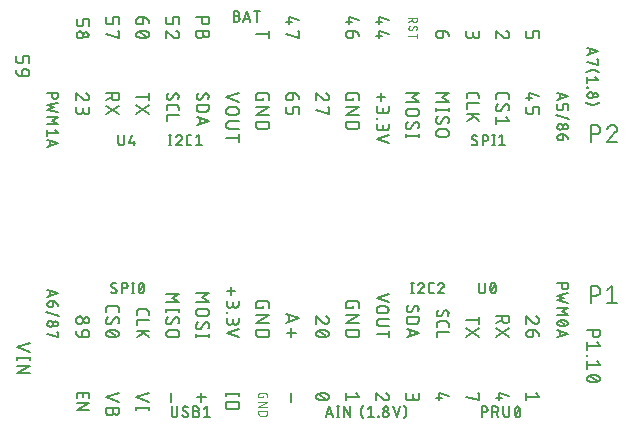
<source format=gbr>
G04 EAGLE Gerber RS-274X export*
G75*
%MOMM*%
%FSLAX34Y34*%
%LPD*%
%INSilkscreen Bottom*%
%IPPOS*%
%AMOC8*
5,1,8,0,0,1.08239X$1,22.5*%
G01*
%ADD10C,0.127000*%
%ADD11C,0.101600*%
%ADD12C,0.152400*%
%ADD13C,0.203200*%


D10*
X303068Y333375D02*
X306032Y342265D01*
X308995Y333375D01*
X308254Y335598D02*
X303809Y335598D01*
X313347Y333375D02*
X313347Y342265D01*
X312359Y333375D02*
X314335Y333375D01*
X314335Y342265D02*
X312359Y342265D01*
X318497Y342265D02*
X318497Y333375D01*
X323436Y333375D02*
X318497Y342265D01*
X323436Y342265D02*
X323436Y333375D01*
X332811Y337820D02*
X332813Y338023D01*
X332821Y338227D01*
X332833Y338430D01*
X332850Y338633D01*
X332872Y338835D01*
X332899Y339036D01*
X332931Y339237D01*
X332967Y339437D01*
X333008Y339637D01*
X333054Y339835D01*
X333105Y340032D01*
X333161Y340228D01*
X333221Y340422D01*
X333286Y340615D01*
X333356Y340806D01*
X333430Y340995D01*
X333508Y341183D01*
X333591Y341369D01*
X333679Y341552D01*
X333771Y341734D01*
X333867Y341913D01*
X333968Y342090D01*
X334073Y342264D01*
X334182Y342436D01*
X334295Y342605D01*
X334412Y342771D01*
X334533Y342935D01*
X334658Y343095D01*
X334787Y343253D01*
X332811Y337820D02*
X332813Y337617D01*
X332821Y337413D01*
X332833Y337210D01*
X332850Y337007D01*
X332872Y336805D01*
X332899Y336604D01*
X332931Y336403D01*
X332967Y336203D01*
X333008Y336003D01*
X333054Y335805D01*
X333105Y335608D01*
X333161Y335412D01*
X333221Y335218D01*
X333286Y335025D01*
X333356Y334834D01*
X333430Y334645D01*
X333508Y334457D01*
X333591Y334271D01*
X333679Y334088D01*
X333771Y333906D01*
X333867Y333727D01*
X333968Y333550D01*
X334073Y333376D01*
X334182Y333204D01*
X334295Y333035D01*
X334412Y332869D01*
X334533Y332705D01*
X334658Y332545D01*
X334787Y332387D01*
X338614Y340289D02*
X341083Y342265D01*
X341083Y333375D01*
X338614Y333375D02*
X343553Y333375D01*
X347237Y333375D02*
X347237Y333869D01*
X347731Y333869D01*
X347731Y333375D01*
X347237Y333375D01*
X351416Y335844D02*
X351418Y335942D01*
X351424Y336040D01*
X351434Y336138D01*
X351447Y336235D01*
X351465Y336332D01*
X351486Y336428D01*
X351511Y336522D01*
X351540Y336616D01*
X351572Y336709D01*
X351609Y336800D01*
X351648Y336890D01*
X351692Y336978D01*
X351739Y337064D01*
X351789Y337149D01*
X351842Y337231D01*
X351899Y337311D01*
X351959Y337389D01*
X352022Y337464D01*
X352088Y337537D01*
X352157Y337607D01*
X352228Y337674D01*
X352302Y337739D01*
X352379Y337800D01*
X352458Y337859D01*
X352539Y337914D01*
X352622Y337966D01*
X352708Y338014D01*
X352795Y338059D01*
X352884Y338101D01*
X352974Y338139D01*
X353066Y338173D01*
X353159Y338204D01*
X353254Y338231D01*
X353349Y338254D01*
X353446Y338274D01*
X353542Y338289D01*
X353640Y338301D01*
X353738Y338309D01*
X353836Y338313D01*
X353934Y338313D01*
X354032Y338309D01*
X354130Y338301D01*
X354228Y338289D01*
X354324Y338274D01*
X354421Y338254D01*
X354516Y338231D01*
X354611Y338204D01*
X354704Y338173D01*
X354796Y338139D01*
X354886Y338101D01*
X354975Y338059D01*
X355062Y338014D01*
X355148Y337966D01*
X355231Y337914D01*
X355312Y337859D01*
X355391Y337800D01*
X355468Y337739D01*
X355542Y337674D01*
X355613Y337607D01*
X355682Y337537D01*
X355748Y337464D01*
X355811Y337389D01*
X355871Y337311D01*
X355928Y337231D01*
X355981Y337149D01*
X356031Y337064D01*
X356078Y336978D01*
X356122Y336890D01*
X356161Y336800D01*
X356198Y336709D01*
X356230Y336616D01*
X356259Y336522D01*
X356284Y336428D01*
X356305Y336332D01*
X356323Y336235D01*
X356336Y336138D01*
X356346Y336040D01*
X356352Y335942D01*
X356354Y335844D01*
X356352Y335746D01*
X356346Y335648D01*
X356336Y335550D01*
X356323Y335453D01*
X356305Y335356D01*
X356284Y335260D01*
X356259Y335166D01*
X356230Y335072D01*
X356198Y334979D01*
X356161Y334888D01*
X356122Y334798D01*
X356078Y334710D01*
X356031Y334624D01*
X355981Y334539D01*
X355928Y334457D01*
X355871Y334377D01*
X355811Y334299D01*
X355748Y334224D01*
X355682Y334151D01*
X355613Y334081D01*
X355542Y334014D01*
X355468Y333949D01*
X355391Y333888D01*
X355312Y333829D01*
X355231Y333774D01*
X355148Y333722D01*
X355062Y333674D01*
X354975Y333629D01*
X354886Y333587D01*
X354796Y333549D01*
X354704Y333515D01*
X354611Y333484D01*
X354516Y333457D01*
X354421Y333434D01*
X354324Y333414D01*
X354228Y333399D01*
X354130Y333387D01*
X354032Y333379D01*
X353934Y333375D01*
X353836Y333375D01*
X353738Y333379D01*
X353640Y333387D01*
X353542Y333399D01*
X353446Y333414D01*
X353349Y333434D01*
X353254Y333457D01*
X353159Y333484D01*
X353066Y333515D01*
X352974Y333549D01*
X352884Y333587D01*
X352795Y333629D01*
X352708Y333674D01*
X352622Y333722D01*
X352539Y333774D01*
X352458Y333829D01*
X352379Y333888D01*
X352302Y333949D01*
X352228Y334014D01*
X352157Y334081D01*
X352088Y334151D01*
X352022Y334224D01*
X351959Y334299D01*
X351899Y334377D01*
X351842Y334457D01*
X351789Y334539D01*
X351739Y334624D01*
X351692Y334710D01*
X351648Y334798D01*
X351609Y334888D01*
X351572Y334979D01*
X351540Y335072D01*
X351511Y335166D01*
X351486Y335260D01*
X351465Y335356D01*
X351447Y335453D01*
X351434Y335550D01*
X351424Y335648D01*
X351418Y335746D01*
X351416Y335844D01*
X351909Y340289D02*
X351911Y340376D01*
X351917Y340464D01*
X351926Y340551D01*
X351940Y340637D01*
X351957Y340723D01*
X351978Y340807D01*
X352003Y340891D01*
X352032Y340974D01*
X352064Y341055D01*
X352099Y341135D01*
X352138Y341213D01*
X352181Y341290D01*
X352227Y341364D01*
X352276Y341436D01*
X352328Y341506D01*
X352384Y341574D01*
X352442Y341639D01*
X352503Y341702D01*
X352567Y341761D01*
X352634Y341818D01*
X352702Y341872D01*
X352774Y341923D01*
X352847Y341970D01*
X352922Y342015D01*
X353000Y342056D01*
X353079Y342093D01*
X353159Y342127D01*
X353241Y342157D01*
X353324Y342184D01*
X353409Y342207D01*
X353494Y342226D01*
X353580Y342241D01*
X353667Y342253D01*
X353754Y342261D01*
X353841Y342265D01*
X353929Y342265D01*
X354016Y342261D01*
X354103Y342253D01*
X354190Y342241D01*
X354276Y342226D01*
X354361Y342207D01*
X354446Y342184D01*
X354529Y342157D01*
X354611Y342127D01*
X354691Y342093D01*
X354770Y342056D01*
X354848Y342015D01*
X354923Y341970D01*
X354996Y341923D01*
X355068Y341872D01*
X355136Y341818D01*
X355203Y341761D01*
X355267Y341702D01*
X355328Y341639D01*
X355386Y341574D01*
X355442Y341506D01*
X355494Y341436D01*
X355543Y341364D01*
X355589Y341290D01*
X355632Y341213D01*
X355671Y341135D01*
X355706Y341055D01*
X355738Y340974D01*
X355767Y340891D01*
X355792Y340807D01*
X355813Y340723D01*
X355830Y340637D01*
X355844Y340551D01*
X355853Y340464D01*
X355859Y340376D01*
X355861Y340289D01*
X355859Y340202D01*
X355853Y340114D01*
X355844Y340027D01*
X355830Y339941D01*
X355813Y339855D01*
X355792Y339771D01*
X355767Y339687D01*
X355738Y339604D01*
X355706Y339523D01*
X355671Y339443D01*
X355632Y339365D01*
X355589Y339288D01*
X355543Y339214D01*
X355494Y339142D01*
X355442Y339072D01*
X355386Y339004D01*
X355328Y338939D01*
X355267Y338876D01*
X355203Y338817D01*
X355136Y338760D01*
X355068Y338706D01*
X354996Y338655D01*
X354923Y338608D01*
X354848Y338563D01*
X354770Y338522D01*
X354691Y338485D01*
X354611Y338451D01*
X354529Y338421D01*
X354446Y338394D01*
X354361Y338371D01*
X354276Y338352D01*
X354190Y338337D01*
X354103Y338325D01*
X354016Y338317D01*
X353929Y338313D01*
X353841Y338313D01*
X353754Y338317D01*
X353667Y338325D01*
X353580Y338337D01*
X353494Y338352D01*
X353409Y338371D01*
X353324Y338394D01*
X353241Y338421D01*
X353159Y338451D01*
X353079Y338485D01*
X353000Y338522D01*
X352922Y338563D01*
X352847Y338608D01*
X352774Y338655D01*
X352702Y338706D01*
X352634Y338760D01*
X352567Y338817D01*
X352503Y338876D01*
X352442Y338939D01*
X352384Y339004D01*
X352328Y339072D01*
X352276Y339142D01*
X352227Y339214D01*
X352181Y339288D01*
X352138Y339365D01*
X352099Y339443D01*
X352064Y339523D01*
X352032Y339604D01*
X352003Y339687D01*
X351978Y339771D01*
X351957Y339855D01*
X351940Y339941D01*
X351926Y340027D01*
X351917Y340114D01*
X351911Y340202D01*
X351909Y340289D01*
X360066Y342265D02*
X363029Y333375D01*
X365992Y342265D01*
X371302Y337820D02*
X371300Y337617D01*
X371292Y337413D01*
X371280Y337210D01*
X371263Y337007D01*
X371241Y336805D01*
X371214Y336604D01*
X371182Y336403D01*
X371146Y336203D01*
X371105Y336003D01*
X371059Y335805D01*
X371008Y335608D01*
X370952Y335412D01*
X370892Y335218D01*
X370827Y335025D01*
X370757Y334834D01*
X370683Y334645D01*
X370605Y334457D01*
X370522Y334271D01*
X370434Y334088D01*
X370342Y333906D01*
X370246Y333727D01*
X370145Y333550D01*
X370040Y333376D01*
X369931Y333204D01*
X369818Y333035D01*
X369701Y332869D01*
X369580Y332705D01*
X369455Y332545D01*
X369326Y332387D01*
X371302Y337820D02*
X371300Y338023D01*
X371292Y338227D01*
X371280Y338430D01*
X371263Y338633D01*
X371241Y338835D01*
X371214Y339036D01*
X371182Y339237D01*
X371146Y339437D01*
X371105Y339637D01*
X371059Y339835D01*
X371008Y340032D01*
X370952Y340228D01*
X370892Y340422D01*
X370827Y340615D01*
X370757Y340806D01*
X370683Y340995D01*
X370605Y341183D01*
X370522Y341369D01*
X370434Y341552D01*
X370342Y341734D01*
X370246Y341913D01*
X370145Y342090D01*
X370040Y342264D01*
X369931Y342436D01*
X369818Y342605D01*
X369701Y342771D01*
X369580Y342935D01*
X369455Y343095D01*
X369326Y343253D01*
D11*
X372999Y671469D02*
X380111Y671469D01*
X380111Y669493D01*
X380109Y669406D01*
X380103Y669318D01*
X380094Y669231D01*
X380080Y669145D01*
X380063Y669059D01*
X380042Y668975D01*
X380017Y668891D01*
X379988Y668808D01*
X379956Y668727D01*
X379921Y668647D01*
X379882Y668569D01*
X379839Y668492D01*
X379793Y668418D01*
X379744Y668346D01*
X379692Y668276D01*
X379636Y668208D01*
X379578Y668143D01*
X379517Y668080D01*
X379453Y668021D01*
X379386Y667964D01*
X379318Y667910D01*
X379246Y667859D01*
X379173Y667812D01*
X379098Y667767D01*
X379020Y667726D01*
X378941Y667689D01*
X378861Y667655D01*
X378779Y667625D01*
X378696Y667598D01*
X378611Y667575D01*
X378526Y667556D01*
X378440Y667541D01*
X378353Y667529D01*
X378266Y667521D01*
X378179Y667517D01*
X378091Y667517D01*
X378004Y667521D01*
X377917Y667529D01*
X377830Y667541D01*
X377744Y667556D01*
X377659Y667575D01*
X377574Y667598D01*
X377491Y667625D01*
X377409Y667655D01*
X377329Y667689D01*
X377250Y667726D01*
X377172Y667767D01*
X377097Y667812D01*
X377024Y667859D01*
X376952Y667910D01*
X376884Y667964D01*
X376817Y668021D01*
X376753Y668080D01*
X376692Y668143D01*
X376634Y668208D01*
X376578Y668276D01*
X376526Y668346D01*
X376477Y668418D01*
X376431Y668492D01*
X376388Y668569D01*
X376349Y668647D01*
X376314Y668727D01*
X376282Y668808D01*
X376253Y668891D01*
X376228Y668975D01*
X376207Y669059D01*
X376190Y669145D01*
X376176Y669231D01*
X376167Y669318D01*
X376161Y669406D01*
X376159Y669493D01*
X376160Y669493D02*
X376160Y671469D01*
X376160Y669098D02*
X372999Y667518D01*
X372999Y662087D02*
X373001Y662009D01*
X373007Y661932D01*
X373016Y661855D01*
X373029Y661779D01*
X373046Y661703D01*
X373067Y661628D01*
X373091Y661555D01*
X373119Y661482D01*
X373151Y661411D01*
X373186Y661342D01*
X373224Y661275D01*
X373265Y661209D01*
X373310Y661146D01*
X373358Y661085D01*
X373408Y661026D01*
X373462Y660970D01*
X373518Y660916D01*
X373577Y660866D01*
X373638Y660818D01*
X373701Y660773D01*
X373767Y660732D01*
X373834Y660694D01*
X373903Y660659D01*
X373974Y660627D01*
X374047Y660599D01*
X374120Y660575D01*
X374195Y660554D01*
X374271Y660537D01*
X374347Y660524D01*
X374424Y660515D01*
X374501Y660509D01*
X374579Y660507D01*
X372999Y662087D02*
X373001Y662202D01*
X373007Y662316D01*
X373017Y662430D01*
X373030Y662544D01*
X373048Y662657D01*
X373070Y662770D01*
X373095Y662882D01*
X373124Y662993D01*
X373157Y663102D01*
X373194Y663211D01*
X373234Y663318D01*
X373278Y663424D01*
X373326Y663528D01*
X373377Y663631D01*
X373432Y663731D01*
X373490Y663830D01*
X373552Y663927D01*
X373616Y664021D01*
X373684Y664114D01*
X373756Y664204D01*
X373830Y664291D01*
X373907Y664376D01*
X373987Y664458D01*
X378531Y664260D02*
X378609Y664258D01*
X378686Y664252D01*
X378763Y664243D01*
X378839Y664230D01*
X378915Y664213D01*
X378990Y664192D01*
X379063Y664168D01*
X379136Y664140D01*
X379207Y664108D01*
X379276Y664073D01*
X379343Y664035D01*
X379409Y663994D01*
X379472Y663949D01*
X379533Y663901D01*
X379592Y663851D01*
X379648Y663797D01*
X379702Y663741D01*
X379752Y663682D01*
X379800Y663621D01*
X379845Y663558D01*
X379886Y663492D01*
X379924Y663425D01*
X379959Y663356D01*
X379991Y663285D01*
X380019Y663212D01*
X380043Y663139D01*
X380064Y663064D01*
X380081Y662988D01*
X380094Y662912D01*
X380103Y662835D01*
X380109Y662758D01*
X380111Y662680D01*
X380109Y662574D01*
X380103Y662468D01*
X380094Y662363D01*
X380081Y662258D01*
X380064Y662153D01*
X380043Y662049D01*
X380019Y661946D01*
X379991Y661844D01*
X379959Y661743D01*
X379924Y661643D01*
X379885Y661545D01*
X379842Y661447D01*
X379797Y661352D01*
X379748Y661258D01*
X379695Y661166D01*
X379639Y661076D01*
X379580Y660988D01*
X379518Y660902D01*
X377148Y663470D02*
X377190Y663537D01*
X377235Y663602D01*
X377284Y663665D01*
X377335Y663726D01*
X377390Y663783D01*
X377447Y663838D01*
X377507Y663891D01*
X377569Y663940D01*
X377634Y663986D01*
X377700Y664028D01*
X377769Y664068D01*
X377840Y664104D01*
X377913Y664136D01*
X377987Y664165D01*
X378062Y664190D01*
X378138Y664211D01*
X378216Y664229D01*
X378294Y664242D01*
X378373Y664252D01*
X378452Y664258D01*
X378531Y664260D01*
X375962Y661297D02*
X375920Y661230D01*
X375875Y661165D01*
X375826Y661102D01*
X375775Y661041D01*
X375720Y660984D01*
X375663Y660929D01*
X375603Y660876D01*
X375541Y660827D01*
X375476Y660781D01*
X375410Y660739D01*
X375341Y660699D01*
X375270Y660663D01*
X375197Y660631D01*
X375123Y660602D01*
X375048Y660577D01*
X374972Y660556D01*
X374894Y660538D01*
X374816Y660525D01*
X374737Y660515D01*
X374658Y660509D01*
X374579Y660507D01*
X375962Y661297D02*
X377148Y663470D01*
X380111Y655899D02*
X372999Y655899D01*
X380111Y657874D02*
X380111Y653923D01*
D12*
X280543Y416729D02*
X269367Y420455D01*
X269367Y413004D02*
X280543Y416729D01*
X272161Y413935D02*
X272161Y419523D01*
X273713Y408263D02*
X273713Y400812D01*
X269988Y404537D02*
X277439Y404537D01*
X303149Y412242D02*
X303253Y412244D01*
X303358Y412250D01*
X303462Y412260D01*
X303565Y412273D01*
X303668Y412291D01*
X303771Y412312D01*
X303872Y412337D01*
X303973Y412366D01*
X304072Y412399D01*
X304170Y412435D01*
X304266Y412475D01*
X304361Y412519D01*
X304455Y412566D01*
X304546Y412616D01*
X304635Y412670D01*
X304723Y412727D01*
X304808Y412788D01*
X304891Y412852D01*
X304971Y412918D01*
X305049Y412988D01*
X305125Y413060D01*
X305197Y413136D01*
X305267Y413214D01*
X305333Y413294D01*
X305397Y413377D01*
X305458Y413462D01*
X305515Y413550D01*
X305569Y413639D01*
X305619Y413730D01*
X305666Y413824D01*
X305710Y413919D01*
X305750Y414015D01*
X305786Y414113D01*
X305819Y414212D01*
X305848Y414313D01*
X305873Y414414D01*
X305894Y414517D01*
X305912Y414620D01*
X305925Y414723D01*
X305935Y414827D01*
X305941Y414932D01*
X305943Y415036D01*
X305944Y415036D02*
X305942Y415155D01*
X305936Y415273D01*
X305926Y415392D01*
X305913Y415510D01*
X305895Y415627D01*
X305873Y415744D01*
X305848Y415860D01*
X305819Y415975D01*
X305786Y416090D01*
X305749Y416203D01*
X305709Y416314D01*
X305665Y416425D01*
X305617Y416533D01*
X305566Y416640D01*
X305511Y416746D01*
X305452Y416849D01*
X305391Y416951D01*
X305326Y417050D01*
X305257Y417148D01*
X305186Y417242D01*
X305111Y417335D01*
X305034Y417425D01*
X304953Y417512D01*
X304870Y417597D01*
X304784Y417679D01*
X304695Y417758D01*
X304604Y417834D01*
X304510Y417907D01*
X304414Y417976D01*
X304315Y418043D01*
X304215Y418106D01*
X304112Y418166D01*
X304008Y418223D01*
X303901Y418275D01*
X303793Y418325D01*
X303684Y418371D01*
X303572Y418413D01*
X303460Y418451D01*
X300976Y413173D02*
X301050Y413098D01*
X301127Y413026D01*
X301206Y412956D01*
X301288Y412889D01*
X301372Y412825D01*
X301458Y412764D01*
X301546Y412706D01*
X301637Y412651D01*
X301729Y412599D01*
X301823Y412551D01*
X301918Y412506D01*
X302016Y412464D01*
X302114Y412426D01*
X302214Y412391D01*
X302315Y412360D01*
X302417Y412333D01*
X302520Y412309D01*
X302623Y412288D01*
X302728Y412272D01*
X302833Y412259D01*
X302938Y412249D01*
X303043Y412244D01*
X303149Y412242D01*
X300976Y413173D02*
X294767Y418451D01*
X294767Y412242D01*
X300355Y407021D02*
X300575Y407018D01*
X300795Y407011D01*
X301014Y406997D01*
X301233Y406979D01*
X301452Y406955D01*
X301670Y406927D01*
X301887Y406893D01*
X302103Y406854D01*
X302319Y406809D01*
X302533Y406760D01*
X302746Y406705D01*
X302958Y406646D01*
X303168Y406581D01*
X303376Y406511D01*
X303583Y406437D01*
X303788Y406357D01*
X303991Y406273D01*
X304192Y406184D01*
X304391Y406090D01*
X304391Y406089D02*
X304480Y406056D01*
X304568Y406020D01*
X304654Y405980D01*
X304739Y405937D01*
X304821Y405890D01*
X304902Y405839D01*
X304980Y405786D01*
X305056Y405729D01*
X305130Y405669D01*
X305201Y405606D01*
X305270Y405541D01*
X305336Y405472D01*
X305398Y405401D01*
X305458Y405327D01*
X305515Y405251D01*
X305569Y405173D01*
X305619Y405092D01*
X305666Y405010D01*
X305709Y404925D01*
X305749Y404839D01*
X305786Y404751D01*
X305818Y404662D01*
X305847Y404572D01*
X305873Y404480D01*
X305894Y404388D01*
X305912Y404294D01*
X305925Y404200D01*
X305935Y404106D01*
X305941Y404011D01*
X305943Y403916D01*
X305941Y403821D01*
X305935Y403726D01*
X305925Y403632D01*
X305912Y403538D01*
X305894Y403444D01*
X305873Y403352D01*
X305847Y403260D01*
X305818Y403170D01*
X305786Y403081D01*
X305749Y402993D01*
X305709Y402907D01*
X305666Y402822D01*
X305619Y402740D01*
X305569Y402659D01*
X305515Y402581D01*
X305458Y402505D01*
X305398Y402431D01*
X305336Y402360D01*
X305270Y402291D01*
X305201Y402226D01*
X305130Y402163D01*
X305056Y402103D01*
X304980Y402046D01*
X304902Y401993D01*
X304821Y401942D01*
X304739Y401895D01*
X304654Y401852D01*
X304568Y401812D01*
X304480Y401776D01*
X304391Y401743D01*
X304192Y401649D01*
X303991Y401560D01*
X303788Y401476D01*
X303583Y401396D01*
X303376Y401322D01*
X303168Y401252D01*
X302958Y401187D01*
X302746Y401128D01*
X302533Y401073D01*
X302319Y401024D01*
X302103Y400979D01*
X301887Y400940D01*
X301670Y400906D01*
X301452Y400878D01*
X301233Y400854D01*
X301014Y400836D01*
X300795Y400822D01*
X300575Y400815D01*
X300355Y400812D01*
X300355Y407021D02*
X300135Y407018D01*
X299915Y407011D01*
X299696Y406997D01*
X299477Y406979D01*
X299258Y406955D01*
X299040Y406927D01*
X298823Y406893D01*
X298607Y406854D01*
X298391Y406809D01*
X298177Y406760D01*
X297964Y406705D01*
X297753Y406646D01*
X297542Y406581D01*
X297334Y406511D01*
X297127Y406437D01*
X296922Y406357D01*
X296719Y406273D01*
X296518Y406184D01*
X296319Y406090D01*
X296319Y406089D02*
X296230Y406056D01*
X296142Y406020D01*
X296056Y405980D01*
X295971Y405937D01*
X295889Y405890D01*
X295808Y405839D01*
X295730Y405786D01*
X295654Y405729D01*
X295580Y405669D01*
X295509Y405606D01*
X295440Y405541D01*
X295374Y405472D01*
X295312Y405401D01*
X295252Y405327D01*
X295195Y405251D01*
X295141Y405173D01*
X295091Y405092D01*
X295044Y405010D01*
X295001Y404925D01*
X294961Y404839D01*
X294924Y404751D01*
X294892Y404662D01*
X294863Y404572D01*
X294837Y404480D01*
X294816Y404388D01*
X294798Y404294D01*
X294785Y404200D01*
X294775Y404106D01*
X294769Y404011D01*
X294767Y403916D01*
X296319Y401743D02*
X296518Y401649D01*
X296719Y401560D01*
X296922Y401476D01*
X297127Y401396D01*
X297334Y401322D01*
X297542Y401252D01*
X297752Y401187D01*
X297964Y401128D01*
X298177Y401073D01*
X298391Y401024D01*
X298607Y400979D01*
X298823Y400940D01*
X299040Y400906D01*
X299258Y400878D01*
X299477Y400854D01*
X299696Y400836D01*
X299915Y400822D01*
X300135Y400815D01*
X300355Y400812D01*
X296319Y401743D02*
X296230Y401776D01*
X296142Y401812D01*
X296056Y401852D01*
X295971Y401895D01*
X295889Y401942D01*
X295808Y401993D01*
X295730Y402046D01*
X295654Y402103D01*
X295580Y402163D01*
X295509Y402226D01*
X295440Y402291D01*
X295374Y402360D01*
X295312Y402431D01*
X295252Y402505D01*
X295195Y402581D01*
X295141Y402659D01*
X295091Y402740D01*
X295044Y402822D01*
X295001Y402907D01*
X294961Y402993D01*
X294924Y403081D01*
X294892Y403170D01*
X294863Y403260D01*
X294837Y403352D01*
X294816Y403444D01*
X294798Y403538D01*
X294785Y403632D01*
X294775Y403726D01*
X294769Y403821D01*
X294767Y403916D01*
X297251Y406400D02*
X303459Y401433D01*
X326376Y425196D02*
X326376Y427059D01*
X326376Y425196D02*
X320167Y425196D01*
X320167Y428921D01*
X320169Y429019D01*
X320175Y429116D01*
X320184Y429213D01*
X320198Y429310D01*
X320215Y429406D01*
X320236Y429501D01*
X320260Y429595D01*
X320289Y429689D01*
X320321Y429781D01*
X320356Y429872D01*
X320395Y429961D01*
X320438Y430049D01*
X320484Y430135D01*
X320533Y430219D01*
X320586Y430301D01*
X320641Y430381D01*
X320700Y430459D01*
X320762Y430534D01*
X320827Y430607D01*
X320895Y430677D01*
X320965Y430745D01*
X321038Y430810D01*
X321113Y430872D01*
X321191Y430931D01*
X321271Y430986D01*
X321353Y431039D01*
X321437Y431088D01*
X321523Y431134D01*
X321611Y431177D01*
X321700Y431216D01*
X321791Y431251D01*
X321883Y431283D01*
X321977Y431312D01*
X322071Y431336D01*
X322166Y431357D01*
X322262Y431374D01*
X322359Y431388D01*
X322456Y431397D01*
X322554Y431403D01*
X322651Y431405D01*
X328859Y431405D01*
X328957Y431403D01*
X329054Y431397D01*
X329151Y431388D01*
X329248Y431374D01*
X329344Y431357D01*
X329439Y431336D01*
X329533Y431312D01*
X329627Y431283D01*
X329719Y431251D01*
X329810Y431216D01*
X329899Y431177D01*
X329987Y431134D01*
X330073Y431088D01*
X330157Y431039D01*
X330239Y430986D01*
X330319Y430931D01*
X330397Y430872D01*
X330472Y430810D01*
X330545Y430745D01*
X330615Y430677D01*
X330683Y430607D01*
X330748Y430534D01*
X330810Y430459D01*
X330869Y430381D01*
X330924Y430301D01*
X330977Y430219D01*
X331026Y430135D01*
X331072Y430049D01*
X331115Y429961D01*
X331154Y429872D01*
X331189Y429781D01*
X331221Y429689D01*
X331250Y429595D01*
X331274Y429501D01*
X331295Y429406D01*
X331312Y429310D01*
X331326Y429213D01*
X331335Y429116D01*
X331341Y429019D01*
X331343Y428921D01*
X331343Y425196D01*
X331343Y419213D02*
X320167Y419213D01*
X320167Y413004D02*
X331343Y419213D01*
X331343Y413004D02*
X320167Y413004D01*
X320167Y407021D02*
X331343Y407021D01*
X331343Y403916D01*
X331341Y403805D01*
X331335Y403695D01*
X331325Y403584D01*
X331311Y403474D01*
X331294Y403365D01*
X331272Y403256D01*
X331247Y403148D01*
X331217Y403042D01*
X331184Y402936D01*
X331147Y402831D01*
X331107Y402728D01*
X331062Y402627D01*
X331015Y402527D01*
X330963Y402428D01*
X330908Y402332D01*
X330850Y402238D01*
X330789Y402146D01*
X330724Y402056D01*
X330656Y401968D01*
X330585Y401883D01*
X330511Y401801D01*
X330434Y401721D01*
X330354Y401644D01*
X330272Y401570D01*
X330187Y401499D01*
X330099Y401431D01*
X330009Y401366D01*
X329917Y401305D01*
X329823Y401247D01*
X329727Y401192D01*
X329628Y401140D01*
X329528Y401093D01*
X329427Y401048D01*
X329324Y401008D01*
X329219Y400971D01*
X329113Y400938D01*
X329007Y400908D01*
X328899Y400883D01*
X328790Y400861D01*
X328681Y400844D01*
X328571Y400830D01*
X328460Y400820D01*
X328350Y400814D01*
X328239Y400812D01*
X323271Y400812D01*
X323160Y400814D01*
X323050Y400820D01*
X322939Y400830D01*
X322829Y400844D01*
X322720Y400861D01*
X322611Y400883D01*
X322503Y400908D01*
X322397Y400938D01*
X322291Y400971D01*
X322186Y401008D01*
X322083Y401048D01*
X321982Y401093D01*
X321882Y401140D01*
X321783Y401192D01*
X321687Y401247D01*
X321593Y401305D01*
X321501Y401366D01*
X321411Y401431D01*
X321323Y401499D01*
X321238Y401570D01*
X321156Y401644D01*
X321076Y401721D01*
X320999Y401801D01*
X320925Y401883D01*
X320854Y401968D01*
X320786Y402056D01*
X320721Y402146D01*
X320660Y402238D01*
X320602Y402332D01*
X320547Y402428D01*
X320495Y402527D01*
X320448Y402627D01*
X320403Y402728D01*
X320363Y402831D01*
X320326Y402936D01*
X320293Y403042D01*
X320263Y403148D01*
X320238Y403256D01*
X320216Y403365D01*
X320199Y403474D01*
X320185Y403584D01*
X320175Y403695D01*
X320169Y403805D01*
X320167Y403916D01*
X320167Y407021D01*
D10*
X346075Y434368D02*
X356235Y437755D01*
X356235Y430981D02*
X346075Y434368D01*
X348897Y426903D02*
X353413Y426903D01*
X353519Y426901D01*
X353624Y426895D01*
X353729Y426885D01*
X353834Y426871D01*
X353938Y426854D01*
X354041Y426832D01*
X354143Y426807D01*
X354245Y426778D01*
X354345Y426745D01*
X354444Y426708D01*
X354541Y426668D01*
X354637Y426624D01*
X354732Y426576D01*
X354824Y426525D01*
X354914Y426470D01*
X355003Y426413D01*
X355089Y426352D01*
X355172Y426287D01*
X355254Y426220D01*
X355332Y426150D01*
X355408Y426076D01*
X355482Y426000D01*
X355552Y425922D01*
X355619Y425840D01*
X355684Y425757D01*
X355745Y425671D01*
X355802Y425582D01*
X355857Y425492D01*
X355908Y425400D01*
X355956Y425305D01*
X356000Y425209D01*
X356040Y425112D01*
X356077Y425013D01*
X356110Y424913D01*
X356139Y424811D01*
X356164Y424709D01*
X356186Y424606D01*
X356203Y424502D01*
X356217Y424397D01*
X356227Y424292D01*
X356233Y424187D01*
X356235Y424081D01*
X356233Y423975D01*
X356227Y423870D01*
X356217Y423765D01*
X356203Y423660D01*
X356186Y423556D01*
X356164Y423453D01*
X356139Y423351D01*
X356110Y423249D01*
X356077Y423149D01*
X356040Y423050D01*
X356000Y422953D01*
X355956Y422857D01*
X355908Y422762D01*
X355857Y422670D01*
X355802Y422580D01*
X355745Y422491D01*
X355684Y422405D01*
X355619Y422322D01*
X355552Y422240D01*
X355482Y422162D01*
X355408Y422086D01*
X355332Y422012D01*
X355254Y421942D01*
X355172Y421875D01*
X355089Y421810D01*
X355003Y421749D01*
X354914Y421692D01*
X354824Y421637D01*
X354732Y421586D01*
X354637Y421538D01*
X354541Y421494D01*
X354444Y421454D01*
X354345Y421417D01*
X354245Y421384D01*
X354143Y421355D01*
X354041Y421330D01*
X353938Y421308D01*
X353834Y421291D01*
X353729Y421277D01*
X353624Y421267D01*
X353519Y421261D01*
X353413Y421259D01*
X348897Y421259D01*
X348791Y421261D01*
X348686Y421267D01*
X348581Y421277D01*
X348476Y421291D01*
X348372Y421308D01*
X348269Y421330D01*
X348167Y421355D01*
X348065Y421384D01*
X347965Y421417D01*
X347866Y421454D01*
X347769Y421494D01*
X347673Y421538D01*
X347578Y421586D01*
X347486Y421637D01*
X347396Y421692D01*
X347307Y421749D01*
X347221Y421810D01*
X347138Y421875D01*
X347056Y421942D01*
X346978Y422012D01*
X346902Y422086D01*
X346828Y422162D01*
X346758Y422240D01*
X346691Y422322D01*
X346626Y422405D01*
X346565Y422491D01*
X346508Y422580D01*
X346453Y422670D01*
X346402Y422762D01*
X346354Y422857D01*
X346310Y422953D01*
X346270Y423050D01*
X346233Y423149D01*
X346200Y423249D01*
X346171Y423351D01*
X346146Y423453D01*
X346124Y423556D01*
X346107Y423660D01*
X346093Y423765D01*
X346083Y423870D01*
X346077Y423975D01*
X346075Y424081D01*
X346077Y424187D01*
X346083Y424292D01*
X346093Y424397D01*
X346107Y424502D01*
X346124Y424606D01*
X346146Y424709D01*
X346171Y424811D01*
X346200Y424913D01*
X346233Y425013D01*
X346270Y425112D01*
X346310Y425209D01*
X346354Y425305D01*
X346402Y425400D01*
X346453Y425492D01*
X346508Y425582D01*
X346565Y425671D01*
X346626Y425757D01*
X346691Y425840D01*
X346758Y425922D01*
X346828Y426000D01*
X346902Y426076D01*
X346978Y426150D01*
X347056Y426220D01*
X347138Y426287D01*
X347221Y426352D01*
X347307Y426413D01*
X347396Y426470D01*
X347486Y426525D01*
X347578Y426576D01*
X347673Y426624D01*
X347769Y426668D01*
X347866Y426708D01*
X347965Y426745D01*
X348065Y426778D01*
X348167Y426807D01*
X348269Y426832D01*
X348372Y426854D01*
X348476Y426871D01*
X348581Y426885D01*
X348686Y426895D01*
X348791Y426901D01*
X348897Y426903D01*
X348897Y416274D02*
X356235Y416274D01*
X348897Y416273D02*
X348791Y416271D01*
X348686Y416265D01*
X348581Y416255D01*
X348476Y416241D01*
X348372Y416224D01*
X348269Y416202D01*
X348167Y416177D01*
X348065Y416148D01*
X347965Y416115D01*
X347866Y416078D01*
X347769Y416038D01*
X347673Y415994D01*
X347578Y415946D01*
X347486Y415895D01*
X347396Y415840D01*
X347307Y415783D01*
X347221Y415722D01*
X347138Y415657D01*
X347056Y415590D01*
X346978Y415520D01*
X346902Y415446D01*
X346828Y415370D01*
X346758Y415292D01*
X346691Y415210D01*
X346626Y415127D01*
X346565Y415041D01*
X346508Y414952D01*
X346453Y414862D01*
X346402Y414770D01*
X346354Y414675D01*
X346310Y414579D01*
X346270Y414482D01*
X346233Y414383D01*
X346200Y414283D01*
X346171Y414181D01*
X346146Y414079D01*
X346124Y413976D01*
X346107Y413872D01*
X346093Y413767D01*
X346083Y413662D01*
X346077Y413557D01*
X346075Y413451D01*
X346077Y413345D01*
X346083Y413240D01*
X346093Y413135D01*
X346107Y413030D01*
X346124Y412926D01*
X346146Y412823D01*
X346171Y412721D01*
X346200Y412619D01*
X346233Y412519D01*
X346270Y412420D01*
X346310Y412323D01*
X346354Y412227D01*
X346402Y412132D01*
X346453Y412040D01*
X346508Y411950D01*
X346565Y411861D01*
X346626Y411775D01*
X346691Y411692D01*
X346758Y411610D01*
X346828Y411532D01*
X346902Y411456D01*
X346978Y411382D01*
X347056Y411312D01*
X347138Y411245D01*
X347221Y411180D01*
X347307Y411119D01*
X347396Y411062D01*
X347486Y411007D01*
X347578Y410956D01*
X347673Y410908D01*
X347769Y410864D01*
X347866Y410824D01*
X347965Y410787D01*
X348065Y410754D01*
X348167Y410725D01*
X348269Y410700D01*
X348372Y410678D01*
X348476Y410661D01*
X348581Y410647D01*
X348686Y410637D01*
X348791Y410631D01*
X348897Y410629D01*
X356235Y410629D01*
X356235Y403507D02*
X346075Y403507D01*
X356235Y406329D02*
X356235Y400685D01*
X373733Y422166D02*
X373640Y422168D01*
X373547Y422174D01*
X373454Y422183D01*
X373361Y422197D01*
X373270Y422214D01*
X373179Y422235D01*
X373089Y422260D01*
X373000Y422288D01*
X372912Y422320D01*
X372826Y422356D01*
X372741Y422395D01*
X372658Y422438D01*
X372577Y422484D01*
X372498Y422534D01*
X372421Y422586D01*
X372346Y422642D01*
X372274Y422701D01*
X372204Y422763D01*
X372136Y422827D01*
X372072Y422895D01*
X372010Y422965D01*
X371951Y423037D01*
X371895Y423112D01*
X371843Y423189D01*
X371793Y423268D01*
X371747Y423349D01*
X371704Y423432D01*
X371665Y423517D01*
X371629Y423603D01*
X371597Y423691D01*
X371569Y423780D01*
X371544Y423870D01*
X371523Y423961D01*
X371506Y424052D01*
X371492Y424145D01*
X371483Y424238D01*
X371477Y424331D01*
X371475Y424424D01*
X371477Y424559D01*
X371483Y424693D01*
X371492Y424827D01*
X371505Y424961D01*
X371522Y425094D01*
X371543Y425227D01*
X371568Y425360D01*
X371596Y425491D01*
X371628Y425622D01*
X371663Y425751D01*
X371703Y425880D01*
X371746Y426008D01*
X371792Y426134D01*
X371842Y426259D01*
X371895Y426382D01*
X371952Y426504D01*
X372013Y426624D01*
X372076Y426743D01*
X372143Y426859D01*
X372214Y426974D01*
X372287Y427086D01*
X372364Y427197D01*
X372444Y427305D01*
X372526Y427411D01*
X372612Y427515D01*
X372701Y427616D01*
X372792Y427715D01*
X372886Y427811D01*
X379377Y427529D02*
X379470Y427527D01*
X379563Y427521D01*
X379656Y427512D01*
X379749Y427498D01*
X379840Y427481D01*
X379931Y427460D01*
X380021Y427435D01*
X380110Y427407D01*
X380198Y427375D01*
X380284Y427339D01*
X380369Y427300D01*
X380452Y427257D01*
X380533Y427211D01*
X380612Y427161D01*
X380689Y427109D01*
X380764Y427053D01*
X380836Y426994D01*
X380906Y426932D01*
X380974Y426868D01*
X381038Y426800D01*
X381100Y426730D01*
X381159Y426658D01*
X381215Y426583D01*
X381267Y426506D01*
X381317Y426427D01*
X381363Y426346D01*
X381406Y426263D01*
X381445Y426178D01*
X381481Y426092D01*
X381513Y426004D01*
X381541Y425915D01*
X381566Y425825D01*
X381587Y425734D01*
X381604Y425643D01*
X381618Y425550D01*
X381627Y425457D01*
X381633Y425364D01*
X381635Y425271D01*
X381633Y425141D01*
X381627Y425012D01*
X381617Y424882D01*
X381603Y424753D01*
X381585Y424625D01*
X381564Y424497D01*
X381538Y424370D01*
X381508Y424244D01*
X381475Y424118D01*
X381438Y423994D01*
X381397Y423871D01*
X381352Y423749D01*
X381304Y423629D01*
X381251Y423510D01*
X381196Y423393D01*
X381136Y423278D01*
X381073Y423164D01*
X381007Y423053D01*
X380938Y422943D01*
X380865Y422836D01*
X380788Y422731D01*
X377402Y426399D02*
X377452Y426480D01*
X377505Y426559D01*
X377561Y426636D01*
X377621Y426710D01*
X377684Y426781D01*
X377750Y426850D01*
X377818Y426917D01*
X377889Y426980D01*
X377963Y427040D01*
X378039Y427097D01*
X378118Y427151D01*
X378198Y427202D01*
X378281Y427249D01*
X378366Y427293D01*
X378452Y427333D01*
X378540Y427370D01*
X378629Y427403D01*
X378720Y427432D01*
X378812Y427457D01*
X378904Y427479D01*
X378998Y427496D01*
X379092Y427510D01*
X379187Y427520D01*
X379282Y427526D01*
X379377Y427528D01*
X375709Y423295D02*
X375658Y423214D01*
X375605Y423135D01*
X375549Y423058D01*
X375489Y422984D01*
X375426Y422913D01*
X375360Y422844D01*
X375292Y422777D01*
X375221Y422714D01*
X375147Y422654D01*
X375071Y422597D01*
X374992Y422543D01*
X374912Y422492D01*
X374829Y422445D01*
X374745Y422401D01*
X374658Y422361D01*
X374570Y422324D01*
X374481Y422291D01*
X374390Y422262D01*
X374299Y422237D01*
X374206Y422215D01*
X374112Y422198D01*
X374018Y422184D01*
X373923Y422174D01*
X373828Y422168D01*
X373733Y422166D01*
X375708Y423295D02*
X377402Y426400D01*
X381635Y417524D02*
X371475Y417524D01*
X381635Y417524D02*
X381635Y414702D01*
X381633Y414596D01*
X381627Y414491D01*
X381617Y414386D01*
X381603Y414281D01*
X381586Y414177D01*
X381564Y414074D01*
X381539Y413972D01*
X381510Y413870D01*
X381477Y413770D01*
X381440Y413671D01*
X381400Y413573D01*
X381356Y413478D01*
X381308Y413383D01*
X381257Y413291D01*
X381202Y413201D01*
X381145Y413112D01*
X381084Y413026D01*
X381019Y412943D01*
X380952Y412861D01*
X380882Y412783D01*
X380808Y412707D01*
X380732Y412633D01*
X380654Y412563D01*
X380572Y412496D01*
X380489Y412431D01*
X380403Y412370D01*
X380314Y412313D01*
X380224Y412258D01*
X380132Y412207D01*
X380037Y412159D01*
X379941Y412115D01*
X379844Y412075D01*
X379745Y412038D01*
X379645Y412005D01*
X379543Y411976D01*
X379441Y411951D01*
X379338Y411929D01*
X379234Y411912D01*
X379129Y411898D01*
X379024Y411888D01*
X378918Y411882D01*
X378813Y411880D01*
X378813Y411879D02*
X374297Y411879D01*
X374297Y411880D02*
X374191Y411882D01*
X374086Y411888D01*
X373981Y411898D01*
X373876Y411912D01*
X373772Y411929D01*
X373669Y411951D01*
X373567Y411976D01*
X373465Y412005D01*
X373365Y412038D01*
X373266Y412075D01*
X373169Y412115D01*
X373073Y412159D01*
X372978Y412207D01*
X372886Y412258D01*
X372796Y412313D01*
X372707Y412370D01*
X372621Y412431D01*
X372538Y412496D01*
X372456Y412563D01*
X372378Y412633D01*
X372302Y412707D01*
X372228Y412783D01*
X372158Y412861D01*
X372091Y412943D01*
X372026Y413026D01*
X371965Y413112D01*
X371908Y413201D01*
X371853Y413291D01*
X371802Y413383D01*
X371754Y413478D01*
X371710Y413574D01*
X371670Y413671D01*
X371633Y413770D01*
X371600Y413870D01*
X371571Y413972D01*
X371546Y414074D01*
X371524Y414177D01*
X371507Y414281D01*
X371493Y414386D01*
X371483Y414491D01*
X371477Y414596D01*
X371475Y414702D01*
X371475Y417524D01*
X371475Y407458D02*
X381635Y404072D01*
X371475Y400685D01*
X374015Y401532D02*
X374015Y406612D01*
X396875Y420698D02*
X396877Y420605D01*
X396883Y420512D01*
X396892Y420419D01*
X396906Y420326D01*
X396923Y420235D01*
X396944Y420144D01*
X396969Y420054D01*
X396997Y419965D01*
X397029Y419877D01*
X397065Y419791D01*
X397104Y419706D01*
X397147Y419623D01*
X397193Y419542D01*
X397243Y419463D01*
X397295Y419386D01*
X397351Y419311D01*
X397410Y419239D01*
X397472Y419169D01*
X397536Y419101D01*
X397604Y419037D01*
X397674Y418975D01*
X397746Y418916D01*
X397821Y418860D01*
X397898Y418808D01*
X397977Y418758D01*
X398058Y418712D01*
X398141Y418669D01*
X398226Y418630D01*
X398312Y418594D01*
X398400Y418562D01*
X398489Y418534D01*
X398579Y418509D01*
X398670Y418488D01*
X398761Y418471D01*
X398854Y418457D01*
X398947Y418448D01*
X399040Y418442D01*
X399133Y418440D01*
X396875Y420698D02*
X396877Y420833D01*
X396883Y420967D01*
X396892Y421101D01*
X396905Y421235D01*
X396922Y421368D01*
X396943Y421501D01*
X396968Y421634D01*
X396996Y421765D01*
X397028Y421896D01*
X397063Y422025D01*
X397103Y422154D01*
X397146Y422282D01*
X397192Y422408D01*
X397242Y422533D01*
X397295Y422656D01*
X397352Y422778D01*
X397413Y422898D01*
X397476Y423017D01*
X397543Y423133D01*
X397614Y423248D01*
X397687Y423360D01*
X397764Y423471D01*
X397844Y423579D01*
X397926Y423685D01*
X398012Y423789D01*
X398101Y423890D01*
X398192Y423989D01*
X398286Y424085D01*
X404777Y423802D02*
X404870Y423800D01*
X404963Y423794D01*
X405056Y423785D01*
X405149Y423771D01*
X405240Y423754D01*
X405331Y423733D01*
X405421Y423708D01*
X405510Y423680D01*
X405598Y423648D01*
X405684Y423612D01*
X405769Y423573D01*
X405852Y423530D01*
X405933Y423484D01*
X406012Y423434D01*
X406089Y423382D01*
X406164Y423326D01*
X406236Y423267D01*
X406306Y423205D01*
X406374Y423141D01*
X406438Y423073D01*
X406500Y423003D01*
X406559Y422931D01*
X406615Y422856D01*
X406667Y422779D01*
X406717Y422700D01*
X406763Y422619D01*
X406806Y422536D01*
X406845Y422451D01*
X406881Y422365D01*
X406913Y422277D01*
X406941Y422188D01*
X406966Y422098D01*
X406987Y422007D01*
X407004Y421916D01*
X407018Y421823D01*
X407027Y421730D01*
X407033Y421637D01*
X407035Y421544D01*
X407033Y421414D01*
X407027Y421285D01*
X407017Y421155D01*
X407003Y421026D01*
X406985Y420898D01*
X406964Y420770D01*
X406938Y420643D01*
X406908Y420517D01*
X406875Y420391D01*
X406838Y420267D01*
X406797Y420144D01*
X406752Y420022D01*
X406704Y419902D01*
X406651Y419783D01*
X406596Y419666D01*
X406536Y419551D01*
X406473Y419437D01*
X406407Y419326D01*
X406338Y419216D01*
X406265Y419109D01*
X406188Y419004D01*
X402802Y422673D02*
X402852Y422754D01*
X402905Y422833D01*
X402961Y422910D01*
X403021Y422984D01*
X403084Y423055D01*
X403150Y423124D01*
X403218Y423191D01*
X403289Y423254D01*
X403363Y423314D01*
X403439Y423371D01*
X403518Y423425D01*
X403598Y423476D01*
X403681Y423523D01*
X403766Y423567D01*
X403852Y423607D01*
X403940Y423644D01*
X404029Y423677D01*
X404120Y423706D01*
X404212Y423731D01*
X404304Y423753D01*
X404398Y423770D01*
X404492Y423784D01*
X404587Y423794D01*
X404682Y423800D01*
X404777Y423802D01*
X401109Y419569D02*
X401058Y419488D01*
X401005Y419409D01*
X400949Y419332D01*
X400889Y419258D01*
X400826Y419187D01*
X400760Y419118D01*
X400692Y419051D01*
X400621Y418988D01*
X400547Y418928D01*
X400471Y418871D01*
X400392Y418817D01*
X400312Y418766D01*
X400229Y418719D01*
X400145Y418675D01*
X400058Y418635D01*
X399970Y418598D01*
X399881Y418565D01*
X399790Y418536D01*
X399699Y418511D01*
X399606Y418489D01*
X399512Y418472D01*
X399418Y418458D01*
X399323Y418448D01*
X399228Y418442D01*
X399133Y418440D01*
X401108Y419569D02*
X402802Y422673D01*
X396875Y411918D02*
X396875Y409660D01*
X396875Y411918D02*
X396877Y412011D01*
X396883Y412104D01*
X396892Y412197D01*
X396906Y412290D01*
X396923Y412381D01*
X396944Y412472D01*
X396969Y412562D01*
X396997Y412651D01*
X397029Y412739D01*
X397065Y412825D01*
X397104Y412910D01*
X397147Y412993D01*
X397193Y413074D01*
X397243Y413153D01*
X397295Y413230D01*
X397351Y413305D01*
X397410Y413377D01*
X397472Y413447D01*
X397536Y413515D01*
X397604Y413579D01*
X397674Y413641D01*
X397746Y413700D01*
X397821Y413756D01*
X397898Y413808D01*
X397977Y413858D01*
X398058Y413904D01*
X398141Y413947D01*
X398226Y413986D01*
X398312Y414022D01*
X398400Y414054D01*
X398489Y414082D01*
X398579Y414107D01*
X398670Y414128D01*
X398761Y414145D01*
X398854Y414159D01*
X398947Y414168D01*
X399040Y414174D01*
X399133Y414176D01*
X404777Y414176D01*
X404870Y414174D01*
X404963Y414168D01*
X405056Y414159D01*
X405149Y414145D01*
X405240Y414128D01*
X405331Y414107D01*
X405421Y414082D01*
X405510Y414054D01*
X405598Y414022D01*
X405684Y413986D01*
X405769Y413947D01*
X405852Y413904D01*
X405933Y413858D01*
X406012Y413808D01*
X406089Y413756D01*
X406164Y413700D01*
X406236Y413641D01*
X406306Y413579D01*
X406374Y413515D01*
X406438Y413447D01*
X406500Y413377D01*
X406559Y413305D01*
X406615Y413230D01*
X406667Y413153D01*
X406717Y413074D01*
X406763Y412993D01*
X406806Y412910D01*
X406845Y412825D01*
X406881Y412739D01*
X406913Y412651D01*
X406941Y412562D01*
X406966Y412472D01*
X406987Y412381D01*
X407004Y412290D01*
X407018Y412197D01*
X407027Y412104D01*
X407033Y412011D01*
X407035Y411918D01*
X407035Y409660D01*
X407035Y405201D02*
X396875Y405201D01*
X396875Y400685D01*
D12*
X421767Y415205D02*
X432943Y415205D01*
X432943Y412101D02*
X432943Y418310D01*
X421767Y408263D02*
X432943Y400812D01*
X432943Y408263D02*
X421767Y400812D01*
X447167Y418980D02*
X458343Y418980D01*
X458343Y415875D01*
X458341Y415764D01*
X458335Y415654D01*
X458325Y415543D01*
X458311Y415433D01*
X458294Y415324D01*
X458272Y415215D01*
X458247Y415107D01*
X458217Y415001D01*
X458184Y414895D01*
X458147Y414790D01*
X458107Y414687D01*
X458062Y414586D01*
X458015Y414486D01*
X457963Y414387D01*
X457908Y414291D01*
X457850Y414197D01*
X457789Y414105D01*
X457724Y414015D01*
X457656Y413927D01*
X457585Y413842D01*
X457511Y413760D01*
X457434Y413680D01*
X457354Y413603D01*
X457272Y413529D01*
X457187Y413458D01*
X457099Y413390D01*
X457009Y413325D01*
X456917Y413264D01*
X456823Y413206D01*
X456727Y413151D01*
X456628Y413099D01*
X456528Y413052D01*
X456427Y413007D01*
X456324Y412967D01*
X456219Y412930D01*
X456113Y412897D01*
X456007Y412867D01*
X455899Y412842D01*
X455790Y412820D01*
X455681Y412803D01*
X455571Y412789D01*
X455460Y412779D01*
X455350Y412773D01*
X455239Y412771D01*
X455128Y412773D01*
X455018Y412779D01*
X454907Y412789D01*
X454797Y412803D01*
X454688Y412820D01*
X454579Y412842D01*
X454471Y412867D01*
X454365Y412897D01*
X454259Y412930D01*
X454154Y412967D01*
X454051Y413007D01*
X453950Y413052D01*
X453850Y413099D01*
X453751Y413151D01*
X453655Y413206D01*
X453561Y413264D01*
X453469Y413325D01*
X453379Y413390D01*
X453291Y413458D01*
X453206Y413529D01*
X453124Y413603D01*
X453044Y413680D01*
X452967Y413760D01*
X452893Y413842D01*
X452822Y413927D01*
X452754Y414015D01*
X452689Y414105D01*
X452628Y414197D01*
X452570Y414291D01*
X452515Y414387D01*
X452463Y414486D01*
X452416Y414586D01*
X452371Y414687D01*
X452331Y414790D01*
X452294Y414895D01*
X452261Y415001D01*
X452231Y415107D01*
X452206Y415215D01*
X452184Y415324D01*
X452167Y415433D01*
X452153Y415543D01*
X452143Y415654D01*
X452137Y415764D01*
X452135Y415875D01*
X452134Y415875D02*
X452134Y418980D01*
X452134Y415254D02*
X447167Y412771D01*
X447167Y408263D02*
X458343Y400812D01*
X458343Y408263D02*
X447167Y400812D01*
X480949Y412242D02*
X481053Y412244D01*
X481158Y412250D01*
X481262Y412260D01*
X481365Y412273D01*
X481468Y412291D01*
X481571Y412312D01*
X481672Y412337D01*
X481773Y412366D01*
X481872Y412399D01*
X481970Y412435D01*
X482066Y412475D01*
X482161Y412519D01*
X482255Y412566D01*
X482346Y412616D01*
X482435Y412670D01*
X482523Y412727D01*
X482608Y412788D01*
X482691Y412852D01*
X482771Y412918D01*
X482849Y412988D01*
X482925Y413060D01*
X482997Y413136D01*
X483067Y413214D01*
X483133Y413294D01*
X483197Y413377D01*
X483258Y413462D01*
X483315Y413550D01*
X483369Y413639D01*
X483419Y413730D01*
X483466Y413824D01*
X483510Y413919D01*
X483550Y414015D01*
X483586Y414113D01*
X483619Y414212D01*
X483648Y414313D01*
X483673Y414414D01*
X483694Y414517D01*
X483712Y414620D01*
X483725Y414723D01*
X483735Y414827D01*
X483741Y414932D01*
X483743Y415036D01*
X483744Y415036D02*
X483742Y415155D01*
X483736Y415273D01*
X483726Y415392D01*
X483713Y415510D01*
X483695Y415627D01*
X483673Y415744D01*
X483648Y415860D01*
X483619Y415975D01*
X483586Y416090D01*
X483549Y416203D01*
X483509Y416314D01*
X483465Y416425D01*
X483417Y416533D01*
X483366Y416640D01*
X483311Y416746D01*
X483252Y416849D01*
X483191Y416951D01*
X483126Y417050D01*
X483057Y417148D01*
X482986Y417242D01*
X482911Y417335D01*
X482834Y417425D01*
X482753Y417512D01*
X482670Y417597D01*
X482584Y417679D01*
X482495Y417758D01*
X482404Y417834D01*
X482310Y417907D01*
X482214Y417976D01*
X482115Y418043D01*
X482015Y418106D01*
X481912Y418166D01*
X481808Y418223D01*
X481701Y418275D01*
X481593Y418325D01*
X481484Y418371D01*
X481372Y418413D01*
X481260Y418451D01*
X478776Y413173D02*
X478850Y413098D01*
X478927Y413026D01*
X479006Y412956D01*
X479088Y412889D01*
X479172Y412825D01*
X479258Y412764D01*
X479346Y412706D01*
X479437Y412651D01*
X479529Y412599D01*
X479623Y412551D01*
X479718Y412506D01*
X479816Y412464D01*
X479914Y412426D01*
X480014Y412391D01*
X480115Y412360D01*
X480217Y412333D01*
X480320Y412309D01*
X480423Y412288D01*
X480528Y412272D01*
X480633Y412259D01*
X480738Y412249D01*
X480843Y412244D01*
X480949Y412242D01*
X478776Y413173D02*
X472567Y418451D01*
X472567Y412242D01*
X478776Y407021D02*
X478776Y403296D01*
X478774Y403198D01*
X478768Y403101D01*
X478759Y403004D01*
X478745Y402907D01*
X478728Y402811D01*
X478707Y402716D01*
X478683Y402622D01*
X478654Y402528D01*
X478622Y402436D01*
X478587Y402345D01*
X478548Y402256D01*
X478505Y402168D01*
X478459Y402082D01*
X478410Y401998D01*
X478357Y401916D01*
X478302Y401836D01*
X478243Y401758D01*
X478181Y401683D01*
X478116Y401610D01*
X478048Y401540D01*
X477978Y401472D01*
X477905Y401407D01*
X477830Y401345D01*
X477752Y401286D01*
X477672Y401231D01*
X477590Y401178D01*
X477506Y401129D01*
X477420Y401083D01*
X477332Y401040D01*
X477243Y401001D01*
X477152Y400966D01*
X477060Y400934D01*
X476966Y400905D01*
X476872Y400881D01*
X476777Y400860D01*
X476681Y400843D01*
X476584Y400829D01*
X476487Y400820D01*
X476390Y400814D01*
X476292Y400812D01*
X475671Y400812D01*
X475560Y400814D01*
X475450Y400820D01*
X475339Y400830D01*
X475229Y400844D01*
X475120Y400861D01*
X475011Y400883D01*
X474903Y400908D01*
X474797Y400938D01*
X474691Y400971D01*
X474586Y401008D01*
X474483Y401048D01*
X474382Y401093D01*
X474282Y401140D01*
X474183Y401192D01*
X474087Y401247D01*
X473993Y401305D01*
X473901Y401366D01*
X473811Y401431D01*
X473723Y401499D01*
X473638Y401570D01*
X473556Y401644D01*
X473476Y401721D01*
X473399Y401801D01*
X473325Y401883D01*
X473254Y401968D01*
X473186Y402056D01*
X473121Y402146D01*
X473060Y402238D01*
X473002Y402332D01*
X472947Y402428D01*
X472895Y402527D01*
X472848Y402627D01*
X472803Y402728D01*
X472763Y402831D01*
X472726Y402936D01*
X472693Y403042D01*
X472663Y403148D01*
X472638Y403256D01*
X472616Y403365D01*
X472599Y403474D01*
X472585Y403584D01*
X472575Y403695D01*
X472569Y403805D01*
X472567Y403916D01*
X472569Y404027D01*
X472575Y404137D01*
X472585Y404248D01*
X472599Y404358D01*
X472616Y404467D01*
X472638Y404576D01*
X472663Y404684D01*
X472693Y404790D01*
X472726Y404896D01*
X472763Y405001D01*
X472803Y405104D01*
X472848Y405205D01*
X472895Y405305D01*
X472947Y405404D01*
X473002Y405500D01*
X473060Y405594D01*
X473121Y405686D01*
X473186Y405776D01*
X473254Y405864D01*
X473325Y405949D01*
X473399Y406031D01*
X473476Y406111D01*
X473556Y406188D01*
X473638Y406262D01*
X473723Y406333D01*
X473811Y406401D01*
X473901Y406466D01*
X473993Y406527D01*
X474087Y406585D01*
X474183Y406640D01*
X474282Y406692D01*
X474382Y406739D01*
X474483Y406784D01*
X474586Y406824D01*
X474691Y406861D01*
X474797Y406894D01*
X474903Y406924D01*
X475011Y406949D01*
X475120Y406971D01*
X475229Y406988D01*
X475339Y407002D01*
X475450Y407012D01*
X475560Y407018D01*
X475671Y407020D01*
X475671Y407021D02*
X478776Y407021D01*
X478915Y407019D01*
X479054Y407013D01*
X479193Y407003D01*
X479332Y406990D01*
X479470Y406972D01*
X479608Y406951D01*
X479745Y406926D01*
X479881Y406896D01*
X480017Y406864D01*
X480151Y406827D01*
X480284Y406786D01*
X480416Y406742D01*
X480547Y406694D01*
X480677Y406643D01*
X480805Y406588D01*
X480931Y406529D01*
X481056Y406467D01*
X481179Y406401D01*
X481300Y406332D01*
X481419Y406260D01*
X481535Y406184D01*
X481650Y406105D01*
X481763Y406023D01*
X481873Y405937D01*
X481981Y405849D01*
X482086Y405758D01*
X482188Y405663D01*
X482288Y405566D01*
X482385Y405466D01*
X482480Y405364D01*
X482571Y405259D01*
X482659Y405151D01*
X482745Y405041D01*
X482827Y404928D01*
X482906Y404814D01*
X482982Y404697D01*
X483054Y404578D01*
X483123Y404457D01*
X483189Y404334D01*
X483251Y404209D01*
X483310Y404083D01*
X483365Y403955D01*
X483416Y403825D01*
X483464Y403695D01*
X483508Y403562D01*
X483549Y403429D01*
X483586Y403295D01*
X483618Y403159D01*
X483648Y403023D01*
X483673Y402886D01*
X483694Y402748D01*
X483712Y402610D01*
X483725Y402472D01*
X483735Y402333D01*
X483741Y402193D01*
X483743Y402054D01*
X250176Y425196D02*
X250176Y427059D01*
X250176Y425196D02*
X243967Y425196D01*
X243967Y428921D01*
X243969Y429019D01*
X243975Y429116D01*
X243984Y429213D01*
X243998Y429310D01*
X244015Y429406D01*
X244036Y429501D01*
X244060Y429595D01*
X244089Y429689D01*
X244121Y429781D01*
X244156Y429872D01*
X244195Y429961D01*
X244238Y430049D01*
X244284Y430135D01*
X244333Y430219D01*
X244386Y430301D01*
X244441Y430381D01*
X244500Y430459D01*
X244562Y430534D01*
X244627Y430607D01*
X244695Y430677D01*
X244765Y430745D01*
X244838Y430810D01*
X244913Y430872D01*
X244991Y430931D01*
X245071Y430986D01*
X245153Y431039D01*
X245237Y431088D01*
X245323Y431134D01*
X245411Y431177D01*
X245500Y431216D01*
X245591Y431251D01*
X245683Y431283D01*
X245777Y431312D01*
X245871Y431336D01*
X245966Y431357D01*
X246062Y431374D01*
X246159Y431388D01*
X246256Y431397D01*
X246354Y431403D01*
X246451Y431405D01*
X252659Y431405D01*
X252757Y431403D01*
X252854Y431397D01*
X252951Y431388D01*
X253048Y431374D01*
X253144Y431357D01*
X253239Y431336D01*
X253333Y431312D01*
X253427Y431283D01*
X253519Y431251D01*
X253610Y431216D01*
X253699Y431177D01*
X253787Y431134D01*
X253873Y431088D01*
X253957Y431039D01*
X254039Y430986D01*
X254119Y430931D01*
X254197Y430872D01*
X254272Y430810D01*
X254345Y430745D01*
X254415Y430677D01*
X254483Y430607D01*
X254548Y430534D01*
X254610Y430459D01*
X254669Y430381D01*
X254724Y430301D01*
X254777Y430219D01*
X254826Y430135D01*
X254872Y430049D01*
X254915Y429961D01*
X254954Y429872D01*
X254989Y429781D01*
X255021Y429689D01*
X255050Y429595D01*
X255074Y429501D01*
X255095Y429406D01*
X255112Y429310D01*
X255126Y429213D01*
X255135Y429116D01*
X255141Y429019D01*
X255143Y428921D01*
X255143Y425196D01*
X255143Y419213D02*
X243967Y419213D01*
X243967Y413004D02*
X255143Y419213D01*
X255143Y413004D02*
X243967Y413004D01*
X243967Y407021D02*
X255143Y407021D01*
X255143Y403916D01*
X255141Y403805D01*
X255135Y403695D01*
X255125Y403584D01*
X255111Y403474D01*
X255094Y403365D01*
X255072Y403256D01*
X255047Y403148D01*
X255017Y403042D01*
X254984Y402936D01*
X254947Y402831D01*
X254907Y402728D01*
X254862Y402627D01*
X254815Y402527D01*
X254763Y402428D01*
X254708Y402332D01*
X254650Y402238D01*
X254589Y402146D01*
X254524Y402056D01*
X254456Y401968D01*
X254385Y401883D01*
X254311Y401801D01*
X254234Y401721D01*
X254154Y401644D01*
X254072Y401570D01*
X253987Y401499D01*
X253899Y401431D01*
X253809Y401366D01*
X253717Y401305D01*
X253623Y401247D01*
X253527Y401192D01*
X253428Y401140D01*
X253328Y401093D01*
X253227Y401048D01*
X253124Y401008D01*
X253019Y400971D01*
X252913Y400938D01*
X252807Y400908D01*
X252699Y400883D01*
X252590Y400861D01*
X252481Y400844D01*
X252371Y400830D01*
X252260Y400820D01*
X252150Y400814D01*
X252039Y400812D01*
X247071Y400812D01*
X246960Y400814D01*
X246850Y400820D01*
X246739Y400830D01*
X246629Y400844D01*
X246520Y400861D01*
X246411Y400883D01*
X246303Y400908D01*
X246197Y400938D01*
X246091Y400971D01*
X245986Y401008D01*
X245883Y401048D01*
X245782Y401093D01*
X245682Y401140D01*
X245583Y401192D01*
X245487Y401247D01*
X245393Y401305D01*
X245301Y401366D01*
X245211Y401431D01*
X245123Y401499D01*
X245038Y401570D01*
X244956Y401644D01*
X244876Y401721D01*
X244799Y401801D01*
X244725Y401883D01*
X244654Y401968D01*
X244586Y402056D01*
X244521Y402146D01*
X244460Y402238D01*
X244402Y402332D01*
X244347Y402428D01*
X244295Y402527D01*
X244248Y402627D01*
X244203Y402728D01*
X244163Y402831D01*
X244126Y402936D01*
X244093Y403042D01*
X244063Y403148D01*
X244038Y403256D01*
X244016Y403365D01*
X243999Y403474D01*
X243985Y403584D01*
X243975Y403695D01*
X243969Y403805D01*
X243967Y403916D01*
X243967Y407021D01*
D10*
X223026Y436347D02*
X223026Y443120D01*
X219639Y439733D02*
X226413Y439733D01*
X219075Y431583D02*
X219075Y428760D01*
X219077Y428654D01*
X219083Y428549D01*
X219093Y428444D01*
X219107Y428339D01*
X219124Y428235D01*
X219146Y428132D01*
X219171Y428030D01*
X219200Y427928D01*
X219233Y427828D01*
X219270Y427729D01*
X219310Y427632D01*
X219354Y427536D01*
X219402Y427441D01*
X219453Y427349D01*
X219508Y427259D01*
X219565Y427170D01*
X219626Y427084D01*
X219691Y427001D01*
X219758Y426919D01*
X219828Y426841D01*
X219902Y426765D01*
X219978Y426691D01*
X220056Y426621D01*
X220138Y426554D01*
X220221Y426489D01*
X220307Y426428D01*
X220396Y426371D01*
X220486Y426316D01*
X220578Y426265D01*
X220673Y426217D01*
X220769Y426173D01*
X220866Y426133D01*
X220965Y426096D01*
X221065Y426063D01*
X221167Y426034D01*
X221269Y426009D01*
X221372Y425987D01*
X221476Y425970D01*
X221581Y425956D01*
X221686Y425946D01*
X221791Y425940D01*
X221897Y425938D01*
X222003Y425940D01*
X222108Y425946D01*
X222213Y425956D01*
X222318Y425970D01*
X222422Y425987D01*
X222525Y426009D01*
X222627Y426034D01*
X222729Y426063D01*
X222829Y426096D01*
X222928Y426133D01*
X223025Y426173D01*
X223121Y426217D01*
X223216Y426265D01*
X223308Y426316D01*
X223398Y426371D01*
X223487Y426428D01*
X223573Y426489D01*
X223656Y426554D01*
X223738Y426621D01*
X223816Y426691D01*
X223892Y426765D01*
X223966Y426841D01*
X224036Y426919D01*
X224103Y427001D01*
X224168Y427084D01*
X224229Y427170D01*
X224286Y427259D01*
X224341Y427349D01*
X224392Y427441D01*
X224440Y427536D01*
X224484Y427632D01*
X224524Y427729D01*
X224561Y427828D01*
X224594Y427928D01*
X224623Y428030D01*
X224648Y428132D01*
X224670Y428235D01*
X224687Y428339D01*
X224701Y428444D01*
X224711Y428549D01*
X224717Y428654D01*
X224719Y428760D01*
X229235Y428196D02*
X229235Y431583D01*
X229235Y428196D02*
X229233Y428103D01*
X229227Y428010D01*
X229218Y427917D01*
X229204Y427824D01*
X229187Y427733D01*
X229166Y427642D01*
X229141Y427552D01*
X229113Y427463D01*
X229081Y427375D01*
X229045Y427289D01*
X229006Y427204D01*
X228963Y427121D01*
X228917Y427040D01*
X228867Y426961D01*
X228815Y426884D01*
X228759Y426809D01*
X228700Y426737D01*
X228638Y426667D01*
X228574Y426599D01*
X228506Y426535D01*
X228436Y426473D01*
X228364Y426414D01*
X228289Y426358D01*
X228212Y426306D01*
X228133Y426256D01*
X228052Y426210D01*
X227969Y426167D01*
X227884Y426128D01*
X227798Y426092D01*
X227710Y426060D01*
X227621Y426032D01*
X227531Y426007D01*
X227440Y425986D01*
X227349Y425969D01*
X227256Y425955D01*
X227163Y425946D01*
X227070Y425940D01*
X226977Y425938D01*
X226884Y425940D01*
X226791Y425946D01*
X226698Y425955D01*
X226605Y425969D01*
X226514Y425986D01*
X226423Y426007D01*
X226333Y426032D01*
X226244Y426060D01*
X226156Y426092D01*
X226070Y426128D01*
X225985Y426167D01*
X225902Y426210D01*
X225821Y426256D01*
X225742Y426306D01*
X225665Y426358D01*
X225590Y426414D01*
X225518Y426473D01*
X225448Y426535D01*
X225380Y426599D01*
X225316Y426667D01*
X225254Y426737D01*
X225195Y426809D01*
X225139Y426884D01*
X225087Y426961D01*
X225037Y427040D01*
X224991Y427121D01*
X224948Y427204D01*
X224909Y427289D01*
X224873Y427375D01*
X224841Y427463D01*
X224813Y427552D01*
X224788Y427642D01*
X224767Y427733D01*
X224750Y427824D01*
X224736Y427917D01*
X224727Y428010D01*
X224721Y428103D01*
X224719Y428196D01*
X224719Y430454D01*
X219639Y421842D02*
X219075Y421842D01*
X219639Y421842D02*
X219639Y421277D01*
X219075Y421277D01*
X219075Y421842D01*
X219075Y417181D02*
X219075Y414359D01*
X219077Y414253D01*
X219083Y414148D01*
X219093Y414043D01*
X219107Y413938D01*
X219124Y413834D01*
X219146Y413731D01*
X219171Y413629D01*
X219200Y413527D01*
X219233Y413427D01*
X219270Y413328D01*
X219310Y413231D01*
X219354Y413135D01*
X219402Y413040D01*
X219453Y412948D01*
X219508Y412858D01*
X219565Y412769D01*
X219626Y412683D01*
X219691Y412600D01*
X219758Y412518D01*
X219828Y412440D01*
X219902Y412364D01*
X219978Y412290D01*
X220056Y412220D01*
X220138Y412153D01*
X220221Y412088D01*
X220307Y412027D01*
X220396Y411970D01*
X220486Y411915D01*
X220578Y411864D01*
X220673Y411816D01*
X220769Y411772D01*
X220866Y411732D01*
X220965Y411695D01*
X221065Y411662D01*
X221167Y411633D01*
X221269Y411608D01*
X221372Y411586D01*
X221476Y411569D01*
X221581Y411555D01*
X221686Y411545D01*
X221791Y411539D01*
X221897Y411537D01*
X222003Y411539D01*
X222108Y411545D01*
X222213Y411555D01*
X222318Y411569D01*
X222422Y411586D01*
X222525Y411608D01*
X222627Y411633D01*
X222729Y411662D01*
X222829Y411695D01*
X222928Y411732D01*
X223025Y411772D01*
X223121Y411816D01*
X223216Y411864D01*
X223308Y411915D01*
X223398Y411970D01*
X223487Y412027D01*
X223573Y412088D01*
X223656Y412153D01*
X223738Y412220D01*
X223816Y412290D01*
X223892Y412364D01*
X223966Y412440D01*
X224036Y412518D01*
X224103Y412600D01*
X224168Y412683D01*
X224229Y412769D01*
X224286Y412858D01*
X224341Y412948D01*
X224392Y413040D01*
X224440Y413135D01*
X224484Y413231D01*
X224524Y413328D01*
X224561Y413427D01*
X224594Y413527D01*
X224623Y413629D01*
X224648Y413731D01*
X224670Y413834D01*
X224687Y413938D01*
X224701Y414043D01*
X224711Y414148D01*
X224717Y414253D01*
X224719Y414359D01*
X229235Y413794D02*
X229235Y417181D01*
X229235Y413794D02*
X229233Y413701D01*
X229227Y413608D01*
X229218Y413515D01*
X229204Y413422D01*
X229187Y413331D01*
X229166Y413240D01*
X229141Y413150D01*
X229113Y413061D01*
X229081Y412973D01*
X229045Y412887D01*
X229006Y412802D01*
X228963Y412719D01*
X228917Y412638D01*
X228867Y412559D01*
X228815Y412482D01*
X228759Y412407D01*
X228700Y412335D01*
X228638Y412265D01*
X228574Y412197D01*
X228506Y412133D01*
X228436Y412071D01*
X228364Y412012D01*
X228289Y411956D01*
X228212Y411904D01*
X228133Y411854D01*
X228052Y411808D01*
X227969Y411765D01*
X227884Y411726D01*
X227798Y411690D01*
X227710Y411658D01*
X227621Y411630D01*
X227531Y411605D01*
X227440Y411584D01*
X227349Y411567D01*
X227256Y411553D01*
X227163Y411544D01*
X227070Y411538D01*
X226977Y411536D01*
X226884Y411538D01*
X226791Y411544D01*
X226698Y411553D01*
X226605Y411567D01*
X226514Y411584D01*
X226423Y411605D01*
X226333Y411630D01*
X226244Y411658D01*
X226156Y411690D01*
X226070Y411726D01*
X225985Y411765D01*
X225902Y411808D01*
X225821Y411854D01*
X225742Y411904D01*
X225665Y411956D01*
X225590Y412012D01*
X225518Y412071D01*
X225448Y412133D01*
X225380Y412197D01*
X225316Y412265D01*
X225254Y412335D01*
X225195Y412407D01*
X225139Y412482D01*
X225087Y412559D01*
X225037Y412638D01*
X224991Y412719D01*
X224948Y412802D01*
X224909Y412887D01*
X224873Y412973D01*
X224841Y413061D01*
X224813Y413150D01*
X224788Y413240D01*
X224767Y413331D01*
X224750Y413422D01*
X224736Y413515D01*
X224727Y413608D01*
X224721Y413701D01*
X224719Y413794D01*
X224719Y416052D01*
X229235Y407458D02*
X219075Y404072D01*
X229235Y400685D01*
D12*
X204343Y438164D02*
X193167Y438164D01*
X198134Y434439D02*
X204343Y438164D01*
X198134Y434439D02*
X204343Y430713D01*
X193167Y430713D01*
X196271Y424970D02*
X201239Y424970D01*
X201350Y424968D01*
X201460Y424962D01*
X201571Y424952D01*
X201681Y424938D01*
X201790Y424921D01*
X201899Y424899D01*
X202007Y424874D01*
X202113Y424844D01*
X202219Y424811D01*
X202324Y424774D01*
X202427Y424734D01*
X202528Y424689D01*
X202628Y424642D01*
X202727Y424590D01*
X202823Y424535D01*
X202917Y424477D01*
X203009Y424416D01*
X203099Y424351D01*
X203187Y424283D01*
X203272Y424212D01*
X203354Y424138D01*
X203434Y424061D01*
X203511Y423981D01*
X203585Y423899D01*
X203656Y423814D01*
X203724Y423726D01*
X203789Y423636D01*
X203850Y423544D01*
X203908Y423450D01*
X203963Y423354D01*
X204015Y423255D01*
X204062Y423155D01*
X204107Y423054D01*
X204147Y422951D01*
X204184Y422846D01*
X204217Y422740D01*
X204247Y422634D01*
X204272Y422526D01*
X204294Y422417D01*
X204311Y422308D01*
X204325Y422198D01*
X204335Y422087D01*
X204341Y421977D01*
X204343Y421866D01*
X204341Y421755D01*
X204335Y421645D01*
X204325Y421534D01*
X204311Y421424D01*
X204294Y421315D01*
X204272Y421206D01*
X204247Y421098D01*
X204217Y420992D01*
X204184Y420886D01*
X204147Y420781D01*
X204107Y420678D01*
X204062Y420577D01*
X204015Y420477D01*
X203963Y420378D01*
X203908Y420282D01*
X203850Y420188D01*
X203789Y420096D01*
X203724Y420006D01*
X203656Y419918D01*
X203585Y419833D01*
X203511Y419751D01*
X203434Y419671D01*
X203354Y419594D01*
X203272Y419520D01*
X203187Y419449D01*
X203099Y419381D01*
X203009Y419316D01*
X202917Y419255D01*
X202823Y419197D01*
X202727Y419142D01*
X202628Y419090D01*
X202528Y419043D01*
X202427Y418998D01*
X202324Y418958D01*
X202219Y418921D01*
X202113Y418888D01*
X202007Y418858D01*
X201899Y418833D01*
X201790Y418811D01*
X201681Y418794D01*
X201571Y418780D01*
X201460Y418770D01*
X201350Y418764D01*
X201239Y418762D01*
X201239Y418761D02*
X196271Y418761D01*
X196271Y418762D02*
X196160Y418764D01*
X196050Y418770D01*
X195939Y418780D01*
X195829Y418794D01*
X195720Y418811D01*
X195611Y418833D01*
X195503Y418858D01*
X195397Y418888D01*
X195291Y418921D01*
X195186Y418958D01*
X195083Y418998D01*
X194982Y419043D01*
X194882Y419090D01*
X194783Y419142D01*
X194687Y419197D01*
X194593Y419255D01*
X194501Y419316D01*
X194411Y419381D01*
X194323Y419449D01*
X194238Y419520D01*
X194156Y419594D01*
X194076Y419671D01*
X193999Y419751D01*
X193925Y419833D01*
X193854Y419918D01*
X193786Y420006D01*
X193721Y420096D01*
X193660Y420188D01*
X193602Y420282D01*
X193547Y420378D01*
X193495Y420477D01*
X193448Y420577D01*
X193403Y420678D01*
X193363Y420781D01*
X193326Y420886D01*
X193293Y420992D01*
X193263Y421098D01*
X193238Y421206D01*
X193216Y421315D01*
X193199Y421424D01*
X193185Y421534D01*
X193175Y421645D01*
X193169Y421755D01*
X193167Y421866D01*
X193169Y421977D01*
X193175Y422087D01*
X193185Y422198D01*
X193199Y422308D01*
X193216Y422417D01*
X193238Y422526D01*
X193263Y422634D01*
X193293Y422740D01*
X193326Y422846D01*
X193363Y422951D01*
X193403Y423054D01*
X193448Y423155D01*
X193495Y423255D01*
X193547Y423354D01*
X193602Y423450D01*
X193660Y423544D01*
X193721Y423636D01*
X193786Y423726D01*
X193854Y423814D01*
X193925Y423899D01*
X193999Y423981D01*
X194076Y424061D01*
X194156Y424138D01*
X194238Y424212D01*
X194323Y424283D01*
X194411Y424351D01*
X194501Y424416D01*
X194593Y424477D01*
X194687Y424535D01*
X194783Y424590D01*
X194882Y424642D01*
X194982Y424689D01*
X195083Y424734D01*
X195186Y424774D01*
X195291Y424811D01*
X195397Y424844D01*
X195503Y424874D01*
X195611Y424899D01*
X195720Y424921D01*
X195829Y424938D01*
X195939Y424952D01*
X196050Y424962D01*
X196160Y424968D01*
X196271Y424970D01*
X193167Y410196D02*
X193169Y410098D01*
X193175Y410001D01*
X193184Y409904D01*
X193198Y409807D01*
X193215Y409711D01*
X193236Y409616D01*
X193260Y409522D01*
X193289Y409428D01*
X193321Y409336D01*
X193356Y409245D01*
X193395Y409156D01*
X193438Y409068D01*
X193484Y408982D01*
X193533Y408898D01*
X193586Y408816D01*
X193641Y408736D01*
X193700Y408658D01*
X193762Y408583D01*
X193827Y408510D01*
X193895Y408440D01*
X193965Y408372D01*
X194038Y408307D01*
X194113Y408245D01*
X194191Y408186D01*
X194271Y408131D01*
X194353Y408078D01*
X194437Y408029D01*
X194523Y407983D01*
X194611Y407940D01*
X194700Y407901D01*
X194791Y407866D01*
X194883Y407834D01*
X194977Y407805D01*
X195071Y407781D01*
X195166Y407760D01*
X195262Y407743D01*
X195359Y407729D01*
X195456Y407720D01*
X195553Y407714D01*
X195651Y407712D01*
X193167Y410196D02*
X193169Y410339D01*
X193175Y410482D01*
X193184Y410624D01*
X193198Y410766D01*
X193216Y410908D01*
X193237Y411049D01*
X193262Y411190D01*
X193291Y411330D01*
X193324Y411469D01*
X193360Y411607D01*
X193401Y411744D01*
X193445Y411880D01*
X193492Y412014D01*
X193544Y412148D01*
X193598Y412279D01*
X193657Y412410D01*
X193719Y412538D01*
X193784Y412665D01*
X193853Y412790D01*
X193926Y412914D01*
X194001Y413035D01*
X194080Y413154D01*
X194162Y413271D01*
X194248Y413385D01*
X194336Y413497D01*
X194427Y413607D01*
X194522Y413714D01*
X194619Y413819D01*
X194719Y413921D01*
X201859Y413611D02*
X201957Y413609D01*
X202054Y413603D01*
X202151Y413594D01*
X202248Y413580D01*
X202344Y413563D01*
X202439Y413542D01*
X202533Y413518D01*
X202627Y413489D01*
X202719Y413457D01*
X202810Y413422D01*
X202899Y413383D01*
X202987Y413340D01*
X203073Y413294D01*
X203157Y413245D01*
X203239Y413192D01*
X203319Y413137D01*
X203397Y413078D01*
X203472Y413016D01*
X203545Y412951D01*
X203615Y412883D01*
X203683Y412813D01*
X203748Y412740D01*
X203810Y412665D01*
X203869Y412587D01*
X203924Y412507D01*
X203977Y412425D01*
X204026Y412341D01*
X204072Y412255D01*
X204115Y412167D01*
X204154Y412078D01*
X204189Y411987D01*
X204221Y411895D01*
X204250Y411801D01*
X204274Y411707D01*
X204295Y411612D01*
X204312Y411516D01*
X204326Y411419D01*
X204335Y411322D01*
X204341Y411225D01*
X204343Y411127D01*
X204341Y410997D01*
X204336Y410867D01*
X204327Y410737D01*
X204314Y410607D01*
X204298Y410478D01*
X204278Y410349D01*
X204254Y410221D01*
X204227Y410093D01*
X204196Y409967D01*
X204162Y409841D01*
X204124Y409716D01*
X204083Y409593D01*
X204038Y409470D01*
X203990Y409349D01*
X203939Y409229D01*
X203884Y409111D01*
X203826Y408995D01*
X203765Y408880D01*
X203700Y408766D01*
X203633Y408655D01*
X203562Y408546D01*
X203488Y408438D01*
X203412Y408333D01*
X199686Y412368D02*
X199737Y412451D01*
X199791Y412532D01*
X199848Y412610D01*
X199908Y412686D01*
X199971Y412760D01*
X200037Y412831D01*
X200105Y412900D01*
X200176Y412966D01*
X200249Y413030D01*
X200325Y413090D01*
X200403Y413147D01*
X200484Y413202D01*
X200566Y413253D01*
X200650Y413301D01*
X200736Y413346D01*
X200824Y413388D01*
X200913Y413426D01*
X201003Y413460D01*
X201095Y413492D01*
X201188Y413519D01*
X201282Y413543D01*
X201377Y413564D01*
X201473Y413580D01*
X201569Y413593D01*
X201665Y413603D01*
X201762Y413608D01*
X201859Y413610D01*
X197824Y408955D02*
X197773Y408872D01*
X197719Y408791D01*
X197662Y408713D01*
X197602Y408637D01*
X197539Y408563D01*
X197473Y408492D01*
X197405Y408423D01*
X197334Y408357D01*
X197261Y408293D01*
X197185Y408233D01*
X197107Y408176D01*
X197026Y408121D01*
X196944Y408070D01*
X196860Y408022D01*
X196774Y407977D01*
X196686Y407935D01*
X196597Y407897D01*
X196507Y407863D01*
X196415Y407831D01*
X196322Y407804D01*
X196228Y407780D01*
X196133Y407759D01*
X196037Y407743D01*
X195941Y407730D01*
X195845Y407720D01*
X195748Y407715D01*
X195651Y407713D01*
X197824Y408954D02*
X199686Y412369D01*
X204343Y402054D02*
X193167Y402054D01*
X193167Y403296D02*
X193167Y400812D01*
X204343Y400812D02*
X204343Y403296D01*
X178943Y437741D02*
X167767Y437741D01*
X172734Y434015D02*
X178943Y437741D01*
X172734Y434015D02*
X178943Y430290D01*
X167767Y430290D01*
X167767Y423728D02*
X178943Y423728D01*
X167767Y424970D02*
X167767Y422487D01*
X178943Y422487D02*
X178943Y424970D01*
X167767Y414345D02*
X167769Y414247D01*
X167775Y414150D01*
X167784Y414053D01*
X167798Y413956D01*
X167815Y413860D01*
X167836Y413765D01*
X167860Y413671D01*
X167889Y413577D01*
X167921Y413485D01*
X167956Y413394D01*
X167995Y413305D01*
X168038Y413217D01*
X168084Y413131D01*
X168133Y413047D01*
X168186Y412965D01*
X168241Y412885D01*
X168300Y412807D01*
X168362Y412732D01*
X168427Y412659D01*
X168495Y412589D01*
X168565Y412521D01*
X168638Y412456D01*
X168713Y412394D01*
X168791Y412335D01*
X168871Y412280D01*
X168953Y412227D01*
X169037Y412178D01*
X169123Y412132D01*
X169211Y412089D01*
X169300Y412050D01*
X169391Y412015D01*
X169483Y411983D01*
X169577Y411954D01*
X169671Y411930D01*
X169766Y411909D01*
X169862Y411892D01*
X169959Y411878D01*
X170056Y411869D01*
X170153Y411863D01*
X170251Y411861D01*
X167767Y414345D02*
X167769Y414488D01*
X167775Y414631D01*
X167784Y414773D01*
X167798Y414915D01*
X167816Y415057D01*
X167837Y415198D01*
X167862Y415339D01*
X167891Y415479D01*
X167924Y415618D01*
X167960Y415756D01*
X168001Y415893D01*
X168045Y416029D01*
X168092Y416163D01*
X168144Y416297D01*
X168198Y416428D01*
X168257Y416559D01*
X168319Y416687D01*
X168384Y416814D01*
X168453Y416939D01*
X168526Y417063D01*
X168601Y417184D01*
X168680Y417303D01*
X168762Y417420D01*
X168848Y417534D01*
X168936Y417646D01*
X169027Y417756D01*
X169122Y417863D01*
X169219Y417968D01*
X169319Y418070D01*
X176459Y417760D02*
X176557Y417758D01*
X176654Y417752D01*
X176751Y417743D01*
X176848Y417729D01*
X176944Y417712D01*
X177039Y417691D01*
X177133Y417667D01*
X177227Y417638D01*
X177319Y417606D01*
X177410Y417571D01*
X177499Y417532D01*
X177587Y417489D01*
X177673Y417443D01*
X177757Y417394D01*
X177839Y417341D01*
X177919Y417286D01*
X177997Y417227D01*
X178072Y417165D01*
X178145Y417100D01*
X178215Y417032D01*
X178283Y416962D01*
X178348Y416889D01*
X178410Y416814D01*
X178469Y416736D01*
X178524Y416656D01*
X178577Y416574D01*
X178626Y416490D01*
X178672Y416404D01*
X178715Y416316D01*
X178754Y416227D01*
X178789Y416136D01*
X178821Y416044D01*
X178850Y415950D01*
X178874Y415856D01*
X178895Y415761D01*
X178912Y415665D01*
X178926Y415568D01*
X178935Y415471D01*
X178941Y415374D01*
X178943Y415276D01*
X178941Y415146D01*
X178936Y415016D01*
X178927Y414886D01*
X178914Y414756D01*
X178898Y414627D01*
X178878Y414498D01*
X178854Y414370D01*
X178827Y414242D01*
X178796Y414116D01*
X178762Y413990D01*
X178724Y413865D01*
X178683Y413742D01*
X178638Y413619D01*
X178590Y413498D01*
X178539Y413378D01*
X178484Y413260D01*
X178426Y413144D01*
X178365Y413029D01*
X178300Y412915D01*
X178233Y412804D01*
X178162Y412695D01*
X178088Y412587D01*
X178012Y412482D01*
X174286Y416517D02*
X174337Y416600D01*
X174391Y416681D01*
X174448Y416759D01*
X174508Y416835D01*
X174571Y416909D01*
X174637Y416980D01*
X174705Y417049D01*
X174776Y417115D01*
X174849Y417179D01*
X174925Y417239D01*
X175003Y417296D01*
X175084Y417351D01*
X175166Y417402D01*
X175250Y417450D01*
X175336Y417495D01*
X175424Y417537D01*
X175513Y417575D01*
X175603Y417609D01*
X175695Y417641D01*
X175788Y417668D01*
X175882Y417692D01*
X175977Y417713D01*
X176073Y417729D01*
X176169Y417742D01*
X176265Y417752D01*
X176362Y417757D01*
X176459Y417759D01*
X172424Y413103D02*
X172373Y413020D01*
X172319Y412939D01*
X172262Y412861D01*
X172202Y412785D01*
X172139Y412711D01*
X172073Y412640D01*
X172005Y412571D01*
X171934Y412505D01*
X171861Y412441D01*
X171785Y412381D01*
X171707Y412324D01*
X171626Y412269D01*
X171544Y412218D01*
X171460Y412170D01*
X171374Y412125D01*
X171286Y412083D01*
X171197Y412045D01*
X171107Y412011D01*
X171015Y411979D01*
X170922Y411952D01*
X170828Y411928D01*
X170733Y411907D01*
X170637Y411891D01*
X170541Y411878D01*
X170445Y411868D01*
X170348Y411863D01*
X170251Y411861D01*
X172424Y413103D02*
X174286Y416518D01*
X175839Y407021D02*
X170871Y407021D01*
X175839Y407020D02*
X175950Y407018D01*
X176060Y407012D01*
X176171Y407002D01*
X176281Y406988D01*
X176390Y406971D01*
X176499Y406949D01*
X176607Y406924D01*
X176713Y406894D01*
X176819Y406861D01*
X176924Y406824D01*
X177027Y406784D01*
X177128Y406739D01*
X177228Y406692D01*
X177327Y406640D01*
X177423Y406585D01*
X177517Y406527D01*
X177609Y406466D01*
X177699Y406401D01*
X177787Y406333D01*
X177872Y406262D01*
X177954Y406188D01*
X178034Y406111D01*
X178111Y406031D01*
X178185Y405949D01*
X178256Y405864D01*
X178324Y405776D01*
X178389Y405686D01*
X178450Y405594D01*
X178508Y405500D01*
X178563Y405404D01*
X178615Y405305D01*
X178662Y405205D01*
X178707Y405104D01*
X178747Y405001D01*
X178784Y404896D01*
X178817Y404790D01*
X178847Y404684D01*
X178872Y404576D01*
X178894Y404467D01*
X178911Y404358D01*
X178925Y404248D01*
X178935Y404137D01*
X178941Y404027D01*
X178943Y403916D01*
X178941Y403805D01*
X178935Y403695D01*
X178925Y403584D01*
X178911Y403474D01*
X178894Y403365D01*
X178872Y403256D01*
X178847Y403148D01*
X178817Y403042D01*
X178784Y402936D01*
X178747Y402831D01*
X178707Y402728D01*
X178662Y402627D01*
X178615Y402527D01*
X178563Y402428D01*
X178508Y402332D01*
X178450Y402238D01*
X178389Y402146D01*
X178324Y402056D01*
X178256Y401968D01*
X178185Y401883D01*
X178111Y401801D01*
X178034Y401721D01*
X177954Y401644D01*
X177872Y401570D01*
X177787Y401499D01*
X177699Y401431D01*
X177609Y401366D01*
X177517Y401305D01*
X177423Y401247D01*
X177327Y401192D01*
X177228Y401140D01*
X177128Y401093D01*
X177027Y401048D01*
X176924Y401008D01*
X176819Y400971D01*
X176713Y400938D01*
X176607Y400908D01*
X176499Y400883D01*
X176390Y400861D01*
X176281Y400844D01*
X176171Y400830D01*
X176060Y400820D01*
X175950Y400814D01*
X175839Y400812D01*
X170871Y400812D01*
X170760Y400814D01*
X170650Y400820D01*
X170539Y400830D01*
X170429Y400844D01*
X170320Y400861D01*
X170211Y400883D01*
X170103Y400908D01*
X169997Y400938D01*
X169891Y400971D01*
X169786Y401008D01*
X169683Y401048D01*
X169582Y401093D01*
X169482Y401140D01*
X169383Y401192D01*
X169287Y401247D01*
X169193Y401305D01*
X169101Y401366D01*
X169011Y401431D01*
X168923Y401499D01*
X168838Y401570D01*
X168756Y401644D01*
X168676Y401721D01*
X168599Y401801D01*
X168525Y401883D01*
X168454Y401968D01*
X168386Y402056D01*
X168321Y402146D01*
X168260Y402238D01*
X168202Y402332D01*
X168147Y402428D01*
X168095Y402527D01*
X168048Y402627D01*
X168003Y402728D01*
X167963Y402831D01*
X167926Y402936D01*
X167893Y403042D01*
X167863Y403148D01*
X167838Y403256D01*
X167816Y403365D01*
X167799Y403474D01*
X167785Y403584D01*
X167775Y403695D01*
X167769Y403805D01*
X167767Y403916D01*
X167769Y404027D01*
X167775Y404137D01*
X167785Y404248D01*
X167799Y404358D01*
X167816Y404467D01*
X167838Y404576D01*
X167863Y404684D01*
X167893Y404790D01*
X167926Y404896D01*
X167963Y405001D01*
X168003Y405104D01*
X168048Y405205D01*
X168095Y405305D01*
X168147Y405404D01*
X168202Y405500D01*
X168260Y405594D01*
X168321Y405686D01*
X168386Y405776D01*
X168454Y405864D01*
X168525Y405949D01*
X168599Y406031D01*
X168676Y406111D01*
X168756Y406188D01*
X168838Y406262D01*
X168923Y406333D01*
X169011Y406401D01*
X169101Y406466D01*
X169193Y406527D01*
X169287Y406585D01*
X169383Y406640D01*
X169482Y406692D01*
X169582Y406739D01*
X169683Y406784D01*
X169786Y406824D01*
X169891Y406861D01*
X169997Y406894D01*
X170103Y406924D01*
X170211Y406949D01*
X170320Y406971D01*
X170429Y406988D01*
X170539Y407002D01*
X170650Y407012D01*
X170760Y407018D01*
X170871Y407020D01*
D10*
X142875Y419862D02*
X142875Y422120D01*
X142877Y422213D01*
X142883Y422306D01*
X142892Y422399D01*
X142906Y422492D01*
X142923Y422583D01*
X142944Y422674D01*
X142969Y422764D01*
X142997Y422853D01*
X143029Y422941D01*
X143065Y423027D01*
X143104Y423112D01*
X143147Y423195D01*
X143193Y423276D01*
X143243Y423355D01*
X143295Y423432D01*
X143351Y423507D01*
X143410Y423579D01*
X143472Y423649D01*
X143536Y423717D01*
X143604Y423781D01*
X143674Y423843D01*
X143746Y423902D01*
X143821Y423958D01*
X143898Y424010D01*
X143977Y424060D01*
X144058Y424106D01*
X144141Y424149D01*
X144226Y424188D01*
X144312Y424224D01*
X144400Y424256D01*
X144489Y424284D01*
X144579Y424309D01*
X144670Y424330D01*
X144761Y424347D01*
X144854Y424361D01*
X144947Y424370D01*
X145040Y424376D01*
X145133Y424378D01*
X150777Y424378D01*
X150870Y424376D01*
X150963Y424370D01*
X151056Y424361D01*
X151149Y424347D01*
X151240Y424330D01*
X151331Y424309D01*
X151421Y424284D01*
X151510Y424256D01*
X151598Y424224D01*
X151684Y424188D01*
X151769Y424149D01*
X151852Y424106D01*
X151933Y424060D01*
X152012Y424010D01*
X152089Y423958D01*
X152164Y423902D01*
X152236Y423843D01*
X152306Y423781D01*
X152374Y423717D01*
X152438Y423649D01*
X152500Y423579D01*
X152559Y423507D01*
X152615Y423432D01*
X152667Y423355D01*
X152717Y423276D01*
X152763Y423195D01*
X152806Y423112D01*
X152845Y423027D01*
X152881Y422941D01*
X152913Y422853D01*
X152941Y422764D01*
X152966Y422674D01*
X152987Y422583D01*
X153004Y422492D01*
X153018Y422399D01*
X153027Y422306D01*
X153033Y422213D01*
X153035Y422120D01*
X153035Y419862D01*
X153035Y415403D02*
X142875Y415403D01*
X142875Y410887D01*
X142875Y406329D02*
X153035Y406329D01*
X153035Y400685D02*
X146826Y406329D01*
X149084Y404072D02*
X142875Y400685D01*
D12*
X116967Y422288D02*
X116967Y424772D01*
X116969Y424870D01*
X116975Y424967D01*
X116984Y425064D01*
X116998Y425161D01*
X117015Y425257D01*
X117036Y425352D01*
X117060Y425446D01*
X117089Y425540D01*
X117121Y425632D01*
X117156Y425723D01*
X117195Y425812D01*
X117238Y425900D01*
X117284Y425986D01*
X117333Y426070D01*
X117386Y426152D01*
X117441Y426232D01*
X117500Y426310D01*
X117562Y426385D01*
X117627Y426458D01*
X117695Y426528D01*
X117765Y426596D01*
X117838Y426661D01*
X117913Y426723D01*
X117991Y426782D01*
X118071Y426837D01*
X118153Y426890D01*
X118237Y426939D01*
X118323Y426985D01*
X118411Y427028D01*
X118500Y427067D01*
X118591Y427102D01*
X118683Y427134D01*
X118777Y427163D01*
X118871Y427187D01*
X118966Y427208D01*
X119062Y427225D01*
X119159Y427239D01*
X119256Y427248D01*
X119354Y427254D01*
X119451Y427256D01*
X119451Y427255D02*
X125659Y427255D01*
X125659Y427256D02*
X125757Y427254D01*
X125854Y427248D01*
X125951Y427239D01*
X126048Y427225D01*
X126144Y427208D01*
X126239Y427187D01*
X126333Y427163D01*
X126427Y427134D01*
X126519Y427102D01*
X126610Y427067D01*
X126699Y427028D01*
X126787Y426985D01*
X126873Y426939D01*
X126957Y426890D01*
X127039Y426837D01*
X127119Y426782D01*
X127197Y426723D01*
X127272Y426661D01*
X127345Y426596D01*
X127415Y426528D01*
X127483Y426458D01*
X127548Y426385D01*
X127610Y426310D01*
X127669Y426232D01*
X127724Y426152D01*
X127777Y426070D01*
X127826Y425986D01*
X127872Y425900D01*
X127915Y425812D01*
X127954Y425723D01*
X127989Y425632D01*
X128021Y425540D01*
X128050Y425446D01*
X128074Y425352D01*
X128095Y425257D01*
X128112Y425161D01*
X128126Y425064D01*
X128135Y424967D01*
X128141Y424870D01*
X128143Y424772D01*
X128143Y422288D01*
X119451Y411861D02*
X119353Y411863D01*
X119256Y411869D01*
X119159Y411878D01*
X119062Y411892D01*
X118966Y411909D01*
X118871Y411930D01*
X118777Y411954D01*
X118683Y411983D01*
X118591Y412015D01*
X118500Y412050D01*
X118411Y412089D01*
X118323Y412132D01*
X118237Y412178D01*
X118153Y412227D01*
X118071Y412280D01*
X117991Y412335D01*
X117913Y412394D01*
X117838Y412456D01*
X117765Y412521D01*
X117695Y412589D01*
X117627Y412659D01*
X117562Y412732D01*
X117500Y412807D01*
X117441Y412885D01*
X117386Y412965D01*
X117333Y413047D01*
X117284Y413131D01*
X117238Y413217D01*
X117195Y413305D01*
X117156Y413394D01*
X117121Y413485D01*
X117089Y413577D01*
X117060Y413671D01*
X117036Y413765D01*
X117015Y413860D01*
X116998Y413956D01*
X116984Y414053D01*
X116975Y414150D01*
X116969Y414247D01*
X116967Y414345D01*
X116969Y414488D01*
X116975Y414631D01*
X116984Y414773D01*
X116998Y414915D01*
X117016Y415057D01*
X117037Y415198D01*
X117062Y415339D01*
X117091Y415479D01*
X117124Y415618D01*
X117160Y415756D01*
X117201Y415893D01*
X117245Y416029D01*
X117292Y416163D01*
X117344Y416297D01*
X117398Y416428D01*
X117457Y416559D01*
X117519Y416687D01*
X117584Y416814D01*
X117653Y416939D01*
X117726Y417063D01*
X117801Y417184D01*
X117880Y417303D01*
X117962Y417420D01*
X118048Y417534D01*
X118136Y417646D01*
X118227Y417756D01*
X118322Y417863D01*
X118419Y417968D01*
X118519Y418070D01*
X125659Y417760D02*
X125757Y417758D01*
X125854Y417752D01*
X125951Y417743D01*
X126048Y417729D01*
X126144Y417712D01*
X126239Y417691D01*
X126333Y417667D01*
X126427Y417638D01*
X126519Y417606D01*
X126610Y417571D01*
X126699Y417532D01*
X126787Y417489D01*
X126873Y417443D01*
X126957Y417394D01*
X127039Y417341D01*
X127119Y417286D01*
X127197Y417227D01*
X127272Y417165D01*
X127345Y417100D01*
X127415Y417032D01*
X127483Y416962D01*
X127548Y416889D01*
X127610Y416814D01*
X127669Y416736D01*
X127724Y416656D01*
X127777Y416574D01*
X127826Y416490D01*
X127872Y416404D01*
X127915Y416316D01*
X127954Y416227D01*
X127989Y416136D01*
X128021Y416044D01*
X128050Y415950D01*
X128074Y415856D01*
X128095Y415761D01*
X128112Y415665D01*
X128126Y415568D01*
X128135Y415471D01*
X128141Y415374D01*
X128143Y415276D01*
X128141Y415146D01*
X128136Y415016D01*
X128127Y414886D01*
X128114Y414756D01*
X128098Y414627D01*
X128078Y414498D01*
X128054Y414370D01*
X128027Y414242D01*
X127996Y414116D01*
X127962Y413990D01*
X127924Y413865D01*
X127883Y413742D01*
X127838Y413619D01*
X127790Y413498D01*
X127739Y413378D01*
X127684Y413260D01*
X127626Y413144D01*
X127565Y413029D01*
X127500Y412915D01*
X127433Y412804D01*
X127362Y412695D01*
X127288Y412587D01*
X127212Y412482D01*
X123486Y416517D02*
X123537Y416600D01*
X123591Y416681D01*
X123648Y416759D01*
X123708Y416835D01*
X123771Y416909D01*
X123837Y416980D01*
X123905Y417049D01*
X123976Y417115D01*
X124049Y417179D01*
X124125Y417239D01*
X124203Y417296D01*
X124284Y417351D01*
X124366Y417402D01*
X124450Y417450D01*
X124536Y417495D01*
X124624Y417537D01*
X124713Y417575D01*
X124803Y417609D01*
X124895Y417641D01*
X124988Y417668D01*
X125082Y417692D01*
X125177Y417713D01*
X125273Y417729D01*
X125369Y417742D01*
X125465Y417752D01*
X125562Y417757D01*
X125659Y417759D01*
X121624Y413103D02*
X121573Y413020D01*
X121519Y412939D01*
X121462Y412861D01*
X121402Y412785D01*
X121339Y412711D01*
X121273Y412640D01*
X121205Y412571D01*
X121134Y412505D01*
X121061Y412441D01*
X120985Y412381D01*
X120907Y412324D01*
X120826Y412269D01*
X120744Y412218D01*
X120660Y412170D01*
X120574Y412125D01*
X120486Y412083D01*
X120397Y412045D01*
X120307Y412011D01*
X120215Y411979D01*
X120122Y411952D01*
X120028Y411928D01*
X119933Y411907D01*
X119837Y411891D01*
X119741Y411878D01*
X119645Y411868D01*
X119548Y411863D01*
X119451Y411861D01*
X121624Y413103D02*
X123486Y416518D01*
X122555Y407021D02*
X122775Y407018D01*
X122995Y407011D01*
X123214Y406997D01*
X123433Y406979D01*
X123652Y406955D01*
X123870Y406927D01*
X124087Y406893D01*
X124303Y406854D01*
X124519Y406809D01*
X124733Y406760D01*
X124946Y406705D01*
X125158Y406646D01*
X125368Y406581D01*
X125576Y406511D01*
X125783Y406437D01*
X125988Y406357D01*
X126191Y406273D01*
X126392Y406184D01*
X126591Y406090D01*
X126591Y406089D02*
X126680Y406056D01*
X126768Y406020D01*
X126854Y405980D01*
X126939Y405937D01*
X127021Y405890D01*
X127102Y405839D01*
X127180Y405786D01*
X127256Y405729D01*
X127330Y405669D01*
X127401Y405606D01*
X127470Y405541D01*
X127536Y405472D01*
X127598Y405401D01*
X127658Y405327D01*
X127715Y405251D01*
X127769Y405173D01*
X127819Y405092D01*
X127866Y405010D01*
X127909Y404925D01*
X127949Y404839D01*
X127986Y404751D01*
X128018Y404662D01*
X128047Y404572D01*
X128073Y404480D01*
X128094Y404388D01*
X128112Y404294D01*
X128125Y404200D01*
X128135Y404106D01*
X128141Y404011D01*
X128143Y403916D01*
X128141Y403821D01*
X128135Y403726D01*
X128125Y403632D01*
X128112Y403538D01*
X128094Y403444D01*
X128073Y403352D01*
X128047Y403260D01*
X128018Y403170D01*
X127986Y403081D01*
X127949Y402993D01*
X127909Y402907D01*
X127866Y402822D01*
X127819Y402740D01*
X127769Y402659D01*
X127715Y402581D01*
X127658Y402505D01*
X127598Y402431D01*
X127536Y402360D01*
X127470Y402291D01*
X127401Y402226D01*
X127330Y402163D01*
X127256Y402103D01*
X127180Y402046D01*
X127102Y401993D01*
X127021Y401942D01*
X126939Y401895D01*
X126854Y401852D01*
X126768Y401812D01*
X126680Y401776D01*
X126591Y401743D01*
X126392Y401649D01*
X126191Y401560D01*
X125988Y401476D01*
X125783Y401396D01*
X125576Y401322D01*
X125368Y401252D01*
X125158Y401187D01*
X124946Y401128D01*
X124733Y401073D01*
X124519Y401024D01*
X124303Y400979D01*
X124087Y400940D01*
X123870Y400906D01*
X123652Y400878D01*
X123433Y400854D01*
X123214Y400836D01*
X122995Y400822D01*
X122775Y400815D01*
X122555Y400812D01*
X122555Y407021D02*
X122335Y407018D01*
X122115Y407011D01*
X121896Y406997D01*
X121677Y406979D01*
X121458Y406955D01*
X121240Y406927D01*
X121023Y406893D01*
X120807Y406854D01*
X120591Y406809D01*
X120377Y406760D01*
X120164Y406705D01*
X119953Y406646D01*
X119742Y406581D01*
X119534Y406511D01*
X119327Y406437D01*
X119122Y406357D01*
X118919Y406273D01*
X118718Y406184D01*
X118519Y406090D01*
X118519Y406089D02*
X118430Y406056D01*
X118342Y406020D01*
X118256Y405980D01*
X118171Y405937D01*
X118089Y405890D01*
X118008Y405839D01*
X117930Y405786D01*
X117854Y405729D01*
X117780Y405669D01*
X117709Y405606D01*
X117640Y405541D01*
X117574Y405472D01*
X117512Y405401D01*
X117452Y405327D01*
X117395Y405251D01*
X117341Y405173D01*
X117291Y405092D01*
X117244Y405010D01*
X117201Y404925D01*
X117161Y404839D01*
X117124Y404751D01*
X117092Y404662D01*
X117063Y404572D01*
X117037Y404480D01*
X117016Y404388D01*
X116998Y404294D01*
X116985Y404200D01*
X116975Y404106D01*
X116969Y404011D01*
X116967Y403916D01*
X118519Y401743D02*
X118718Y401649D01*
X118919Y401560D01*
X119122Y401476D01*
X119327Y401396D01*
X119534Y401322D01*
X119742Y401252D01*
X119952Y401187D01*
X120164Y401128D01*
X120377Y401073D01*
X120591Y401024D01*
X120807Y400979D01*
X121023Y400940D01*
X121240Y400906D01*
X121458Y400878D01*
X121677Y400854D01*
X121896Y400836D01*
X122115Y400822D01*
X122335Y400815D01*
X122555Y400812D01*
X118519Y401743D02*
X118430Y401776D01*
X118342Y401812D01*
X118256Y401852D01*
X118171Y401895D01*
X118089Y401942D01*
X118008Y401993D01*
X117930Y402046D01*
X117854Y402103D01*
X117780Y402163D01*
X117709Y402226D01*
X117640Y402291D01*
X117574Y402360D01*
X117512Y402431D01*
X117452Y402505D01*
X117395Y402581D01*
X117341Y402659D01*
X117291Y402740D01*
X117244Y402822D01*
X117201Y402907D01*
X117161Y402993D01*
X117124Y403081D01*
X117092Y403170D01*
X117063Y403260D01*
X117037Y403352D01*
X117016Y403444D01*
X116998Y403538D01*
X116985Y403632D01*
X116975Y403726D01*
X116969Y403821D01*
X116967Y403916D01*
X119451Y406400D02*
X125659Y401433D01*
X94671Y412242D02*
X94782Y412244D01*
X94892Y412250D01*
X95003Y412260D01*
X95113Y412274D01*
X95222Y412291D01*
X95331Y412313D01*
X95439Y412338D01*
X95545Y412368D01*
X95651Y412401D01*
X95756Y412438D01*
X95859Y412478D01*
X95960Y412523D01*
X96060Y412570D01*
X96159Y412622D01*
X96255Y412677D01*
X96349Y412735D01*
X96441Y412796D01*
X96531Y412861D01*
X96619Y412929D01*
X96704Y413000D01*
X96786Y413074D01*
X96866Y413151D01*
X96943Y413231D01*
X97017Y413313D01*
X97088Y413398D01*
X97156Y413486D01*
X97221Y413576D01*
X97282Y413668D01*
X97340Y413762D01*
X97395Y413858D01*
X97447Y413957D01*
X97494Y414057D01*
X97539Y414158D01*
X97579Y414261D01*
X97616Y414366D01*
X97649Y414472D01*
X97679Y414578D01*
X97704Y414686D01*
X97726Y414795D01*
X97743Y414904D01*
X97757Y415014D01*
X97767Y415125D01*
X97773Y415235D01*
X97775Y415346D01*
X97773Y415457D01*
X97767Y415567D01*
X97757Y415678D01*
X97743Y415788D01*
X97726Y415897D01*
X97704Y416006D01*
X97679Y416114D01*
X97649Y416220D01*
X97616Y416326D01*
X97579Y416431D01*
X97539Y416534D01*
X97494Y416635D01*
X97447Y416735D01*
X97395Y416834D01*
X97340Y416930D01*
X97282Y417024D01*
X97221Y417116D01*
X97156Y417206D01*
X97088Y417294D01*
X97017Y417379D01*
X96943Y417461D01*
X96866Y417541D01*
X96786Y417618D01*
X96704Y417692D01*
X96619Y417763D01*
X96531Y417831D01*
X96441Y417896D01*
X96349Y417957D01*
X96255Y418015D01*
X96159Y418070D01*
X96060Y418122D01*
X95960Y418169D01*
X95859Y418214D01*
X95756Y418254D01*
X95651Y418291D01*
X95545Y418324D01*
X95439Y418354D01*
X95331Y418379D01*
X95222Y418401D01*
X95113Y418418D01*
X95003Y418432D01*
X94892Y418442D01*
X94782Y418448D01*
X94671Y418450D01*
X94560Y418448D01*
X94450Y418442D01*
X94339Y418432D01*
X94229Y418418D01*
X94120Y418401D01*
X94011Y418379D01*
X93903Y418354D01*
X93797Y418324D01*
X93691Y418291D01*
X93586Y418254D01*
X93483Y418214D01*
X93382Y418169D01*
X93282Y418122D01*
X93183Y418070D01*
X93087Y418015D01*
X92993Y417957D01*
X92901Y417896D01*
X92811Y417831D01*
X92723Y417763D01*
X92638Y417692D01*
X92556Y417618D01*
X92476Y417541D01*
X92399Y417461D01*
X92325Y417379D01*
X92254Y417294D01*
X92186Y417206D01*
X92121Y417116D01*
X92060Y417024D01*
X92002Y416930D01*
X91947Y416834D01*
X91895Y416735D01*
X91848Y416635D01*
X91803Y416534D01*
X91763Y416431D01*
X91726Y416326D01*
X91693Y416220D01*
X91663Y416114D01*
X91638Y416006D01*
X91616Y415897D01*
X91599Y415788D01*
X91585Y415678D01*
X91575Y415567D01*
X91569Y415457D01*
X91567Y415346D01*
X91569Y415235D01*
X91575Y415125D01*
X91585Y415014D01*
X91599Y414904D01*
X91616Y414795D01*
X91638Y414686D01*
X91663Y414578D01*
X91693Y414472D01*
X91726Y414366D01*
X91763Y414261D01*
X91803Y414158D01*
X91848Y414057D01*
X91895Y413957D01*
X91947Y413858D01*
X92002Y413762D01*
X92060Y413668D01*
X92121Y413576D01*
X92186Y413486D01*
X92254Y413398D01*
X92325Y413313D01*
X92399Y413231D01*
X92476Y413151D01*
X92556Y413074D01*
X92638Y413000D01*
X92723Y412929D01*
X92811Y412861D01*
X92901Y412796D01*
X92993Y412735D01*
X93087Y412677D01*
X93183Y412622D01*
X93282Y412570D01*
X93382Y412523D01*
X93483Y412478D01*
X93586Y412438D01*
X93691Y412401D01*
X93797Y412368D01*
X93903Y412338D01*
X94011Y412313D01*
X94120Y412291D01*
X94229Y412274D01*
X94339Y412260D01*
X94450Y412250D01*
X94560Y412244D01*
X94671Y412242D01*
X100259Y412862D02*
X100358Y412864D01*
X100456Y412870D01*
X100555Y412880D01*
X100652Y412893D01*
X100750Y412911D01*
X100846Y412932D01*
X100942Y412958D01*
X101036Y412987D01*
X101129Y413019D01*
X101221Y413056D01*
X101311Y413096D01*
X101400Y413140D01*
X101487Y413187D01*
X101572Y413237D01*
X101654Y413291D01*
X101735Y413348D01*
X101813Y413408D01*
X101889Y413472D01*
X101962Y413538D01*
X102033Y413607D01*
X102101Y413679D01*
X102165Y413754D01*
X102227Y413831D01*
X102286Y413910D01*
X102341Y413992D01*
X102394Y414076D01*
X102442Y414161D01*
X102488Y414249D01*
X102530Y414339D01*
X102568Y414430D01*
X102602Y414522D01*
X102633Y414616D01*
X102660Y414711D01*
X102684Y414807D01*
X102703Y414904D01*
X102719Y415001D01*
X102731Y415099D01*
X102739Y415198D01*
X102743Y415297D01*
X102743Y415395D01*
X102739Y415494D01*
X102731Y415593D01*
X102719Y415691D01*
X102703Y415788D01*
X102684Y415885D01*
X102660Y415981D01*
X102633Y416076D01*
X102602Y416170D01*
X102568Y416262D01*
X102530Y416353D01*
X102488Y416443D01*
X102442Y416531D01*
X102394Y416616D01*
X102341Y416700D01*
X102286Y416782D01*
X102227Y416861D01*
X102165Y416938D01*
X102101Y417013D01*
X102033Y417085D01*
X101962Y417154D01*
X101889Y417220D01*
X101813Y417284D01*
X101735Y417344D01*
X101654Y417401D01*
X101572Y417455D01*
X101487Y417505D01*
X101400Y417552D01*
X101311Y417596D01*
X101221Y417636D01*
X101129Y417673D01*
X101036Y417705D01*
X100942Y417734D01*
X100846Y417760D01*
X100750Y417781D01*
X100652Y417799D01*
X100555Y417812D01*
X100456Y417822D01*
X100358Y417828D01*
X100259Y417830D01*
X100160Y417828D01*
X100062Y417822D01*
X99963Y417812D01*
X99866Y417799D01*
X99768Y417781D01*
X99672Y417760D01*
X99576Y417734D01*
X99482Y417705D01*
X99389Y417673D01*
X99297Y417636D01*
X99207Y417596D01*
X99118Y417552D01*
X99031Y417505D01*
X98946Y417455D01*
X98864Y417401D01*
X98783Y417344D01*
X98705Y417284D01*
X98629Y417220D01*
X98556Y417154D01*
X98485Y417085D01*
X98417Y417013D01*
X98353Y416938D01*
X98291Y416861D01*
X98232Y416782D01*
X98177Y416700D01*
X98124Y416616D01*
X98076Y416531D01*
X98030Y416443D01*
X97988Y416353D01*
X97950Y416262D01*
X97916Y416170D01*
X97885Y416076D01*
X97858Y415981D01*
X97834Y415885D01*
X97815Y415788D01*
X97799Y415691D01*
X97787Y415593D01*
X97779Y415494D01*
X97775Y415395D01*
X97775Y415297D01*
X97779Y415198D01*
X97787Y415099D01*
X97799Y415001D01*
X97815Y414904D01*
X97834Y414807D01*
X97858Y414711D01*
X97885Y414616D01*
X97916Y414522D01*
X97950Y414430D01*
X97988Y414339D01*
X98030Y414249D01*
X98076Y414161D01*
X98124Y414076D01*
X98177Y413992D01*
X98232Y413910D01*
X98291Y413831D01*
X98353Y413754D01*
X98417Y413679D01*
X98485Y413607D01*
X98556Y413538D01*
X98629Y413472D01*
X98705Y413408D01*
X98783Y413348D01*
X98864Y413291D01*
X98946Y413237D01*
X99031Y413187D01*
X99118Y413140D01*
X99207Y413096D01*
X99297Y413056D01*
X99389Y413019D01*
X99482Y412987D01*
X99576Y412958D01*
X99672Y412932D01*
X99768Y412911D01*
X99866Y412893D01*
X99963Y412880D01*
X100062Y412870D01*
X100160Y412864D01*
X100259Y412862D01*
X96534Y404537D02*
X96534Y400812D01*
X96534Y404537D02*
X96536Y404635D01*
X96542Y404732D01*
X96551Y404829D01*
X96565Y404926D01*
X96582Y405022D01*
X96603Y405117D01*
X96627Y405211D01*
X96656Y405305D01*
X96688Y405397D01*
X96723Y405488D01*
X96762Y405577D01*
X96805Y405665D01*
X96851Y405751D01*
X96900Y405835D01*
X96953Y405917D01*
X97008Y405997D01*
X97067Y406075D01*
X97129Y406150D01*
X97194Y406223D01*
X97262Y406293D01*
X97332Y406361D01*
X97405Y406426D01*
X97480Y406488D01*
X97558Y406547D01*
X97638Y406602D01*
X97720Y406655D01*
X97804Y406704D01*
X97890Y406750D01*
X97978Y406793D01*
X98067Y406832D01*
X98158Y406867D01*
X98250Y406899D01*
X98344Y406928D01*
X98438Y406952D01*
X98533Y406973D01*
X98629Y406990D01*
X98726Y407004D01*
X98823Y407013D01*
X98921Y407019D01*
X99018Y407021D01*
X99639Y407021D01*
X99639Y407020D02*
X99750Y407018D01*
X99860Y407012D01*
X99971Y407002D01*
X100081Y406988D01*
X100190Y406971D01*
X100299Y406949D01*
X100407Y406924D01*
X100513Y406894D01*
X100619Y406861D01*
X100724Y406824D01*
X100827Y406784D01*
X100928Y406739D01*
X101028Y406692D01*
X101127Y406640D01*
X101223Y406585D01*
X101317Y406527D01*
X101409Y406466D01*
X101499Y406401D01*
X101587Y406333D01*
X101672Y406262D01*
X101754Y406188D01*
X101834Y406111D01*
X101911Y406031D01*
X101985Y405949D01*
X102056Y405864D01*
X102124Y405776D01*
X102189Y405686D01*
X102250Y405594D01*
X102308Y405500D01*
X102363Y405404D01*
X102415Y405305D01*
X102462Y405205D01*
X102507Y405104D01*
X102547Y405001D01*
X102584Y404896D01*
X102617Y404790D01*
X102647Y404684D01*
X102672Y404576D01*
X102694Y404467D01*
X102711Y404358D01*
X102725Y404248D01*
X102735Y404137D01*
X102741Y404027D01*
X102743Y403916D01*
X102741Y403805D01*
X102735Y403695D01*
X102725Y403584D01*
X102711Y403474D01*
X102694Y403365D01*
X102672Y403256D01*
X102647Y403148D01*
X102617Y403042D01*
X102584Y402936D01*
X102547Y402831D01*
X102507Y402728D01*
X102462Y402627D01*
X102415Y402527D01*
X102363Y402428D01*
X102308Y402332D01*
X102250Y402238D01*
X102189Y402146D01*
X102124Y402056D01*
X102056Y401968D01*
X101985Y401883D01*
X101911Y401801D01*
X101834Y401721D01*
X101754Y401644D01*
X101672Y401570D01*
X101587Y401499D01*
X101499Y401431D01*
X101409Y401366D01*
X101317Y401305D01*
X101223Y401247D01*
X101127Y401192D01*
X101028Y401140D01*
X100928Y401093D01*
X100827Y401048D01*
X100724Y401008D01*
X100619Y400971D01*
X100513Y400938D01*
X100407Y400908D01*
X100299Y400883D01*
X100190Y400861D01*
X100081Y400844D01*
X99971Y400830D01*
X99860Y400820D01*
X99750Y400814D01*
X99639Y400812D01*
X96534Y400812D01*
X96395Y400814D01*
X96255Y400820D01*
X96117Y400830D01*
X95978Y400843D01*
X95840Y400861D01*
X95702Y400882D01*
X95565Y400907D01*
X95429Y400937D01*
X95293Y400969D01*
X95159Y401006D01*
X95026Y401047D01*
X94894Y401091D01*
X94763Y401139D01*
X94633Y401190D01*
X94505Y401245D01*
X94379Y401304D01*
X94254Y401366D01*
X94131Y401432D01*
X94010Y401501D01*
X93891Y401573D01*
X93774Y401649D01*
X93660Y401728D01*
X93547Y401810D01*
X93437Y401896D01*
X93329Y401984D01*
X93224Y402075D01*
X93122Y402170D01*
X93022Y402267D01*
X92925Y402367D01*
X92830Y402469D01*
X92739Y402574D01*
X92651Y402682D01*
X92565Y402792D01*
X92483Y402905D01*
X92404Y403019D01*
X92328Y403136D01*
X92256Y403255D01*
X92187Y403376D01*
X92121Y403499D01*
X92059Y403624D01*
X92000Y403750D01*
X91945Y403878D01*
X91894Y404008D01*
X91846Y404139D01*
X91802Y404271D01*
X91761Y404404D01*
X91724Y404538D01*
X91692Y404674D01*
X91662Y404810D01*
X91637Y404947D01*
X91616Y405085D01*
X91598Y405223D01*
X91585Y405362D01*
X91575Y405500D01*
X91569Y405640D01*
X91567Y405779D01*
D10*
X76200Y437902D02*
X67310Y440865D01*
X67310Y434938D02*
X76200Y437902D01*
X69533Y435679D02*
X69533Y440124D01*
X72249Y431227D02*
X72249Y428264D01*
X72247Y428178D01*
X72241Y428092D01*
X72232Y428006D01*
X72219Y427921D01*
X72202Y427836D01*
X72182Y427753D01*
X72158Y427670D01*
X72130Y427588D01*
X72099Y427508D01*
X72064Y427429D01*
X72026Y427352D01*
X71984Y427276D01*
X71940Y427202D01*
X71892Y427131D01*
X71841Y427061D01*
X71787Y426994D01*
X71730Y426929D01*
X71670Y426867D01*
X71608Y426807D01*
X71543Y426750D01*
X71476Y426696D01*
X71406Y426645D01*
X71335Y426597D01*
X71261Y426553D01*
X71185Y426511D01*
X71108Y426473D01*
X71029Y426438D01*
X70949Y426407D01*
X70867Y426379D01*
X70784Y426355D01*
X70701Y426335D01*
X70616Y426318D01*
X70531Y426305D01*
X70445Y426296D01*
X70359Y426290D01*
X70273Y426288D01*
X69779Y426288D01*
X69779Y426289D02*
X69681Y426291D01*
X69583Y426297D01*
X69485Y426307D01*
X69388Y426320D01*
X69291Y426338D01*
X69195Y426359D01*
X69101Y426384D01*
X69007Y426413D01*
X68914Y426445D01*
X68823Y426482D01*
X68733Y426521D01*
X68645Y426565D01*
X68559Y426612D01*
X68474Y426662D01*
X68392Y426715D01*
X68312Y426772D01*
X68234Y426832D01*
X68159Y426895D01*
X68086Y426961D01*
X68016Y427030D01*
X67949Y427101D01*
X67884Y427175D01*
X67823Y427252D01*
X67764Y427331D01*
X67709Y427412D01*
X67657Y427495D01*
X67609Y427581D01*
X67564Y427668D01*
X67522Y427757D01*
X67484Y427847D01*
X67450Y427939D01*
X67419Y428032D01*
X67392Y428127D01*
X67369Y428222D01*
X67349Y428319D01*
X67334Y428415D01*
X67322Y428513D01*
X67314Y428611D01*
X67310Y428709D01*
X67310Y428807D01*
X67314Y428905D01*
X67322Y429003D01*
X67334Y429101D01*
X67349Y429197D01*
X67369Y429294D01*
X67392Y429389D01*
X67419Y429484D01*
X67450Y429577D01*
X67484Y429669D01*
X67522Y429759D01*
X67564Y429848D01*
X67609Y429935D01*
X67657Y430021D01*
X67709Y430104D01*
X67764Y430185D01*
X67823Y430264D01*
X67884Y430341D01*
X67949Y430415D01*
X68016Y430486D01*
X68086Y430555D01*
X68159Y430621D01*
X68234Y430684D01*
X68312Y430744D01*
X68392Y430801D01*
X68474Y430854D01*
X68559Y430904D01*
X68645Y430951D01*
X68733Y430995D01*
X68823Y431034D01*
X68914Y431071D01*
X69007Y431103D01*
X69101Y431132D01*
X69195Y431157D01*
X69291Y431178D01*
X69388Y431196D01*
X69485Y431209D01*
X69583Y431219D01*
X69681Y431225D01*
X69779Y431227D01*
X72249Y431227D01*
X72373Y431225D01*
X72497Y431219D01*
X72621Y431209D01*
X72744Y431196D01*
X72867Y431178D01*
X72989Y431157D01*
X73111Y431132D01*
X73232Y431103D01*
X73351Y431070D01*
X73470Y431034D01*
X73587Y430993D01*
X73703Y430950D01*
X73818Y430902D01*
X73931Y430851D01*
X74043Y430796D01*
X74152Y430738D01*
X74260Y430677D01*
X74366Y430612D01*
X74470Y430544D01*
X74571Y430472D01*
X74671Y430398D01*
X74767Y430320D01*
X74862Y430240D01*
X74954Y430156D01*
X75043Y430070D01*
X75129Y429981D01*
X75213Y429889D01*
X75293Y429794D01*
X75371Y429698D01*
X75445Y429598D01*
X75517Y429497D01*
X75585Y429393D01*
X75650Y429287D01*
X75711Y429179D01*
X75769Y429070D01*
X75824Y428958D01*
X75875Y428845D01*
X75923Y428731D01*
X75966Y428614D01*
X76007Y428497D01*
X76043Y428378D01*
X76076Y428259D01*
X76105Y428138D01*
X76130Y428016D01*
X76151Y427894D01*
X76169Y427771D01*
X76182Y427648D01*
X76192Y427524D01*
X76198Y427400D01*
X76200Y427276D01*
X77188Y418552D02*
X66322Y422504D01*
X69779Y414767D02*
X69877Y414765D01*
X69975Y414759D01*
X70073Y414749D01*
X70170Y414736D01*
X70267Y414718D01*
X70363Y414697D01*
X70457Y414672D01*
X70551Y414643D01*
X70644Y414611D01*
X70735Y414574D01*
X70825Y414535D01*
X70913Y414491D01*
X70999Y414444D01*
X71084Y414394D01*
X71166Y414341D01*
X71246Y414284D01*
X71324Y414224D01*
X71399Y414161D01*
X71472Y414095D01*
X71542Y414026D01*
X71609Y413955D01*
X71674Y413881D01*
X71735Y413804D01*
X71794Y413725D01*
X71849Y413644D01*
X71901Y413561D01*
X71949Y413475D01*
X71994Y413388D01*
X72036Y413299D01*
X72074Y413209D01*
X72108Y413117D01*
X72139Y413024D01*
X72166Y412929D01*
X72189Y412834D01*
X72209Y412737D01*
X72224Y412641D01*
X72236Y412543D01*
X72244Y412445D01*
X72248Y412347D01*
X72248Y412249D01*
X72244Y412151D01*
X72236Y412053D01*
X72224Y411955D01*
X72209Y411859D01*
X72189Y411762D01*
X72166Y411667D01*
X72139Y411572D01*
X72108Y411479D01*
X72074Y411387D01*
X72036Y411297D01*
X71994Y411208D01*
X71949Y411121D01*
X71901Y411035D01*
X71849Y410952D01*
X71794Y410871D01*
X71735Y410792D01*
X71674Y410715D01*
X71609Y410641D01*
X71542Y410570D01*
X71472Y410501D01*
X71399Y410435D01*
X71324Y410372D01*
X71246Y410312D01*
X71166Y410255D01*
X71084Y410202D01*
X70999Y410152D01*
X70913Y410105D01*
X70825Y410061D01*
X70735Y410022D01*
X70644Y409985D01*
X70551Y409953D01*
X70457Y409924D01*
X70363Y409899D01*
X70267Y409878D01*
X70170Y409860D01*
X70073Y409847D01*
X69975Y409837D01*
X69877Y409831D01*
X69779Y409829D01*
X69681Y409831D01*
X69583Y409837D01*
X69485Y409847D01*
X69388Y409860D01*
X69291Y409878D01*
X69195Y409899D01*
X69101Y409924D01*
X69007Y409953D01*
X68914Y409985D01*
X68823Y410022D01*
X68733Y410061D01*
X68645Y410105D01*
X68559Y410152D01*
X68474Y410202D01*
X68392Y410255D01*
X68312Y410312D01*
X68234Y410372D01*
X68159Y410435D01*
X68086Y410501D01*
X68016Y410570D01*
X67949Y410641D01*
X67884Y410715D01*
X67823Y410792D01*
X67764Y410871D01*
X67709Y410952D01*
X67657Y411035D01*
X67609Y411121D01*
X67564Y411208D01*
X67522Y411297D01*
X67484Y411387D01*
X67450Y411479D01*
X67419Y411572D01*
X67392Y411667D01*
X67369Y411762D01*
X67349Y411859D01*
X67334Y411955D01*
X67322Y412053D01*
X67314Y412151D01*
X67310Y412249D01*
X67310Y412347D01*
X67314Y412445D01*
X67322Y412543D01*
X67334Y412641D01*
X67349Y412737D01*
X67369Y412834D01*
X67392Y412929D01*
X67419Y413024D01*
X67450Y413117D01*
X67484Y413209D01*
X67522Y413299D01*
X67564Y413388D01*
X67609Y413475D01*
X67657Y413561D01*
X67709Y413644D01*
X67764Y413725D01*
X67823Y413804D01*
X67884Y413881D01*
X67949Y413955D01*
X68016Y414026D01*
X68086Y414095D01*
X68159Y414161D01*
X68234Y414224D01*
X68312Y414284D01*
X68392Y414341D01*
X68474Y414394D01*
X68559Y414444D01*
X68645Y414491D01*
X68733Y414535D01*
X68823Y414574D01*
X68914Y414611D01*
X69007Y414643D01*
X69101Y414672D01*
X69195Y414697D01*
X69291Y414718D01*
X69388Y414736D01*
X69485Y414749D01*
X69583Y414759D01*
X69681Y414765D01*
X69779Y414767D01*
X74224Y414274D02*
X74311Y414272D01*
X74399Y414266D01*
X74486Y414257D01*
X74572Y414243D01*
X74658Y414226D01*
X74742Y414205D01*
X74826Y414180D01*
X74909Y414151D01*
X74990Y414119D01*
X75070Y414084D01*
X75148Y414045D01*
X75225Y414002D01*
X75299Y413956D01*
X75371Y413907D01*
X75441Y413855D01*
X75509Y413799D01*
X75574Y413741D01*
X75637Y413680D01*
X75696Y413616D01*
X75753Y413549D01*
X75807Y413481D01*
X75858Y413409D01*
X75905Y413336D01*
X75950Y413261D01*
X75991Y413183D01*
X76028Y413104D01*
X76062Y413024D01*
X76092Y412942D01*
X76119Y412859D01*
X76142Y412774D01*
X76161Y412689D01*
X76176Y412603D01*
X76188Y412516D01*
X76196Y412429D01*
X76200Y412342D01*
X76200Y412254D01*
X76196Y412167D01*
X76188Y412080D01*
X76176Y411993D01*
X76161Y411907D01*
X76142Y411822D01*
X76119Y411737D01*
X76092Y411654D01*
X76062Y411572D01*
X76028Y411492D01*
X75991Y411413D01*
X75950Y411335D01*
X75905Y411260D01*
X75858Y411187D01*
X75807Y411115D01*
X75753Y411047D01*
X75696Y410980D01*
X75637Y410916D01*
X75574Y410855D01*
X75509Y410797D01*
X75441Y410741D01*
X75371Y410689D01*
X75299Y410640D01*
X75225Y410594D01*
X75148Y410551D01*
X75070Y410512D01*
X74990Y410477D01*
X74909Y410445D01*
X74826Y410416D01*
X74742Y410391D01*
X74658Y410370D01*
X74572Y410353D01*
X74486Y410339D01*
X74399Y410330D01*
X74311Y410324D01*
X74224Y410322D01*
X74137Y410324D01*
X74049Y410330D01*
X73962Y410339D01*
X73876Y410353D01*
X73790Y410370D01*
X73706Y410391D01*
X73622Y410416D01*
X73539Y410445D01*
X73458Y410477D01*
X73378Y410512D01*
X73300Y410551D01*
X73223Y410594D01*
X73149Y410640D01*
X73077Y410689D01*
X73007Y410741D01*
X72939Y410797D01*
X72874Y410855D01*
X72811Y410916D01*
X72752Y410980D01*
X72695Y411047D01*
X72641Y411115D01*
X72590Y411187D01*
X72543Y411260D01*
X72498Y411335D01*
X72457Y411413D01*
X72420Y411492D01*
X72386Y411572D01*
X72356Y411654D01*
X72329Y411737D01*
X72306Y411822D01*
X72287Y411907D01*
X72272Y411993D01*
X72260Y412080D01*
X72252Y412167D01*
X72248Y412254D01*
X72248Y412342D01*
X72252Y412429D01*
X72260Y412516D01*
X72272Y412603D01*
X72287Y412689D01*
X72306Y412774D01*
X72329Y412859D01*
X72356Y412942D01*
X72386Y413024D01*
X72420Y413104D01*
X72457Y413183D01*
X72498Y413261D01*
X72543Y413336D01*
X72590Y413409D01*
X72641Y413481D01*
X72695Y413549D01*
X72752Y413616D01*
X72811Y413680D01*
X72874Y413741D01*
X72939Y413799D01*
X73007Y413855D01*
X73077Y413907D01*
X73149Y413956D01*
X73223Y414002D01*
X73300Y414045D01*
X73378Y414084D01*
X73458Y414119D01*
X73539Y414151D01*
X73622Y414180D01*
X73706Y414205D01*
X73790Y414226D01*
X73876Y414243D01*
X73962Y414257D01*
X74049Y414266D01*
X74137Y414272D01*
X74224Y414274D01*
X75212Y405624D02*
X76200Y405624D01*
X76200Y400685D01*
X67310Y403154D01*
D12*
X348051Y671816D02*
X356743Y669332D01*
X348051Y671816D02*
X348051Y665607D01*
X350534Y667470D02*
X345567Y667470D01*
X348051Y660386D02*
X356743Y657902D01*
X348051Y660386D02*
X348051Y654177D01*
X350534Y656040D02*
X345567Y656040D01*
X331343Y669332D02*
X322651Y671816D01*
X322651Y665607D01*
X325134Y667470D02*
X320167Y667470D01*
X326376Y660386D02*
X326376Y656661D01*
X326374Y656563D01*
X326368Y656466D01*
X326359Y656369D01*
X326345Y656272D01*
X326328Y656176D01*
X326307Y656081D01*
X326283Y655987D01*
X326254Y655893D01*
X326222Y655801D01*
X326187Y655710D01*
X326148Y655621D01*
X326105Y655533D01*
X326059Y655447D01*
X326010Y655363D01*
X325957Y655281D01*
X325902Y655201D01*
X325843Y655123D01*
X325781Y655048D01*
X325716Y654975D01*
X325648Y654905D01*
X325578Y654837D01*
X325505Y654772D01*
X325430Y654710D01*
X325352Y654651D01*
X325272Y654596D01*
X325190Y654543D01*
X325106Y654494D01*
X325020Y654448D01*
X324932Y654405D01*
X324843Y654366D01*
X324752Y654331D01*
X324660Y654299D01*
X324566Y654270D01*
X324472Y654246D01*
X324377Y654225D01*
X324281Y654208D01*
X324184Y654194D01*
X324087Y654185D01*
X323990Y654179D01*
X323892Y654177D01*
X323271Y654177D01*
X323160Y654179D01*
X323050Y654185D01*
X322939Y654195D01*
X322829Y654209D01*
X322720Y654226D01*
X322611Y654248D01*
X322503Y654273D01*
X322397Y654303D01*
X322291Y654336D01*
X322186Y654373D01*
X322083Y654413D01*
X321982Y654458D01*
X321882Y654505D01*
X321783Y654557D01*
X321687Y654612D01*
X321593Y654670D01*
X321501Y654731D01*
X321411Y654796D01*
X321323Y654864D01*
X321238Y654935D01*
X321156Y655009D01*
X321076Y655086D01*
X320999Y655166D01*
X320925Y655248D01*
X320854Y655333D01*
X320786Y655421D01*
X320721Y655511D01*
X320660Y655603D01*
X320602Y655697D01*
X320547Y655793D01*
X320495Y655892D01*
X320448Y655992D01*
X320403Y656093D01*
X320363Y656196D01*
X320326Y656301D01*
X320293Y656407D01*
X320263Y656513D01*
X320238Y656621D01*
X320216Y656730D01*
X320199Y656839D01*
X320185Y656949D01*
X320175Y657060D01*
X320169Y657170D01*
X320167Y657281D01*
X320169Y657392D01*
X320175Y657502D01*
X320185Y657613D01*
X320199Y657723D01*
X320216Y657832D01*
X320238Y657941D01*
X320263Y658049D01*
X320293Y658155D01*
X320326Y658261D01*
X320363Y658366D01*
X320403Y658469D01*
X320448Y658570D01*
X320495Y658670D01*
X320547Y658769D01*
X320602Y658865D01*
X320660Y658959D01*
X320721Y659051D01*
X320786Y659141D01*
X320854Y659229D01*
X320925Y659314D01*
X320999Y659396D01*
X321076Y659476D01*
X321156Y659553D01*
X321238Y659627D01*
X321323Y659698D01*
X321411Y659766D01*
X321501Y659831D01*
X321593Y659892D01*
X321687Y659950D01*
X321783Y660005D01*
X321882Y660057D01*
X321982Y660104D01*
X322083Y660149D01*
X322186Y660189D01*
X322291Y660226D01*
X322397Y660259D01*
X322503Y660289D01*
X322611Y660314D01*
X322720Y660336D01*
X322829Y660353D01*
X322939Y660367D01*
X323050Y660377D01*
X323160Y660383D01*
X323271Y660385D01*
X323271Y660386D02*
X326376Y660386D01*
X326515Y660384D01*
X326654Y660378D01*
X326793Y660368D01*
X326932Y660355D01*
X327070Y660337D01*
X327208Y660316D01*
X327345Y660291D01*
X327481Y660261D01*
X327617Y660229D01*
X327751Y660192D01*
X327884Y660151D01*
X328016Y660107D01*
X328147Y660059D01*
X328277Y660008D01*
X328405Y659953D01*
X328531Y659894D01*
X328656Y659832D01*
X328779Y659766D01*
X328900Y659697D01*
X329019Y659625D01*
X329135Y659549D01*
X329250Y659470D01*
X329363Y659388D01*
X329473Y659302D01*
X329581Y659214D01*
X329686Y659123D01*
X329788Y659028D01*
X329888Y658931D01*
X329985Y658831D01*
X330080Y658729D01*
X330171Y658624D01*
X330259Y658516D01*
X330345Y658406D01*
X330427Y658293D01*
X330506Y658179D01*
X330582Y658062D01*
X330654Y657943D01*
X330723Y657822D01*
X330789Y657699D01*
X330851Y657574D01*
X330910Y657448D01*
X330965Y657320D01*
X331016Y657190D01*
X331064Y657060D01*
X331108Y656927D01*
X331149Y656794D01*
X331186Y656660D01*
X331218Y656524D01*
X331248Y656388D01*
X331273Y656251D01*
X331294Y656113D01*
X331312Y655975D01*
X331325Y655837D01*
X331335Y655698D01*
X331341Y655558D01*
X331343Y655419D01*
X280543Y669332D02*
X271851Y671816D01*
X271851Y665607D01*
X274334Y667470D02*
X269367Y667470D01*
X279301Y660386D02*
X280543Y660386D01*
X280543Y654177D01*
X269367Y657281D01*
X255143Y657281D02*
X243967Y657281D01*
X255143Y660386D02*
X255143Y654177D01*
X204343Y671816D02*
X193167Y671816D01*
X204343Y671816D02*
X204343Y668711D01*
X204341Y668600D01*
X204335Y668490D01*
X204325Y668379D01*
X204311Y668269D01*
X204294Y668160D01*
X204272Y668051D01*
X204247Y667943D01*
X204217Y667837D01*
X204184Y667731D01*
X204147Y667626D01*
X204107Y667523D01*
X204062Y667422D01*
X204015Y667322D01*
X203963Y667223D01*
X203908Y667127D01*
X203850Y667033D01*
X203789Y666941D01*
X203724Y666851D01*
X203656Y666763D01*
X203585Y666678D01*
X203511Y666596D01*
X203434Y666516D01*
X203354Y666439D01*
X203272Y666365D01*
X203187Y666294D01*
X203099Y666226D01*
X203009Y666161D01*
X202917Y666100D01*
X202823Y666042D01*
X202727Y665987D01*
X202628Y665935D01*
X202528Y665888D01*
X202427Y665843D01*
X202324Y665803D01*
X202219Y665766D01*
X202113Y665733D01*
X202007Y665703D01*
X201899Y665678D01*
X201790Y665656D01*
X201681Y665639D01*
X201571Y665625D01*
X201460Y665615D01*
X201350Y665609D01*
X201239Y665607D01*
X201128Y665609D01*
X201018Y665615D01*
X200907Y665625D01*
X200797Y665639D01*
X200688Y665656D01*
X200579Y665678D01*
X200471Y665703D01*
X200365Y665733D01*
X200259Y665766D01*
X200154Y665803D01*
X200051Y665843D01*
X199950Y665888D01*
X199850Y665935D01*
X199751Y665987D01*
X199655Y666042D01*
X199561Y666100D01*
X199469Y666161D01*
X199379Y666226D01*
X199291Y666294D01*
X199206Y666365D01*
X199124Y666439D01*
X199044Y666516D01*
X198967Y666596D01*
X198893Y666678D01*
X198822Y666763D01*
X198754Y666851D01*
X198689Y666941D01*
X198628Y667033D01*
X198570Y667127D01*
X198515Y667223D01*
X198463Y667322D01*
X198416Y667422D01*
X198371Y667523D01*
X198331Y667626D01*
X198294Y667731D01*
X198261Y667837D01*
X198231Y667943D01*
X198206Y668051D01*
X198184Y668160D01*
X198167Y668269D01*
X198153Y668379D01*
X198143Y668490D01*
X198137Y668600D01*
X198135Y668711D01*
X198134Y668711D02*
X198134Y671816D01*
X199376Y660386D02*
X199376Y657281D01*
X199375Y657281D02*
X199373Y657170D01*
X199367Y657060D01*
X199357Y656949D01*
X199343Y656839D01*
X199326Y656730D01*
X199304Y656621D01*
X199279Y656513D01*
X199249Y656407D01*
X199216Y656301D01*
X199179Y656196D01*
X199139Y656093D01*
X199094Y655992D01*
X199047Y655892D01*
X198995Y655793D01*
X198940Y655697D01*
X198882Y655603D01*
X198821Y655511D01*
X198756Y655421D01*
X198688Y655333D01*
X198617Y655248D01*
X198543Y655166D01*
X198466Y655086D01*
X198386Y655009D01*
X198304Y654935D01*
X198219Y654864D01*
X198131Y654796D01*
X198041Y654731D01*
X197949Y654670D01*
X197855Y654612D01*
X197759Y654557D01*
X197660Y654505D01*
X197560Y654458D01*
X197459Y654413D01*
X197356Y654373D01*
X197251Y654336D01*
X197145Y654303D01*
X197039Y654273D01*
X196931Y654248D01*
X196822Y654226D01*
X196713Y654209D01*
X196603Y654195D01*
X196492Y654185D01*
X196382Y654179D01*
X196271Y654177D01*
X196160Y654179D01*
X196050Y654185D01*
X195939Y654195D01*
X195829Y654209D01*
X195720Y654226D01*
X195611Y654248D01*
X195503Y654273D01*
X195397Y654303D01*
X195291Y654336D01*
X195186Y654373D01*
X195083Y654413D01*
X194982Y654458D01*
X194882Y654505D01*
X194783Y654557D01*
X194687Y654612D01*
X194593Y654670D01*
X194501Y654731D01*
X194411Y654796D01*
X194323Y654864D01*
X194238Y654935D01*
X194156Y655009D01*
X194076Y655086D01*
X193999Y655166D01*
X193925Y655248D01*
X193854Y655333D01*
X193786Y655421D01*
X193721Y655511D01*
X193660Y655603D01*
X193602Y655697D01*
X193547Y655793D01*
X193495Y655892D01*
X193448Y655992D01*
X193403Y656093D01*
X193363Y656196D01*
X193326Y656301D01*
X193293Y656407D01*
X193263Y656513D01*
X193238Y656621D01*
X193216Y656730D01*
X193199Y656839D01*
X193185Y656949D01*
X193175Y657060D01*
X193169Y657170D01*
X193167Y657281D01*
X193167Y660386D01*
X204343Y660386D01*
X204343Y657281D01*
X204341Y657182D01*
X204335Y657084D01*
X204325Y656985D01*
X204312Y656888D01*
X204294Y656790D01*
X204273Y656694D01*
X204247Y656598D01*
X204218Y656504D01*
X204186Y656411D01*
X204149Y656319D01*
X204109Y656229D01*
X204065Y656140D01*
X204018Y656053D01*
X203968Y655968D01*
X203914Y655886D01*
X203857Y655805D01*
X203797Y655727D01*
X203733Y655651D01*
X203667Y655578D01*
X203598Y655507D01*
X203526Y655439D01*
X203451Y655375D01*
X203374Y655313D01*
X203295Y655254D01*
X203213Y655199D01*
X203129Y655146D01*
X203044Y655098D01*
X202956Y655052D01*
X202866Y655010D01*
X202775Y654972D01*
X202683Y654938D01*
X202589Y654907D01*
X202494Y654880D01*
X202398Y654856D01*
X202301Y654837D01*
X202204Y654821D01*
X202106Y654809D01*
X202007Y654801D01*
X201908Y654797D01*
X201810Y654797D01*
X201711Y654801D01*
X201612Y654809D01*
X201514Y654821D01*
X201417Y654837D01*
X201320Y654856D01*
X201224Y654880D01*
X201129Y654907D01*
X201035Y654938D01*
X200943Y654972D01*
X200852Y655010D01*
X200762Y655052D01*
X200674Y655098D01*
X200589Y655146D01*
X200505Y655199D01*
X200423Y655254D01*
X200344Y655313D01*
X200267Y655375D01*
X200192Y655439D01*
X200120Y655507D01*
X200051Y655578D01*
X199985Y655651D01*
X199921Y655727D01*
X199861Y655805D01*
X199804Y655886D01*
X199750Y655968D01*
X199700Y656053D01*
X199653Y656140D01*
X199609Y656229D01*
X199569Y656319D01*
X199532Y656411D01*
X199500Y656504D01*
X199471Y656598D01*
X199445Y656694D01*
X199424Y656790D01*
X199406Y656888D01*
X199393Y656985D01*
X199383Y657084D01*
X199377Y657182D01*
X199375Y657281D01*
X167767Y668091D02*
X167767Y671816D01*
X167767Y668091D02*
X167769Y667993D01*
X167775Y667896D01*
X167784Y667799D01*
X167798Y667702D01*
X167815Y667606D01*
X167836Y667511D01*
X167860Y667417D01*
X167889Y667323D01*
X167921Y667231D01*
X167956Y667140D01*
X167995Y667051D01*
X168038Y666963D01*
X168084Y666877D01*
X168133Y666793D01*
X168186Y666711D01*
X168241Y666631D01*
X168300Y666553D01*
X168362Y666478D01*
X168427Y666405D01*
X168495Y666335D01*
X168565Y666267D01*
X168638Y666202D01*
X168713Y666140D01*
X168791Y666081D01*
X168871Y666026D01*
X168953Y665973D01*
X169037Y665924D01*
X169123Y665878D01*
X169211Y665835D01*
X169300Y665796D01*
X169391Y665761D01*
X169483Y665729D01*
X169577Y665700D01*
X169671Y665676D01*
X169766Y665655D01*
X169862Y665638D01*
X169959Y665624D01*
X170056Y665615D01*
X170153Y665609D01*
X170251Y665607D01*
X171492Y665607D01*
X171590Y665609D01*
X171687Y665615D01*
X171784Y665624D01*
X171881Y665638D01*
X171977Y665655D01*
X172072Y665676D01*
X172166Y665700D01*
X172260Y665729D01*
X172352Y665761D01*
X172443Y665796D01*
X172532Y665835D01*
X172620Y665878D01*
X172706Y665924D01*
X172790Y665973D01*
X172872Y666026D01*
X172952Y666081D01*
X173030Y666140D01*
X173105Y666202D01*
X173178Y666267D01*
X173248Y666335D01*
X173316Y666405D01*
X173381Y666478D01*
X173443Y666553D01*
X173502Y666631D01*
X173557Y666711D01*
X173610Y666793D01*
X173659Y666877D01*
X173705Y666963D01*
X173748Y667051D01*
X173787Y667140D01*
X173822Y667231D01*
X173854Y667323D01*
X173883Y667417D01*
X173907Y667511D01*
X173928Y667606D01*
X173945Y667702D01*
X173959Y667799D01*
X173968Y667896D01*
X173974Y667993D01*
X173976Y668091D01*
X173976Y671816D01*
X178943Y671816D01*
X178943Y665607D01*
X178943Y656971D02*
X178941Y656867D01*
X178935Y656762D01*
X178925Y656658D01*
X178912Y656555D01*
X178894Y656452D01*
X178873Y656349D01*
X178848Y656248D01*
X178819Y656147D01*
X178786Y656048D01*
X178750Y655950D01*
X178710Y655854D01*
X178666Y655759D01*
X178619Y655665D01*
X178569Y655574D01*
X178515Y655485D01*
X178458Y655397D01*
X178397Y655312D01*
X178333Y655229D01*
X178267Y655149D01*
X178197Y655071D01*
X178125Y654995D01*
X178049Y654923D01*
X177971Y654853D01*
X177891Y654787D01*
X177808Y654723D01*
X177723Y654662D01*
X177635Y654605D01*
X177546Y654551D01*
X177455Y654501D01*
X177361Y654454D01*
X177266Y654410D01*
X177170Y654370D01*
X177072Y654334D01*
X176973Y654301D01*
X176872Y654272D01*
X176771Y654247D01*
X176668Y654226D01*
X176565Y654208D01*
X176462Y654195D01*
X176358Y654185D01*
X176253Y654179D01*
X176149Y654177D01*
X178944Y656971D02*
X178942Y657090D01*
X178936Y657208D01*
X178926Y657327D01*
X178913Y657445D01*
X178895Y657562D01*
X178873Y657679D01*
X178848Y657795D01*
X178819Y657910D01*
X178786Y658025D01*
X178749Y658138D01*
X178709Y658249D01*
X178665Y658360D01*
X178617Y658468D01*
X178566Y658575D01*
X178511Y658681D01*
X178452Y658784D01*
X178391Y658886D01*
X178326Y658985D01*
X178257Y659083D01*
X178186Y659177D01*
X178111Y659270D01*
X178034Y659360D01*
X177953Y659447D01*
X177870Y659532D01*
X177784Y659614D01*
X177695Y659693D01*
X177604Y659769D01*
X177510Y659842D01*
X177414Y659911D01*
X177315Y659978D01*
X177215Y660041D01*
X177112Y660101D01*
X177008Y660158D01*
X176901Y660210D01*
X176793Y660260D01*
X176684Y660306D01*
X176572Y660348D01*
X176460Y660386D01*
X173976Y655108D02*
X174050Y655033D01*
X174127Y654961D01*
X174206Y654891D01*
X174288Y654824D01*
X174372Y654760D01*
X174458Y654699D01*
X174546Y654641D01*
X174637Y654586D01*
X174729Y654534D01*
X174823Y654486D01*
X174918Y654441D01*
X175016Y654399D01*
X175114Y654361D01*
X175214Y654326D01*
X175315Y654295D01*
X175417Y654268D01*
X175520Y654244D01*
X175623Y654223D01*
X175728Y654207D01*
X175833Y654194D01*
X175938Y654184D01*
X176043Y654179D01*
X176149Y654177D01*
X173976Y655108D02*
X167767Y660386D01*
X167767Y654177D01*
X148576Y668091D02*
X148576Y671816D01*
X148576Y668091D02*
X148574Y667993D01*
X148568Y667896D01*
X148559Y667799D01*
X148545Y667702D01*
X148528Y667606D01*
X148507Y667511D01*
X148483Y667417D01*
X148454Y667323D01*
X148422Y667231D01*
X148387Y667140D01*
X148348Y667051D01*
X148305Y666963D01*
X148259Y666877D01*
X148210Y666793D01*
X148157Y666711D01*
X148102Y666631D01*
X148043Y666553D01*
X147981Y666478D01*
X147916Y666405D01*
X147848Y666335D01*
X147778Y666267D01*
X147705Y666202D01*
X147630Y666140D01*
X147552Y666081D01*
X147472Y666026D01*
X147390Y665973D01*
X147306Y665924D01*
X147220Y665878D01*
X147132Y665835D01*
X147043Y665796D01*
X146952Y665761D01*
X146860Y665729D01*
X146766Y665700D01*
X146672Y665676D01*
X146577Y665655D01*
X146481Y665638D01*
X146384Y665624D01*
X146287Y665615D01*
X146190Y665609D01*
X146092Y665607D01*
X145471Y665607D01*
X145360Y665609D01*
X145250Y665615D01*
X145139Y665625D01*
X145029Y665639D01*
X144920Y665656D01*
X144811Y665678D01*
X144703Y665703D01*
X144597Y665733D01*
X144491Y665766D01*
X144386Y665803D01*
X144283Y665843D01*
X144182Y665888D01*
X144082Y665935D01*
X143983Y665987D01*
X143887Y666042D01*
X143793Y666100D01*
X143701Y666161D01*
X143611Y666226D01*
X143523Y666294D01*
X143438Y666365D01*
X143356Y666439D01*
X143276Y666516D01*
X143199Y666596D01*
X143125Y666678D01*
X143054Y666763D01*
X142986Y666851D01*
X142921Y666941D01*
X142860Y667033D01*
X142802Y667127D01*
X142747Y667223D01*
X142695Y667322D01*
X142648Y667422D01*
X142603Y667523D01*
X142563Y667626D01*
X142526Y667731D01*
X142493Y667837D01*
X142463Y667943D01*
X142438Y668051D01*
X142416Y668160D01*
X142399Y668269D01*
X142385Y668379D01*
X142375Y668490D01*
X142369Y668600D01*
X142367Y668711D01*
X142369Y668822D01*
X142375Y668932D01*
X142385Y669043D01*
X142399Y669153D01*
X142416Y669262D01*
X142438Y669371D01*
X142463Y669479D01*
X142493Y669585D01*
X142526Y669691D01*
X142563Y669796D01*
X142603Y669899D01*
X142648Y670000D01*
X142695Y670100D01*
X142747Y670199D01*
X142802Y670295D01*
X142860Y670389D01*
X142921Y670481D01*
X142986Y670571D01*
X143054Y670659D01*
X143125Y670744D01*
X143199Y670826D01*
X143276Y670906D01*
X143356Y670983D01*
X143438Y671057D01*
X143523Y671128D01*
X143611Y671196D01*
X143701Y671261D01*
X143793Y671322D01*
X143887Y671380D01*
X143983Y671435D01*
X144082Y671487D01*
X144182Y671534D01*
X144283Y671579D01*
X144386Y671619D01*
X144491Y671656D01*
X144597Y671689D01*
X144703Y671719D01*
X144811Y671744D01*
X144920Y671766D01*
X145029Y671783D01*
X145139Y671797D01*
X145250Y671807D01*
X145360Y671813D01*
X145471Y671815D01*
X145471Y671816D02*
X148576Y671816D01*
X148715Y671814D01*
X148854Y671808D01*
X148993Y671798D01*
X149132Y671785D01*
X149270Y671767D01*
X149408Y671746D01*
X149545Y671721D01*
X149681Y671691D01*
X149817Y671659D01*
X149951Y671622D01*
X150084Y671581D01*
X150216Y671537D01*
X150347Y671489D01*
X150477Y671438D01*
X150605Y671383D01*
X150731Y671324D01*
X150856Y671262D01*
X150979Y671196D01*
X151100Y671127D01*
X151219Y671055D01*
X151335Y670979D01*
X151450Y670900D01*
X151563Y670818D01*
X151673Y670732D01*
X151781Y670644D01*
X151886Y670553D01*
X151988Y670458D01*
X152088Y670361D01*
X152185Y670261D01*
X152280Y670159D01*
X152371Y670054D01*
X152459Y669946D01*
X152545Y669836D01*
X152627Y669723D01*
X152706Y669609D01*
X152782Y669492D01*
X152854Y669373D01*
X152923Y669252D01*
X152989Y669129D01*
X153051Y669004D01*
X153110Y668878D01*
X153165Y668750D01*
X153216Y668620D01*
X153264Y668490D01*
X153308Y668357D01*
X153349Y668224D01*
X153386Y668090D01*
X153418Y667954D01*
X153448Y667818D01*
X153473Y667681D01*
X153494Y667543D01*
X153512Y667405D01*
X153525Y667267D01*
X153535Y667128D01*
X153541Y666988D01*
X153543Y666849D01*
X151991Y659455D02*
X151792Y659549D01*
X151591Y659638D01*
X151388Y659722D01*
X151183Y659802D01*
X150976Y659876D01*
X150768Y659946D01*
X150558Y660011D01*
X150346Y660070D01*
X150133Y660125D01*
X149919Y660174D01*
X149703Y660219D01*
X149487Y660258D01*
X149270Y660292D01*
X149052Y660320D01*
X148833Y660344D01*
X148614Y660362D01*
X148395Y660376D01*
X148175Y660383D01*
X147955Y660386D01*
X151991Y659454D02*
X152080Y659421D01*
X152168Y659385D01*
X152254Y659345D01*
X152339Y659302D01*
X152421Y659255D01*
X152502Y659204D01*
X152580Y659151D01*
X152656Y659094D01*
X152730Y659034D01*
X152801Y658971D01*
X152870Y658906D01*
X152936Y658837D01*
X152998Y658766D01*
X153058Y658692D01*
X153115Y658616D01*
X153169Y658538D01*
X153219Y658457D01*
X153266Y658375D01*
X153309Y658290D01*
X153349Y658204D01*
X153386Y658116D01*
X153418Y658027D01*
X153447Y657937D01*
X153473Y657845D01*
X153494Y657753D01*
X153512Y657659D01*
X153525Y657565D01*
X153535Y657471D01*
X153541Y657376D01*
X153543Y657281D01*
X153541Y657186D01*
X153535Y657091D01*
X153525Y656997D01*
X153512Y656903D01*
X153494Y656809D01*
X153473Y656717D01*
X153447Y656625D01*
X153418Y656535D01*
X153386Y656446D01*
X153349Y656358D01*
X153309Y656272D01*
X153266Y656187D01*
X153219Y656105D01*
X153169Y656024D01*
X153115Y655946D01*
X153058Y655870D01*
X152998Y655796D01*
X152936Y655725D01*
X152870Y655656D01*
X152801Y655591D01*
X152730Y655528D01*
X152656Y655468D01*
X152580Y655411D01*
X152502Y655358D01*
X152421Y655307D01*
X152339Y655260D01*
X152254Y655217D01*
X152168Y655177D01*
X152080Y655141D01*
X151991Y655108D01*
X151792Y655014D01*
X151591Y654925D01*
X151388Y654841D01*
X151183Y654761D01*
X150976Y654687D01*
X150768Y654617D01*
X150558Y654552D01*
X150346Y654493D01*
X150133Y654438D01*
X149919Y654389D01*
X149703Y654344D01*
X149487Y654305D01*
X149270Y654271D01*
X149052Y654243D01*
X148833Y654219D01*
X148614Y654201D01*
X148395Y654187D01*
X148175Y654180D01*
X147955Y654177D01*
X147955Y660386D02*
X147735Y660383D01*
X147515Y660376D01*
X147296Y660362D01*
X147077Y660344D01*
X146858Y660320D01*
X146640Y660292D01*
X146423Y660258D01*
X146207Y660219D01*
X145991Y660174D01*
X145777Y660125D01*
X145564Y660070D01*
X145353Y660011D01*
X145142Y659946D01*
X144934Y659876D01*
X144727Y659802D01*
X144522Y659722D01*
X144319Y659638D01*
X144118Y659549D01*
X143919Y659455D01*
X143919Y659454D02*
X143830Y659421D01*
X143742Y659385D01*
X143656Y659345D01*
X143571Y659302D01*
X143489Y659255D01*
X143408Y659204D01*
X143330Y659151D01*
X143254Y659094D01*
X143180Y659034D01*
X143109Y658971D01*
X143040Y658906D01*
X142974Y658837D01*
X142912Y658766D01*
X142852Y658692D01*
X142795Y658616D01*
X142741Y658538D01*
X142691Y658457D01*
X142644Y658375D01*
X142601Y658290D01*
X142561Y658204D01*
X142524Y658116D01*
X142492Y658027D01*
X142463Y657937D01*
X142437Y657845D01*
X142416Y657753D01*
X142398Y657659D01*
X142385Y657565D01*
X142375Y657471D01*
X142369Y657376D01*
X142367Y657281D01*
X143919Y655108D02*
X144118Y655014D01*
X144319Y654925D01*
X144522Y654841D01*
X144727Y654761D01*
X144934Y654687D01*
X145142Y654617D01*
X145352Y654552D01*
X145564Y654493D01*
X145777Y654438D01*
X145991Y654389D01*
X146207Y654344D01*
X146423Y654305D01*
X146640Y654271D01*
X146858Y654243D01*
X147077Y654219D01*
X147296Y654201D01*
X147515Y654187D01*
X147735Y654180D01*
X147955Y654177D01*
X143919Y655108D02*
X143830Y655141D01*
X143742Y655177D01*
X143656Y655217D01*
X143571Y655260D01*
X143489Y655307D01*
X143408Y655358D01*
X143330Y655411D01*
X143254Y655468D01*
X143180Y655528D01*
X143109Y655591D01*
X143040Y655656D01*
X142974Y655725D01*
X142912Y655796D01*
X142852Y655870D01*
X142795Y655946D01*
X142741Y656024D01*
X142691Y656105D01*
X142644Y656187D01*
X142601Y656272D01*
X142561Y656358D01*
X142524Y656446D01*
X142492Y656535D01*
X142463Y656625D01*
X142437Y656717D01*
X142416Y656809D01*
X142398Y656903D01*
X142385Y656997D01*
X142375Y657091D01*
X142369Y657186D01*
X142367Y657281D01*
X144851Y659765D02*
X151059Y654798D01*
X116967Y668091D02*
X116967Y671816D01*
X116967Y668091D02*
X116969Y667993D01*
X116975Y667896D01*
X116984Y667799D01*
X116998Y667702D01*
X117015Y667606D01*
X117036Y667511D01*
X117060Y667417D01*
X117089Y667323D01*
X117121Y667231D01*
X117156Y667140D01*
X117195Y667051D01*
X117238Y666963D01*
X117284Y666877D01*
X117333Y666793D01*
X117386Y666711D01*
X117441Y666631D01*
X117500Y666553D01*
X117562Y666478D01*
X117627Y666405D01*
X117695Y666335D01*
X117765Y666267D01*
X117838Y666202D01*
X117913Y666140D01*
X117991Y666081D01*
X118071Y666026D01*
X118153Y665973D01*
X118237Y665924D01*
X118323Y665878D01*
X118411Y665835D01*
X118500Y665796D01*
X118591Y665761D01*
X118683Y665729D01*
X118777Y665700D01*
X118871Y665676D01*
X118966Y665655D01*
X119062Y665638D01*
X119159Y665624D01*
X119256Y665615D01*
X119353Y665609D01*
X119451Y665607D01*
X120692Y665607D01*
X120790Y665609D01*
X120887Y665615D01*
X120984Y665624D01*
X121081Y665638D01*
X121177Y665655D01*
X121272Y665676D01*
X121366Y665700D01*
X121460Y665729D01*
X121552Y665761D01*
X121643Y665796D01*
X121732Y665835D01*
X121820Y665878D01*
X121906Y665924D01*
X121990Y665973D01*
X122072Y666026D01*
X122152Y666081D01*
X122230Y666140D01*
X122305Y666202D01*
X122378Y666267D01*
X122448Y666335D01*
X122516Y666405D01*
X122581Y666478D01*
X122643Y666553D01*
X122702Y666631D01*
X122757Y666711D01*
X122810Y666793D01*
X122859Y666877D01*
X122905Y666963D01*
X122948Y667051D01*
X122987Y667140D01*
X123022Y667231D01*
X123054Y667323D01*
X123083Y667417D01*
X123107Y667511D01*
X123128Y667606D01*
X123145Y667702D01*
X123159Y667799D01*
X123168Y667896D01*
X123174Y667993D01*
X123176Y668091D01*
X123176Y671816D01*
X128143Y671816D01*
X128143Y665607D01*
X128143Y660386D02*
X126901Y660386D01*
X128143Y660386D02*
X128143Y654177D01*
X116967Y657281D01*
D10*
X92075Y666595D02*
X92075Y669981D01*
X92075Y666595D02*
X92077Y666502D01*
X92083Y666409D01*
X92092Y666316D01*
X92106Y666223D01*
X92123Y666132D01*
X92144Y666041D01*
X92169Y665951D01*
X92197Y665862D01*
X92229Y665774D01*
X92265Y665688D01*
X92304Y665603D01*
X92347Y665520D01*
X92393Y665439D01*
X92443Y665360D01*
X92495Y665283D01*
X92551Y665208D01*
X92610Y665136D01*
X92672Y665066D01*
X92736Y664998D01*
X92804Y664934D01*
X92874Y664872D01*
X92946Y664813D01*
X93021Y664757D01*
X93098Y664705D01*
X93177Y664655D01*
X93258Y664609D01*
X93341Y664566D01*
X93426Y664527D01*
X93512Y664491D01*
X93600Y664459D01*
X93689Y664431D01*
X93779Y664406D01*
X93870Y664385D01*
X93961Y664368D01*
X94054Y664354D01*
X94146Y664345D01*
X94240Y664339D01*
X94333Y664337D01*
X95462Y664337D01*
X95555Y664339D01*
X95648Y664345D01*
X95741Y664354D01*
X95834Y664368D01*
X95925Y664385D01*
X96016Y664406D01*
X96106Y664431D01*
X96195Y664459D01*
X96283Y664491D01*
X96369Y664527D01*
X96454Y664566D01*
X96537Y664609D01*
X96618Y664655D01*
X96697Y664705D01*
X96774Y664757D01*
X96849Y664813D01*
X96921Y664872D01*
X96991Y664934D01*
X97059Y664998D01*
X97123Y665066D01*
X97185Y665136D01*
X97244Y665208D01*
X97300Y665283D01*
X97352Y665360D01*
X97402Y665439D01*
X97448Y665520D01*
X97491Y665603D01*
X97530Y665688D01*
X97566Y665774D01*
X97598Y665862D01*
X97626Y665951D01*
X97651Y666041D01*
X97672Y666132D01*
X97689Y666223D01*
X97703Y666316D01*
X97712Y666409D01*
X97718Y666502D01*
X97720Y666595D01*
X97719Y666595D02*
X97719Y669981D01*
X102235Y669981D01*
X102235Y664337D01*
X94897Y659694D02*
X95003Y659692D01*
X95108Y659686D01*
X95213Y659676D01*
X95318Y659662D01*
X95422Y659645D01*
X95525Y659623D01*
X95627Y659598D01*
X95729Y659569D01*
X95829Y659536D01*
X95928Y659499D01*
X96025Y659459D01*
X96121Y659415D01*
X96216Y659367D01*
X96308Y659316D01*
X96398Y659261D01*
X96487Y659204D01*
X96573Y659143D01*
X96656Y659078D01*
X96738Y659011D01*
X96816Y658941D01*
X96892Y658867D01*
X96966Y658791D01*
X97036Y658713D01*
X97103Y658631D01*
X97168Y658548D01*
X97229Y658462D01*
X97286Y658373D01*
X97341Y658283D01*
X97392Y658191D01*
X97440Y658096D01*
X97484Y658000D01*
X97524Y657903D01*
X97561Y657804D01*
X97594Y657704D01*
X97623Y657602D01*
X97648Y657500D01*
X97670Y657397D01*
X97687Y657293D01*
X97701Y657188D01*
X97711Y657083D01*
X97717Y656978D01*
X97719Y656872D01*
X97717Y656766D01*
X97711Y656661D01*
X97701Y656556D01*
X97687Y656451D01*
X97670Y656347D01*
X97648Y656244D01*
X97623Y656142D01*
X97594Y656040D01*
X97561Y655940D01*
X97524Y655841D01*
X97484Y655744D01*
X97440Y655648D01*
X97392Y655553D01*
X97341Y655461D01*
X97286Y655371D01*
X97229Y655282D01*
X97168Y655196D01*
X97103Y655113D01*
X97036Y655031D01*
X96966Y654953D01*
X96892Y654877D01*
X96816Y654803D01*
X96738Y654733D01*
X96656Y654666D01*
X96573Y654601D01*
X96487Y654540D01*
X96398Y654483D01*
X96308Y654428D01*
X96216Y654377D01*
X96121Y654329D01*
X96025Y654285D01*
X95928Y654245D01*
X95829Y654208D01*
X95729Y654175D01*
X95627Y654146D01*
X95525Y654121D01*
X95422Y654099D01*
X95318Y654082D01*
X95213Y654068D01*
X95108Y654058D01*
X95003Y654052D01*
X94897Y654050D01*
X94791Y654052D01*
X94686Y654058D01*
X94581Y654068D01*
X94476Y654082D01*
X94372Y654099D01*
X94269Y654121D01*
X94167Y654146D01*
X94065Y654175D01*
X93965Y654208D01*
X93866Y654245D01*
X93769Y654285D01*
X93673Y654329D01*
X93578Y654377D01*
X93486Y654428D01*
X93396Y654483D01*
X93307Y654540D01*
X93221Y654601D01*
X93138Y654666D01*
X93056Y654733D01*
X92978Y654803D01*
X92902Y654877D01*
X92828Y654953D01*
X92758Y655031D01*
X92691Y655113D01*
X92626Y655196D01*
X92565Y655282D01*
X92508Y655371D01*
X92453Y655461D01*
X92402Y655553D01*
X92354Y655648D01*
X92310Y655744D01*
X92270Y655841D01*
X92233Y655940D01*
X92200Y656040D01*
X92171Y656142D01*
X92146Y656244D01*
X92124Y656347D01*
X92107Y656451D01*
X92093Y656556D01*
X92083Y656661D01*
X92077Y656766D01*
X92075Y656872D01*
X92077Y656978D01*
X92083Y657083D01*
X92093Y657188D01*
X92107Y657293D01*
X92124Y657397D01*
X92146Y657500D01*
X92171Y657602D01*
X92200Y657704D01*
X92233Y657804D01*
X92270Y657903D01*
X92310Y658000D01*
X92354Y658096D01*
X92402Y658191D01*
X92453Y658283D01*
X92508Y658373D01*
X92565Y658462D01*
X92626Y658548D01*
X92691Y658631D01*
X92758Y658713D01*
X92828Y658791D01*
X92902Y658867D01*
X92978Y658941D01*
X93056Y659011D01*
X93138Y659078D01*
X93221Y659143D01*
X93307Y659204D01*
X93396Y659261D01*
X93486Y659316D01*
X93578Y659367D01*
X93673Y659415D01*
X93769Y659459D01*
X93866Y659499D01*
X93965Y659536D01*
X94065Y659569D01*
X94167Y659598D01*
X94269Y659623D01*
X94372Y659645D01*
X94476Y659662D01*
X94581Y659676D01*
X94686Y659686D01*
X94791Y659692D01*
X94897Y659694D01*
X99977Y659130D02*
X100070Y659128D01*
X100163Y659122D01*
X100256Y659113D01*
X100349Y659099D01*
X100440Y659082D01*
X100531Y659061D01*
X100621Y659036D01*
X100710Y659008D01*
X100798Y658976D01*
X100884Y658940D01*
X100969Y658901D01*
X101052Y658858D01*
X101133Y658812D01*
X101212Y658762D01*
X101289Y658710D01*
X101364Y658654D01*
X101436Y658595D01*
X101506Y658533D01*
X101574Y658469D01*
X101638Y658401D01*
X101700Y658331D01*
X101759Y658259D01*
X101815Y658184D01*
X101867Y658107D01*
X101917Y658028D01*
X101963Y657947D01*
X102006Y657864D01*
X102045Y657779D01*
X102081Y657693D01*
X102113Y657605D01*
X102141Y657516D01*
X102166Y657426D01*
X102187Y657335D01*
X102204Y657244D01*
X102218Y657151D01*
X102227Y657058D01*
X102233Y656965D01*
X102235Y656872D01*
X102233Y656779D01*
X102227Y656686D01*
X102218Y656593D01*
X102204Y656500D01*
X102187Y656409D01*
X102166Y656318D01*
X102141Y656228D01*
X102113Y656139D01*
X102081Y656051D01*
X102045Y655965D01*
X102006Y655880D01*
X101963Y655797D01*
X101917Y655716D01*
X101867Y655637D01*
X101815Y655560D01*
X101759Y655485D01*
X101700Y655413D01*
X101638Y655343D01*
X101574Y655275D01*
X101506Y655211D01*
X101436Y655149D01*
X101364Y655090D01*
X101289Y655034D01*
X101212Y654982D01*
X101133Y654932D01*
X101052Y654886D01*
X100969Y654843D01*
X100884Y654804D01*
X100798Y654768D01*
X100710Y654736D01*
X100621Y654708D01*
X100531Y654683D01*
X100440Y654662D01*
X100349Y654645D01*
X100256Y654631D01*
X100163Y654622D01*
X100070Y654616D01*
X99977Y654614D01*
X99884Y654616D01*
X99791Y654622D01*
X99698Y654631D01*
X99605Y654645D01*
X99514Y654662D01*
X99423Y654683D01*
X99333Y654708D01*
X99244Y654736D01*
X99156Y654768D01*
X99070Y654804D01*
X98985Y654843D01*
X98902Y654886D01*
X98821Y654932D01*
X98742Y654982D01*
X98665Y655034D01*
X98590Y655090D01*
X98518Y655149D01*
X98448Y655211D01*
X98380Y655275D01*
X98316Y655343D01*
X98254Y655413D01*
X98195Y655485D01*
X98139Y655560D01*
X98087Y655637D01*
X98037Y655716D01*
X97991Y655797D01*
X97948Y655880D01*
X97909Y655965D01*
X97873Y656051D01*
X97841Y656139D01*
X97813Y656228D01*
X97788Y656318D01*
X97767Y656409D01*
X97750Y656500D01*
X97736Y656593D01*
X97727Y656686D01*
X97721Y656779D01*
X97719Y656872D01*
X97721Y656965D01*
X97727Y657058D01*
X97736Y657151D01*
X97750Y657244D01*
X97767Y657335D01*
X97788Y657426D01*
X97813Y657516D01*
X97841Y657605D01*
X97873Y657693D01*
X97909Y657779D01*
X97948Y657864D01*
X97991Y657947D01*
X98037Y658028D01*
X98087Y658107D01*
X98139Y658184D01*
X98195Y658259D01*
X98254Y658331D01*
X98316Y658401D01*
X98380Y658469D01*
X98448Y658533D01*
X98518Y658595D01*
X98590Y658654D01*
X98665Y658710D01*
X98742Y658762D01*
X98821Y658812D01*
X98902Y658858D01*
X98985Y658901D01*
X99070Y658940D01*
X99156Y658976D01*
X99244Y659008D01*
X99333Y659036D01*
X99423Y659061D01*
X99514Y659082D01*
X99605Y659099D01*
X99698Y659113D01*
X99791Y659122D01*
X99884Y659128D01*
X99977Y659130D01*
D12*
X40767Y639318D02*
X40767Y635593D01*
X40769Y635495D01*
X40775Y635398D01*
X40784Y635301D01*
X40798Y635204D01*
X40815Y635108D01*
X40836Y635013D01*
X40860Y634919D01*
X40889Y634825D01*
X40921Y634733D01*
X40956Y634642D01*
X40995Y634553D01*
X41038Y634465D01*
X41084Y634379D01*
X41133Y634295D01*
X41186Y634213D01*
X41241Y634133D01*
X41300Y634055D01*
X41362Y633980D01*
X41427Y633907D01*
X41495Y633837D01*
X41565Y633769D01*
X41638Y633704D01*
X41713Y633642D01*
X41791Y633583D01*
X41871Y633528D01*
X41953Y633475D01*
X42037Y633426D01*
X42123Y633380D01*
X42211Y633337D01*
X42300Y633298D01*
X42391Y633263D01*
X42483Y633231D01*
X42577Y633202D01*
X42671Y633178D01*
X42766Y633157D01*
X42862Y633140D01*
X42959Y633126D01*
X43056Y633117D01*
X43153Y633111D01*
X43251Y633109D01*
X44492Y633109D01*
X44590Y633111D01*
X44687Y633117D01*
X44784Y633126D01*
X44881Y633140D01*
X44977Y633157D01*
X45072Y633178D01*
X45166Y633202D01*
X45260Y633231D01*
X45352Y633263D01*
X45443Y633298D01*
X45532Y633337D01*
X45620Y633380D01*
X45706Y633426D01*
X45790Y633475D01*
X45872Y633528D01*
X45952Y633583D01*
X46030Y633642D01*
X46105Y633704D01*
X46178Y633769D01*
X46248Y633837D01*
X46316Y633907D01*
X46381Y633980D01*
X46443Y634055D01*
X46502Y634133D01*
X46557Y634213D01*
X46610Y634295D01*
X46659Y634379D01*
X46705Y634465D01*
X46748Y634553D01*
X46787Y634642D01*
X46822Y634733D01*
X46854Y634825D01*
X46883Y634919D01*
X46907Y635013D01*
X46928Y635108D01*
X46945Y635204D01*
X46959Y635301D01*
X46968Y635398D01*
X46974Y635495D01*
X46976Y635593D01*
X46976Y639318D01*
X51943Y639318D01*
X51943Y633109D01*
X45734Y625404D02*
X45734Y621679D01*
X45734Y625404D02*
X45736Y625502D01*
X45742Y625599D01*
X45751Y625696D01*
X45765Y625793D01*
X45782Y625889D01*
X45803Y625984D01*
X45827Y626078D01*
X45856Y626172D01*
X45888Y626264D01*
X45923Y626355D01*
X45962Y626444D01*
X46005Y626532D01*
X46051Y626618D01*
X46100Y626702D01*
X46153Y626784D01*
X46208Y626864D01*
X46267Y626942D01*
X46329Y627017D01*
X46394Y627090D01*
X46462Y627160D01*
X46532Y627228D01*
X46605Y627293D01*
X46680Y627355D01*
X46758Y627414D01*
X46838Y627469D01*
X46920Y627522D01*
X47004Y627571D01*
X47090Y627617D01*
X47178Y627660D01*
X47267Y627699D01*
X47358Y627734D01*
X47450Y627766D01*
X47544Y627795D01*
X47638Y627819D01*
X47733Y627840D01*
X47829Y627857D01*
X47926Y627871D01*
X48023Y627880D01*
X48121Y627886D01*
X48218Y627888D01*
X48839Y627888D01*
X48950Y627886D01*
X49060Y627880D01*
X49171Y627870D01*
X49281Y627856D01*
X49390Y627839D01*
X49499Y627817D01*
X49607Y627792D01*
X49713Y627762D01*
X49819Y627729D01*
X49924Y627692D01*
X50027Y627652D01*
X50128Y627607D01*
X50228Y627560D01*
X50327Y627508D01*
X50423Y627453D01*
X50517Y627395D01*
X50609Y627334D01*
X50699Y627269D01*
X50787Y627201D01*
X50872Y627130D01*
X50954Y627056D01*
X51034Y626979D01*
X51111Y626899D01*
X51185Y626817D01*
X51256Y626732D01*
X51324Y626644D01*
X51389Y626554D01*
X51450Y626462D01*
X51508Y626368D01*
X51563Y626272D01*
X51615Y626173D01*
X51662Y626073D01*
X51707Y625972D01*
X51747Y625869D01*
X51784Y625764D01*
X51817Y625658D01*
X51847Y625552D01*
X51872Y625444D01*
X51894Y625335D01*
X51911Y625226D01*
X51925Y625116D01*
X51935Y625005D01*
X51941Y624895D01*
X51943Y624784D01*
X51941Y624673D01*
X51935Y624563D01*
X51925Y624452D01*
X51911Y624342D01*
X51894Y624233D01*
X51872Y624124D01*
X51847Y624016D01*
X51817Y623910D01*
X51784Y623804D01*
X51747Y623699D01*
X51707Y623596D01*
X51662Y623495D01*
X51615Y623395D01*
X51563Y623296D01*
X51508Y623200D01*
X51450Y623106D01*
X51389Y623014D01*
X51324Y622924D01*
X51256Y622836D01*
X51185Y622751D01*
X51111Y622669D01*
X51034Y622589D01*
X50954Y622512D01*
X50872Y622438D01*
X50787Y622367D01*
X50699Y622299D01*
X50609Y622234D01*
X50517Y622173D01*
X50423Y622115D01*
X50327Y622060D01*
X50228Y622008D01*
X50128Y621961D01*
X50027Y621916D01*
X49924Y621876D01*
X49819Y621839D01*
X49713Y621806D01*
X49607Y621776D01*
X49499Y621751D01*
X49390Y621729D01*
X49281Y621712D01*
X49171Y621698D01*
X49060Y621688D01*
X48950Y621682D01*
X48839Y621680D01*
X48839Y621679D02*
X45734Y621679D01*
X45595Y621681D01*
X45455Y621687D01*
X45317Y621697D01*
X45178Y621710D01*
X45040Y621728D01*
X44902Y621749D01*
X44765Y621774D01*
X44629Y621804D01*
X44493Y621836D01*
X44359Y621873D01*
X44226Y621914D01*
X44094Y621958D01*
X43963Y622006D01*
X43833Y622057D01*
X43705Y622112D01*
X43579Y622171D01*
X43454Y622233D01*
X43331Y622299D01*
X43210Y622368D01*
X43091Y622440D01*
X42974Y622516D01*
X42860Y622595D01*
X42747Y622677D01*
X42637Y622763D01*
X42529Y622851D01*
X42424Y622942D01*
X42322Y623037D01*
X42222Y623134D01*
X42125Y623234D01*
X42030Y623336D01*
X41939Y623441D01*
X41851Y623549D01*
X41765Y623659D01*
X41683Y623772D01*
X41604Y623886D01*
X41528Y624003D01*
X41456Y624122D01*
X41387Y624243D01*
X41321Y624366D01*
X41259Y624491D01*
X41200Y624617D01*
X41145Y624745D01*
X41094Y624875D01*
X41046Y625006D01*
X41002Y625138D01*
X40961Y625271D01*
X40924Y625405D01*
X40892Y625541D01*
X40862Y625677D01*
X40837Y625814D01*
X40816Y625952D01*
X40798Y626090D01*
X40785Y626229D01*
X40775Y626367D01*
X40769Y626507D01*
X40767Y626646D01*
X402576Y656661D02*
X402576Y660386D01*
X402576Y656661D02*
X402574Y656563D01*
X402568Y656466D01*
X402559Y656369D01*
X402545Y656272D01*
X402528Y656176D01*
X402507Y656081D01*
X402483Y655987D01*
X402454Y655893D01*
X402422Y655801D01*
X402387Y655710D01*
X402348Y655621D01*
X402305Y655533D01*
X402259Y655447D01*
X402210Y655363D01*
X402157Y655281D01*
X402102Y655201D01*
X402043Y655123D01*
X401981Y655048D01*
X401916Y654975D01*
X401848Y654905D01*
X401778Y654837D01*
X401705Y654772D01*
X401630Y654710D01*
X401552Y654651D01*
X401472Y654596D01*
X401390Y654543D01*
X401306Y654494D01*
X401220Y654448D01*
X401132Y654405D01*
X401043Y654366D01*
X400952Y654331D01*
X400860Y654299D01*
X400766Y654270D01*
X400672Y654246D01*
X400577Y654225D01*
X400481Y654208D01*
X400384Y654194D01*
X400287Y654185D01*
X400190Y654179D01*
X400092Y654177D01*
X399471Y654177D01*
X399360Y654179D01*
X399250Y654185D01*
X399139Y654195D01*
X399029Y654209D01*
X398920Y654226D01*
X398811Y654248D01*
X398703Y654273D01*
X398597Y654303D01*
X398491Y654336D01*
X398386Y654373D01*
X398283Y654413D01*
X398182Y654458D01*
X398082Y654505D01*
X397983Y654557D01*
X397887Y654612D01*
X397793Y654670D01*
X397701Y654731D01*
X397611Y654796D01*
X397523Y654864D01*
X397438Y654935D01*
X397356Y655009D01*
X397276Y655086D01*
X397199Y655166D01*
X397125Y655248D01*
X397054Y655333D01*
X396986Y655421D01*
X396921Y655511D01*
X396860Y655603D01*
X396802Y655697D01*
X396747Y655793D01*
X396695Y655892D01*
X396648Y655992D01*
X396603Y656093D01*
X396563Y656196D01*
X396526Y656301D01*
X396493Y656407D01*
X396463Y656513D01*
X396438Y656621D01*
X396416Y656730D01*
X396399Y656839D01*
X396385Y656949D01*
X396375Y657060D01*
X396369Y657170D01*
X396367Y657281D01*
X396369Y657392D01*
X396375Y657502D01*
X396385Y657613D01*
X396399Y657723D01*
X396416Y657832D01*
X396438Y657941D01*
X396463Y658049D01*
X396493Y658155D01*
X396526Y658261D01*
X396563Y658366D01*
X396603Y658469D01*
X396648Y658570D01*
X396695Y658670D01*
X396747Y658769D01*
X396802Y658865D01*
X396860Y658959D01*
X396921Y659051D01*
X396986Y659141D01*
X397054Y659229D01*
X397125Y659314D01*
X397199Y659396D01*
X397276Y659476D01*
X397356Y659553D01*
X397438Y659627D01*
X397523Y659698D01*
X397611Y659766D01*
X397701Y659831D01*
X397793Y659892D01*
X397887Y659950D01*
X397983Y660005D01*
X398082Y660057D01*
X398182Y660104D01*
X398283Y660149D01*
X398386Y660189D01*
X398491Y660226D01*
X398597Y660259D01*
X398703Y660289D01*
X398811Y660314D01*
X398920Y660336D01*
X399029Y660353D01*
X399139Y660367D01*
X399250Y660377D01*
X399360Y660383D01*
X399471Y660385D01*
X399471Y660386D02*
X402576Y660386D01*
X402715Y660384D01*
X402854Y660378D01*
X402993Y660368D01*
X403132Y660355D01*
X403270Y660337D01*
X403408Y660316D01*
X403545Y660291D01*
X403681Y660261D01*
X403817Y660229D01*
X403951Y660192D01*
X404084Y660151D01*
X404216Y660107D01*
X404347Y660059D01*
X404477Y660008D01*
X404605Y659953D01*
X404731Y659894D01*
X404856Y659832D01*
X404979Y659766D01*
X405100Y659697D01*
X405219Y659625D01*
X405335Y659549D01*
X405450Y659470D01*
X405563Y659388D01*
X405673Y659302D01*
X405781Y659214D01*
X405886Y659123D01*
X405988Y659028D01*
X406088Y658931D01*
X406185Y658831D01*
X406280Y658729D01*
X406371Y658624D01*
X406459Y658516D01*
X406545Y658406D01*
X406627Y658293D01*
X406706Y658179D01*
X406782Y658062D01*
X406854Y657943D01*
X406923Y657822D01*
X406989Y657699D01*
X407051Y657574D01*
X407110Y657448D01*
X407165Y657320D01*
X407216Y657190D01*
X407264Y657060D01*
X407308Y656927D01*
X407349Y656794D01*
X407386Y656660D01*
X407418Y656524D01*
X407448Y656388D01*
X407473Y656251D01*
X407494Y656113D01*
X407512Y655975D01*
X407525Y655837D01*
X407535Y655698D01*
X407541Y655558D01*
X407543Y655419D01*
X421767Y657281D02*
X421767Y660386D01*
X421767Y657281D02*
X421769Y657170D01*
X421775Y657060D01*
X421785Y656949D01*
X421799Y656839D01*
X421816Y656730D01*
X421838Y656621D01*
X421863Y656513D01*
X421893Y656407D01*
X421926Y656301D01*
X421963Y656196D01*
X422003Y656093D01*
X422048Y655992D01*
X422095Y655892D01*
X422147Y655793D01*
X422202Y655697D01*
X422260Y655603D01*
X422321Y655511D01*
X422386Y655421D01*
X422454Y655333D01*
X422525Y655248D01*
X422599Y655166D01*
X422676Y655086D01*
X422756Y655009D01*
X422838Y654935D01*
X422923Y654864D01*
X423011Y654796D01*
X423101Y654731D01*
X423193Y654670D01*
X423287Y654612D01*
X423383Y654557D01*
X423482Y654505D01*
X423582Y654458D01*
X423683Y654413D01*
X423786Y654373D01*
X423891Y654336D01*
X423997Y654303D01*
X424103Y654273D01*
X424211Y654248D01*
X424320Y654226D01*
X424429Y654209D01*
X424539Y654195D01*
X424650Y654185D01*
X424760Y654179D01*
X424871Y654177D01*
X424982Y654179D01*
X425092Y654185D01*
X425203Y654195D01*
X425313Y654209D01*
X425422Y654226D01*
X425531Y654248D01*
X425639Y654273D01*
X425745Y654303D01*
X425851Y654336D01*
X425956Y654373D01*
X426059Y654413D01*
X426160Y654458D01*
X426260Y654505D01*
X426359Y654557D01*
X426455Y654612D01*
X426549Y654670D01*
X426641Y654731D01*
X426731Y654796D01*
X426819Y654864D01*
X426904Y654935D01*
X426986Y655009D01*
X427066Y655086D01*
X427143Y655166D01*
X427217Y655248D01*
X427288Y655333D01*
X427356Y655421D01*
X427421Y655511D01*
X427482Y655603D01*
X427540Y655697D01*
X427595Y655793D01*
X427647Y655892D01*
X427694Y655992D01*
X427739Y656093D01*
X427779Y656196D01*
X427816Y656301D01*
X427849Y656407D01*
X427879Y656513D01*
X427904Y656621D01*
X427926Y656730D01*
X427943Y656839D01*
X427957Y656949D01*
X427967Y657060D01*
X427973Y657170D01*
X427975Y657281D01*
X432943Y656661D02*
X432943Y660386D01*
X432943Y656661D02*
X432941Y656562D01*
X432935Y656464D01*
X432925Y656365D01*
X432912Y656268D01*
X432894Y656170D01*
X432873Y656074D01*
X432847Y655978D01*
X432818Y655884D01*
X432786Y655791D01*
X432749Y655699D01*
X432709Y655609D01*
X432665Y655520D01*
X432618Y655433D01*
X432568Y655348D01*
X432514Y655266D01*
X432457Y655185D01*
X432397Y655107D01*
X432333Y655031D01*
X432267Y654958D01*
X432198Y654887D01*
X432126Y654819D01*
X432051Y654755D01*
X431974Y654693D01*
X431895Y654634D01*
X431813Y654579D01*
X431729Y654526D01*
X431644Y654478D01*
X431556Y654432D01*
X431466Y654390D01*
X431375Y654352D01*
X431283Y654318D01*
X431189Y654287D01*
X431094Y654260D01*
X430998Y654236D01*
X430901Y654217D01*
X430804Y654201D01*
X430706Y654189D01*
X430607Y654181D01*
X430508Y654177D01*
X430410Y654177D01*
X430311Y654181D01*
X430212Y654189D01*
X430114Y654201D01*
X430017Y654217D01*
X429920Y654236D01*
X429824Y654260D01*
X429729Y654287D01*
X429635Y654318D01*
X429543Y654352D01*
X429452Y654390D01*
X429362Y654432D01*
X429274Y654478D01*
X429189Y654526D01*
X429105Y654579D01*
X429023Y654634D01*
X428944Y654693D01*
X428867Y654755D01*
X428792Y654819D01*
X428720Y654887D01*
X428651Y654958D01*
X428585Y655031D01*
X428521Y655107D01*
X428461Y655185D01*
X428404Y655266D01*
X428350Y655348D01*
X428300Y655433D01*
X428253Y655520D01*
X428209Y655609D01*
X428169Y655699D01*
X428132Y655791D01*
X428100Y655884D01*
X428071Y655978D01*
X428045Y656074D01*
X428024Y656170D01*
X428006Y656268D01*
X427993Y656365D01*
X427983Y656464D01*
X427977Y656562D01*
X427975Y656661D01*
X427976Y656661D02*
X427976Y659144D01*
X455549Y654177D02*
X455653Y654179D01*
X455758Y654185D01*
X455862Y654195D01*
X455965Y654208D01*
X456068Y654226D01*
X456171Y654247D01*
X456272Y654272D01*
X456373Y654301D01*
X456472Y654334D01*
X456570Y654370D01*
X456666Y654410D01*
X456761Y654454D01*
X456855Y654501D01*
X456946Y654551D01*
X457035Y654605D01*
X457123Y654662D01*
X457208Y654723D01*
X457291Y654787D01*
X457371Y654853D01*
X457449Y654923D01*
X457525Y654995D01*
X457597Y655071D01*
X457667Y655149D01*
X457733Y655229D01*
X457797Y655312D01*
X457858Y655397D01*
X457915Y655485D01*
X457969Y655574D01*
X458019Y655665D01*
X458066Y655759D01*
X458110Y655854D01*
X458150Y655950D01*
X458186Y656048D01*
X458219Y656147D01*
X458248Y656248D01*
X458273Y656349D01*
X458294Y656452D01*
X458312Y656555D01*
X458325Y656658D01*
X458335Y656762D01*
X458341Y656867D01*
X458343Y656971D01*
X458344Y656971D02*
X458342Y657090D01*
X458336Y657208D01*
X458326Y657327D01*
X458313Y657445D01*
X458295Y657562D01*
X458273Y657679D01*
X458248Y657795D01*
X458219Y657910D01*
X458186Y658025D01*
X458149Y658138D01*
X458109Y658249D01*
X458065Y658360D01*
X458017Y658468D01*
X457966Y658575D01*
X457911Y658681D01*
X457852Y658784D01*
X457791Y658886D01*
X457726Y658985D01*
X457657Y659083D01*
X457586Y659177D01*
X457511Y659270D01*
X457434Y659360D01*
X457353Y659447D01*
X457270Y659532D01*
X457184Y659614D01*
X457095Y659693D01*
X457004Y659769D01*
X456910Y659842D01*
X456814Y659911D01*
X456715Y659978D01*
X456615Y660041D01*
X456512Y660101D01*
X456408Y660158D01*
X456301Y660210D01*
X456193Y660260D01*
X456084Y660306D01*
X455972Y660348D01*
X455860Y660386D01*
X453376Y655108D02*
X453450Y655033D01*
X453527Y654961D01*
X453606Y654891D01*
X453688Y654824D01*
X453772Y654760D01*
X453858Y654699D01*
X453946Y654641D01*
X454037Y654586D01*
X454129Y654534D01*
X454223Y654486D01*
X454318Y654441D01*
X454416Y654399D01*
X454514Y654361D01*
X454614Y654326D01*
X454715Y654295D01*
X454817Y654268D01*
X454920Y654244D01*
X455023Y654223D01*
X455128Y654207D01*
X455233Y654194D01*
X455338Y654184D01*
X455443Y654179D01*
X455549Y654177D01*
X453376Y655108D02*
X447167Y660386D01*
X447167Y654177D01*
X472567Y656661D02*
X472567Y660386D01*
X472567Y656661D02*
X472569Y656563D01*
X472575Y656466D01*
X472584Y656369D01*
X472598Y656272D01*
X472615Y656176D01*
X472636Y656081D01*
X472660Y655987D01*
X472689Y655893D01*
X472721Y655801D01*
X472756Y655710D01*
X472795Y655621D01*
X472838Y655533D01*
X472884Y655447D01*
X472933Y655363D01*
X472986Y655281D01*
X473041Y655201D01*
X473100Y655123D01*
X473162Y655048D01*
X473227Y654975D01*
X473295Y654905D01*
X473365Y654837D01*
X473438Y654772D01*
X473513Y654710D01*
X473591Y654651D01*
X473671Y654596D01*
X473753Y654543D01*
X473837Y654494D01*
X473923Y654448D01*
X474011Y654405D01*
X474100Y654366D01*
X474191Y654331D01*
X474283Y654299D01*
X474377Y654270D01*
X474471Y654246D01*
X474566Y654225D01*
X474662Y654208D01*
X474759Y654194D01*
X474856Y654185D01*
X474953Y654179D01*
X475051Y654177D01*
X476292Y654177D01*
X476390Y654179D01*
X476487Y654185D01*
X476584Y654194D01*
X476681Y654208D01*
X476777Y654225D01*
X476872Y654246D01*
X476966Y654270D01*
X477060Y654299D01*
X477152Y654331D01*
X477243Y654366D01*
X477332Y654405D01*
X477420Y654448D01*
X477506Y654494D01*
X477590Y654543D01*
X477672Y654596D01*
X477752Y654651D01*
X477830Y654710D01*
X477905Y654772D01*
X477978Y654837D01*
X478048Y654905D01*
X478116Y654975D01*
X478181Y655048D01*
X478243Y655123D01*
X478302Y655201D01*
X478357Y655281D01*
X478410Y655363D01*
X478459Y655447D01*
X478505Y655533D01*
X478548Y655621D01*
X478587Y655710D01*
X478622Y655801D01*
X478654Y655893D01*
X478683Y655987D01*
X478707Y656081D01*
X478728Y656176D01*
X478745Y656272D01*
X478759Y656369D01*
X478768Y656466D01*
X478774Y656563D01*
X478776Y656661D01*
X478776Y660386D01*
X483743Y660386D01*
X483743Y654177D01*
D10*
X524510Y645795D02*
X533400Y642832D01*
X524510Y639868D01*
X526733Y640609D02*
X526733Y645054D01*
X532412Y636157D02*
X533400Y636157D01*
X533400Y631218D01*
X524510Y633688D01*
X528955Y627025D02*
X529158Y627023D01*
X529362Y627015D01*
X529565Y627003D01*
X529768Y626986D01*
X529970Y626964D01*
X530171Y626937D01*
X530372Y626905D01*
X530572Y626869D01*
X530772Y626828D01*
X530970Y626782D01*
X531167Y626731D01*
X531363Y626675D01*
X531557Y626615D01*
X531750Y626550D01*
X531941Y626480D01*
X532130Y626406D01*
X532318Y626328D01*
X532504Y626245D01*
X532687Y626157D01*
X532869Y626065D01*
X533048Y625969D01*
X533225Y625868D01*
X533399Y625763D01*
X533571Y625654D01*
X533740Y625541D01*
X533906Y625424D01*
X534070Y625303D01*
X534230Y625178D01*
X534388Y625049D01*
X528955Y627025D02*
X528752Y627023D01*
X528548Y627015D01*
X528345Y627003D01*
X528142Y626986D01*
X527940Y626964D01*
X527739Y626937D01*
X527538Y626905D01*
X527338Y626869D01*
X527138Y626828D01*
X526940Y626782D01*
X526743Y626731D01*
X526547Y626675D01*
X526353Y626615D01*
X526160Y626550D01*
X525969Y626480D01*
X525780Y626406D01*
X525592Y626328D01*
X525406Y626245D01*
X525223Y626157D01*
X525041Y626065D01*
X524862Y625969D01*
X524685Y625868D01*
X524511Y625763D01*
X524339Y625654D01*
X524170Y625541D01*
X524004Y625424D01*
X523840Y625303D01*
X523680Y625178D01*
X523522Y625049D01*
X531424Y621222D02*
X533400Y618753D01*
X524510Y618753D01*
X524510Y621222D02*
X524510Y616283D01*
X524510Y612599D02*
X525004Y612599D01*
X525004Y612105D01*
X524510Y612105D01*
X524510Y612599D01*
X526979Y608420D02*
X527077Y608418D01*
X527175Y608412D01*
X527273Y608402D01*
X527370Y608389D01*
X527467Y608371D01*
X527563Y608350D01*
X527657Y608325D01*
X527751Y608296D01*
X527844Y608264D01*
X527935Y608227D01*
X528025Y608188D01*
X528113Y608144D01*
X528199Y608097D01*
X528284Y608047D01*
X528366Y607994D01*
X528446Y607937D01*
X528524Y607877D01*
X528599Y607814D01*
X528672Y607748D01*
X528742Y607679D01*
X528809Y607608D01*
X528874Y607534D01*
X528935Y607457D01*
X528994Y607378D01*
X529049Y607297D01*
X529101Y607214D01*
X529149Y607128D01*
X529194Y607041D01*
X529236Y606952D01*
X529274Y606862D01*
X529308Y606770D01*
X529339Y606677D01*
X529366Y606582D01*
X529389Y606487D01*
X529409Y606390D01*
X529424Y606294D01*
X529436Y606196D01*
X529444Y606098D01*
X529448Y606000D01*
X529448Y605902D01*
X529444Y605804D01*
X529436Y605706D01*
X529424Y605608D01*
X529409Y605512D01*
X529389Y605415D01*
X529366Y605320D01*
X529339Y605225D01*
X529308Y605132D01*
X529274Y605040D01*
X529236Y604950D01*
X529194Y604861D01*
X529149Y604774D01*
X529101Y604688D01*
X529049Y604605D01*
X528994Y604524D01*
X528935Y604445D01*
X528874Y604368D01*
X528809Y604294D01*
X528742Y604223D01*
X528672Y604154D01*
X528599Y604088D01*
X528524Y604025D01*
X528446Y603965D01*
X528366Y603908D01*
X528284Y603855D01*
X528199Y603805D01*
X528113Y603758D01*
X528025Y603714D01*
X527935Y603675D01*
X527844Y603638D01*
X527751Y603606D01*
X527657Y603577D01*
X527563Y603552D01*
X527467Y603531D01*
X527370Y603513D01*
X527273Y603500D01*
X527175Y603490D01*
X527077Y603484D01*
X526979Y603482D01*
X526881Y603484D01*
X526783Y603490D01*
X526685Y603500D01*
X526588Y603513D01*
X526491Y603531D01*
X526395Y603552D01*
X526301Y603577D01*
X526207Y603606D01*
X526114Y603638D01*
X526023Y603675D01*
X525933Y603714D01*
X525845Y603758D01*
X525759Y603805D01*
X525674Y603855D01*
X525592Y603908D01*
X525512Y603965D01*
X525434Y604025D01*
X525359Y604088D01*
X525286Y604154D01*
X525216Y604223D01*
X525149Y604294D01*
X525084Y604368D01*
X525023Y604445D01*
X524964Y604524D01*
X524909Y604605D01*
X524857Y604688D01*
X524809Y604774D01*
X524764Y604861D01*
X524722Y604950D01*
X524684Y605040D01*
X524650Y605132D01*
X524619Y605225D01*
X524592Y605320D01*
X524569Y605415D01*
X524549Y605512D01*
X524534Y605608D01*
X524522Y605706D01*
X524514Y605804D01*
X524510Y605902D01*
X524510Y606000D01*
X524514Y606098D01*
X524522Y606196D01*
X524534Y606294D01*
X524549Y606390D01*
X524569Y606487D01*
X524592Y606582D01*
X524619Y606677D01*
X524650Y606770D01*
X524684Y606862D01*
X524722Y606952D01*
X524764Y607041D01*
X524809Y607128D01*
X524857Y607214D01*
X524909Y607297D01*
X524964Y607378D01*
X525023Y607457D01*
X525084Y607534D01*
X525149Y607608D01*
X525216Y607679D01*
X525286Y607748D01*
X525359Y607814D01*
X525434Y607877D01*
X525512Y607937D01*
X525592Y607994D01*
X525674Y608047D01*
X525759Y608097D01*
X525845Y608144D01*
X525933Y608188D01*
X526023Y608227D01*
X526114Y608264D01*
X526207Y608296D01*
X526301Y608325D01*
X526395Y608350D01*
X526491Y608371D01*
X526588Y608389D01*
X526685Y608402D01*
X526783Y608412D01*
X526881Y608418D01*
X526979Y608420D01*
X531424Y607927D02*
X531511Y607925D01*
X531599Y607919D01*
X531686Y607910D01*
X531772Y607896D01*
X531858Y607879D01*
X531942Y607858D01*
X532026Y607833D01*
X532109Y607804D01*
X532190Y607772D01*
X532270Y607737D01*
X532348Y607698D01*
X532425Y607655D01*
X532499Y607609D01*
X532571Y607560D01*
X532641Y607508D01*
X532709Y607452D01*
X532774Y607394D01*
X532837Y607333D01*
X532896Y607269D01*
X532953Y607202D01*
X533007Y607134D01*
X533058Y607062D01*
X533105Y606989D01*
X533150Y606914D01*
X533191Y606836D01*
X533228Y606757D01*
X533262Y606677D01*
X533292Y606595D01*
X533319Y606512D01*
X533342Y606427D01*
X533361Y606342D01*
X533376Y606256D01*
X533388Y606169D01*
X533396Y606082D01*
X533400Y605995D01*
X533400Y605907D01*
X533396Y605820D01*
X533388Y605733D01*
X533376Y605646D01*
X533361Y605560D01*
X533342Y605475D01*
X533319Y605390D01*
X533292Y605307D01*
X533262Y605225D01*
X533228Y605145D01*
X533191Y605066D01*
X533150Y604988D01*
X533105Y604913D01*
X533058Y604840D01*
X533007Y604768D01*
X532953Y604700D01*
X532896Y604633D01*
X532837Y604569D01*
X532774Y604508D01*
X532709Y604450D01*
X532641Y604394D01*
X532571Y604342D01*
X532499Y604293D01*
X532425Y604247D01*
X532348Y604204D01*
X532270Y604165D01*
X532190Y604130D01*
X532109Y604098D01*
X532026Y604069D01*
X531942Y604044D01*
X531858Y604023D01*
X531772Y604006D01*
X531686Y603992D01*
X531599Y603983D01*
X531511Y603977D01*
X531424Y603975D01*
X531337Y603977D01*
X531249Y603983D01*
X531162Y603992D01*
X531076Y604006D01*
X530990Y604023D01*
X530906Y604044D01*
X530822Y604069D01*
X530739Y604098D01*
X530658Y604130D01*
X530578Y604165D01*
X530500Y604204D01*
X530423Y604247D01*
X530349Y604293D01*
X530277Y604342D01*
X530207Y604394D01*
X530139Y604450D01*
X530074Y604508D01*
X530011Y604569D01*
X529952Y604633D01*
X529895Y604700D01*
X529841Y604768D01*
X529790Y604840D01*
X529743Y604913D01*
X529698Y604988D01*
X529657Y605066D01*
X529620Y605145D01*
X529586Y605225D01*
X529556Y605307D01*
X529529Y605390D01*
X529506Y605475D01*
X529487Y605560D01*
X529472Y605646D01*
X529460Y605733D01*
X529452Y605820D01*
X529448Y605907D01*
X529448Y605995D01*
X529452Y606082D01*
X529460Y606169D01*
X529472Y606256D01*
X529487Y606342D01*
X529506Y606427D01*
X529529Y606512D01*
X529556Y606595D01*
X529586Y606677D01*
X529620Y606757D01*
X529657Y606836D01*
X529698Y606914D01*
X529743Y606989D01*
X529790Y607062D01*
X529841Y607134D01*
X529895Y607202D01*
X529952Y607269D01*
X530011Y607333D01*
X530074Y607394D01*
X530139Y607452D01*
X530207Y607508D01*
X530277Y607560D01*
X530349Y607609D01*
X530423Y607655D01*
X530500Y607698D01*
X530578Y607737D01*
X530658Y607772D01*
X530739Y607804D01*
X530822Y607833D01*
X530906Y607858D01*
X530990Y607879D01*
X531076Y607896D01*
X531162Y607910D01*
X531249Y607919D01*
X531337Y607925D01*
X531424Y607927D01*
X528955Y597678D02*
X528752Y597680D01*
X528548Y597688D01*
X528345Y597700D01*
X528142Y597717D01*
X527940Y597739D01*
X527739Y597766D01*
X527538Y597798D01*
X527338Y597834D01*
X527138Y597875D01*
X526940Y597921D01*
X526743Y597972D01*
X526547Y598028D01*
X526353Y598088D01*
X526160Y598153D01*
X525969Y598223D01*
X525780Y598297D01*
X525592Y598375D01*
X525406Y598458D01*
X525223Y598546D01*
X525041Y598638D01*
X524862Y598734D01*
X524685Y598835D01*
X524511Y598940D01*
X524339Y599049D01*
X524170Y599162D01*
X524004Y599279D01*
X523840Y599400D01*
X523680Y599525D01*
X523522Y599654D01*
X528955Y597678D02*
X529158Y597680D01*
X529362Y597688D01*
X529565Y597700D01*
X529768Y597717D01*
X529970Y597739D01*
X530171Y597766D01*
X530372Y597798D01*
X530572Y597834D01*
X530772Y597875D01*
X530970Y597921D01*
X531167Y597972D01*
X531363Y598028D01*
X531557Y598088D01*
X531750Y598153D01*
X531941Y598223D01*
X532130Y598297D01*
X532318Y598375D01*
X532504Y598458D01*
X532687Y598546D01*
X532869Y598638D01*
X533048Y598734D01*
X533225Y598835D01*
X533399Y598940D01*
X533571Y599049D01*
X533740Y599162D01*
X533906Y599279D01*
X534070Y599400D01*
X534230Y599525D01*
X534388Y599654D01*
X76200Y607695D02*
X67310Y607695D01*
X76200Y607695D02*
X76200Y605226D01*
X76198Y605128D01*
X76192Y605030D01*
X76182Y604932D01*
X76169Y604835D01*
X76151Y604738D01*
X76130Y604642D01*
X76105Y604548D01*
X76076Y604454D01*
X76044Y604361D01*
X76007Y604270D01*
X75968Y604180D01*
X75924Y604092D01*
X75877Y604006D01*
X75827Y603921D01*
X75774Y603839D01*
X75717Y603759D01*
X75657Y603681D01*
X75594Y603606D01*
X75528Y603533D01*
X75459Y603463D01*
X75388Y603396D01*
X75314Y603331D01*
X75237Y603270D01*
X75158Y603211D01*
X75077Y603156D01*
X74994Y603104D01*
X74908Y603056D01*
X74821Y603011D01*
X74732Y602969D01*
X74642Y602931D01*
X74550Y602897D01*
X74457Y602866D01*
X74362Y602839D01*
X74267Y602816D01*
X74170Y602796D01*
X74074Y602781D01*
X73976Y602769D01*
X73878Y602761D01*
X73780Y602757D01*
X73682Y602757D01*
X73584Y602761D01*
X73486Y602769D01*
X73388Y602781D01*
X73292Y602796D01*
X73195Y602816D01*
X73100Y602839D01*
X73005Y602866D01*
X72912Y602897D01*
X72820Y602931D01*
X72730Y602969D01*
X72641Y603011D01*
X72554Y603056D01*
X72468Y603104D01*
X72385Y603156D01*
X72304Y603211D01*
X72225Y603270D01*
X72148Y603331D01*
X72074Y603396D01*
X72003Y603463D01*
X71934Y603533D01*
X71868Y603606D01*
X71805Y603681D01*
X71745Y603759D01*
X71688Y603839D01*
X71635Y603921D01*
X71585Y604006D01*
X71538Y604092D01*
X71494Y604180D01*
X71455Y604270D01*
X71418Y604361D01*
X71386Y604454D01*
X71357Y604548D01*
X71332Y604642D01*
X71311Y604738D01*
X71293Y604835D01*
X71280Y604932D01*
X71270Y605030D01*
X71264Y605128D01*
X71262Y605226D01*
X71261Y605226D02*
X71261Y607695D01*
X76200Y599292D02*
X67310Y597316D01*
X73237Y595341D01*
X67310Y593365D01*
X76200Y591390D01*
X76200Y587027D02*
X67310Y587027D01*
X71261Y584063D02*
X76200Y587027D01*
X71261Y584063D02*
X76200Y581100D01*
X67310Y581100D01*
X74224Y576474D02*
X76200Y574005D01*
X67310Y574005D01*
X67310Y576474D02*
X67310Y571535D01*
X67310Y567824D02*
X76200Y564861D01*
X67310Y561898D01*
X69533Y562638D02*
X69533Y567083D01*
D12*
X99949Y601359D02*
X100053Y601361D01*
X100158Y601367D01*
X100262Y601377D01*
X100365Y601390D01*
X100468Y601408D01*
X100571Y601429D01*
X100672Y601454D01*
X100773Y601483D01*
X100872Y601516D01*
X100970Y601552D01*
X101066Y601592D01*
X101161Y601636D01*
X101255Y601683D01*
X101346Y601733D01*
X101435Y601787D01*
X101523Y601844D01*
X101608Y601905D01*
X101691Y601969D01*
X101771Y602035D01*
X101849Y602105D01*
X101925Y602177D01*
X101997Y602253D01*
X102067Y602331D01*
X102133Y602411D01*
X102197Y602494D01*
X102258Y602579D01*
X102315Y602667D01*
X102369Y602756D01*
X102419Y602847D01*
X102466Y602941D01*
X102510Y603036D01*
X102550Y603132D01*
X102586Y603230D01*
X102619Y603329D01*
X102648Y603430D01*
X102673Y603531D01*
X102694Y603634D01*
X102712Y603737D01*
X102725Y603840D01*
X102735Y603944D01*
X102741Y604049D01*
X102743Y604153D01*
X102744Y604153D02*
X102742Y604272D01*
X102736Y604390D01*
X102726Y604509D01*
X102713Y604627D01*
X102695Y604744D01*
X102673Y604861D01*
X102648Y604977D01*
X102619Y605092D01*
X102586Y605207D01*
X102549Y605320D01*
X102509Y605431D01*
X102465Y605542D01*
X102417Y605650D01*
X102366Y605757D01*
X102311Y605863D01*
X102252Y605966D01*
X102191Y606068D01*
X102126Y606167D01*
X102057Y606265D01*
X101986Y606359D01*
X101911Y606452D01*
X101834Y606542D01*
X101753Y606629D01*
X101670Y606714D01*
X101584Y606796D01*
X101495Y606875D01*
X101404Y606951D01*
X101310Y607024D01*
X101214Y607093D01*
X101115Y607160D01*
X101015Y607223D01*
X100912Y607283D01*
X100808Y607340D01*
X100701Y607392D01*
X100593Y607442D01*
X100484Y607488D01*
X100372Y607530D01*
X100260Y607568D01*
X97776Y602290D02*
X97850Y602215D01*
X97927Y602143D01*
X98006Y602073D01*
X98088Y602006D01*
X98172Y601942D01*
X98258Y601881D01*
X98346Y601823D01*
X98437Y601768D01*
X98529Y601716D01*
X98623Y601668D01*
X98718Y601623D01*
X98816Y601581D01*
X98914Y601543D01*
X99014Y601508D01*
X99115Y601477D01*
X99217Y601450D01*
X99320Y601426D01*
X99423Y601405D01*
X99528Y601389D01*
X99633Y601376D01*
X99738Y601366D01*
X99843Y601361D01*
X99949Y601359D01*
X97776Y602290D02*
X91567Y607568D01*
X91567Y601359D01*
X91567Y596138D02*
X91567Y593034D01*
X91569Y592923D01*
X91575Y592813D01*
X91585Y592702D01*
X91599Y592592D01*
X91616Y592483D01*
X91638Y592374D01*
X91663Y592266D01*
X91693Y592160D01*
X91726Y592054D01*
X91763Y591949D01*
X91803Y591846D01*
X91848Y591745D01*
X91895Y591645D01*
X91947Y591546D01*
X92002Y591450D01*
X92060Y591356D01*
X92121Y591264D01*
X92186Y591174D01*
X92254Y591086D01*
X92325Y591001D01*
X92399Y590919D01*
X92476Y590839D01*
X92556Y590762D01*
X92638Y590688D01*
X92723Y590617D01*
X92811Y590549D01*
X92901Y590484D01*
X92993Y590423D01*
X93087Y590365D01*
X93183Y590310D01*
X93282Y590258D01*
X93382Y590211D01*
X93483Y590166D01*
X93586Y590126D01*
X93691Y590089D01*
X93797Y590056D01*
X93903Y590026D01*
X94011Y590001D01*
X94120Y589979D01*
X94229Y589962D01*
X94339Y589948D01*
X94450Y589938D01*
X94560Y589932D01*
X94671Y589930D01*
X94782Y589932D01*
X94892Y589938D01*
X95003Y589948D01*
X95113Y589962D01*
X95222Y589979D01*
X95331Y590001D01*
X95439Y590026D01*
X95545Y590056D01*
X95651Y590089D01*
X95756Y590126D01*
X95859Y590166D01*
X95960Y590211D01*
X96060Y590258D01*
X96159Y590310D01*
X96255Y590365D01*
X96349Y590423D01*
X96441Y590484D01*
X96531Y590549D01*
X96619Y590617D01*
X96704Y590688D01*
X96786Y590762D01*
X96866Y590839D01*
X96943Y590919D01*
X97017Y591001D01*
X97088Y591086D01*
X97156Y591174D01*
X97221Y591264D01*
X97282Y591356D01*
X97340Y591450D01*
X97395Y591546D01*
X97447Y591645D01*
X97494Y591745D01*
X97539Y591846D01*
X97579Y591949D01*
X97616Y592054D01*
X97649Y592160D01*
X97679Y592266D01*
X97704Y592374D01*
X97726Y592483D01*
X97743Y592592D01*
X97757Y592702D01*
X97767Y592813D01*
X97773Y592923D01*
X97775Y593034D01*
X102743Y592413D02*
X102743Y596138D01*
X102743Y592413D02*
X102741Y592314D01*
X102735Y592216D01*
X102725Y592117D01*
X102712Y592020D01*
X102694Y591922D01*
X102673Y591826D01*
X102647Y591730D01*
X102618Y591636D01*
X102586Y591543D01*
X102549Y591451D01*
X102509Y591361D01*
X102465Y591272D01*
X102418Y591185D01*
X102368Y591100D01*
X102314Y591018D01*
X102257Y590937D01*
X102197Y590859D01*
X102133Y590783D01*
X102067Y590710D01*
X101998Y590639D01*
X101926Y590571D01*
X101851Y590507D01*
X101774Y590445D01*
X101695Y590386D01*
X101613Y590331D01*
X101529Y590278D01*
X101444Y590230D01*
X101356Y590184D01*
X101266Y590142D01*
X101175Y590104D01*
X101083Y590070D01*
X100989Y590039D01*
X100894Y590012D01*
X100798Y589988D01*
X100701Y589969D01*
X100604Y589953D01*
X100506Y589941D01*
X100407Y589933D01*
X100308Y589929D01*
X100210Y589929D01*
X100111Y589933D01*
X100012Y589941D01*
X99914Y589953D01*
X99817Y589969D01*
X99720Y589988D01*
X99624Y590012D01*
X99529Y590039D01*
X99435Y590070D01*
X99343Y590104D01*
X99252Y590142D01*
X99162Y590184D01*
X99074Y590230D01*
X98989Y590278D01*
X98905Y590331D01*
X98823Y590386D01*
X98744Y590445D01*
X98667Y590507D01*
X98592Y590571D01*
X98520Y590639D01*
X98451Y590710D01*
X98385Y590783D01*
X98321Y590859D01*
X98261Y590937D01*
X98204Y591018D01*
X98150Y591100D01*
X98100Y591185D01*
X98053Y591272D01*
X98009Y591361D01*
X97969Y591451D01*
X97932Y591543D01*
X97900Y591636D01*
X97871Y591730D01*
X97845Y591826D01*
X97824Y591922D01*
X97806Y592020D01*
X97793Y592117D01*
X97783Y592216D01*
X97777Y592314D01*
X97775Y592413D01*
X97776Y592413D02*
X97776Y594896D01*
X116967Y607568D02*
X128143Y607568D01*
X128143Y604464D01*
X128141Y604353D01*
X128135Y604243D01*
X128125Y604132D01*
X128111Y604022D01*
X128094Y603913D01*
X128072Y603804D01*
X128047Y603696D01*
X128017Y603590D01*
X127984Y603484D01*
X127947Y603379D01*
X127907Y603276D01*
X127862Y603175D01*
X127815Y603075D01*
X127763Y602976D01*
X127708Y602880D01*
X127650Y602786D01*
X127589Y602694D01*
X127524Y602604D01*
X127456Y602516D01*
X127385Y602431D01*
X127311Y602349D01*
X127234Y602269D01*
X127154Y602192D01*
X127072Y602118D01*
X126987Y602047D01*
X126899Y601979D01*
X126809Y601914D01*
X126717Y601853D01*
X126623Y601795D01*
X126527Y601740D01*
X126428Y601688D01*
X126328Y601641D01*
X126227Y601596D01*
X126124Y601556D01*
X126019Y601519D01*
X125913Y601486D01*
X125807Y601456D01*
X125699Y601431D01*
X125590Y601409D01*
X125481Y601392D01*
X125371Y601378D01*
X125260Y601368D01*
X125150Y601362D01*
X125039Y601360D01*
X124928Y601362D01*
X124818Y601368D01*
X124707Y601378D01*
X124597Y601392D01*
X124488Y601409D01*
X124379Y601431D01*
X124271Y601456D01*
X124165Y601486D01*
X124059Y601519D01*
X123954Y601556D01*
X123851Y601596D01*
X123750Y601641D01*
X123650Y601688D01*
X123551Y601740D01*
X123455Y601795D01*
X123361Y601853D01*
X123269Y601914D01*
X123179Y601979D01*
X123091Y602047D01*
X123006Y602118D01*
X122924Y602192D01*
X122844Y602269D01*
X122767Y602349D01*
X122693Y602431D01*
X122622Y602516D01*
X122554Y602604D01*
X122489Y602694D01*
X122428Y602786D01*
X122370Y602880D01*
X122315Y602976D01*
X122263Y603075D01*
X122216Y603175D01*
X122171Y603276D01*
X122131Y603379D01*
X122094Y603484D01*
X122061Y603590D01*
X122031Y603696D01*
X122006Y603804D01*
X121984Y603913D01*
X121967Y604022D01*
X121953Y604132D01*
X121943Y604243D01*
X121937Y604353D01*
X121935Y604464D01*
X121934Y604464D02*
X121934Y607568D01*
X121934Y603843D02*
X116967Y601359D01*
X116967Y596851D02*
X128143Y589400D01*
X128143Y596851D02*
X116967Y589400D01*
X142367Y604464D02*
X153543Y604464D01*
X153543Y607568D02*
X153543Y601359D01*
X153543Y590070D02*
X142367Y597521D01*
X142367Y590070D02*
X153543Y597521D01*
D10*
X168275Y604308D02*
X168277Y604215D01*
X168283Y604122D01*
X168292Y604029D01*
X168306Y603936D01*
X168323Y603845D01*
X168344Y603754D01*
X168369Y603664D01*
X168397Y603575D01*
X168429Y603487D01*
X168465Y603401D01*
X168504Y603316D01*
X168547Y603233D01*
X168593Y603152D01*
X168643Y603073D01*
X168695Y602996D01*
X168751Y602921D01*
X168810Y602849D01*
X168872Y602779D01*
X168936Y602711D01*
X169004Y602647D01*
X169074Y602585D01*
X169146Y602526D01*
X169221Y602470D01*
X169298Y602418D01*
X169377Y602368D01*
X169458Y602322D01*
X169541Y602279D01*
X169626Y602240D01*
X169712Y602204D01*
X169800Y602172D01*
X169889Y602144D01*
X169979Y602119D01*
X170070Y602098D01*
X170161Y602081D01*
X170254Y602067D01*
X170347Y602058D01*
X170440Y602052D01*
X170533Y602050D01*
X168275Y604308D02*
X168277Y604443D01*
X168283Y604577D01*
X168292Y604711D01*
X168305Y604845D01*
X168322Y604978D01*
X168343Y605111D01*
X168368Y605244D01*
X168396Y605375D01*
X168428Y605506D01*
X168463Y605635D01*
X168503Y605764D01*
X168546Y605892D01*
X168592Y606018D01*
X168642Y606143D01*
X168695Y606266D01*
X168752Y606388D01*
X168813Y606508D01*
X168876Y606627D01*
X168943Y606743D01*
X169014Y606858D01*
X169087Y606970D01*
X169164Y607081D01*
X169244Y607189D01*
X169326Y607295D01*
X169412Y607399D01*
X169501Y607500D01*
X169592Y607599D01*
X169686Y607695D01*
X176177Y607413D02*
X176270Y607411D01*
X176363Y607405D01*
X176456Y607396D01*
X176549Y607382D01*
X176640Y607365D01*
X176731Y607344D01*
X176821Y607319D01*
X176910Y607291D01*
X176998Y607259D01*
X177084Y607223D01*
X177169Y607184D01*
X177252Y607141D01*
X177333Y607095D01*
X177412Y607045D01*
X177489Y606993D01*
X177564Y606937D01*
X177636Y606878D01*
X177706Y606816D01*
X177774Y606752D01*
X177838Y606684D01*
X177900Y606614D01*
X177959Y606542D01*
X178015Y606467D01*
X178067Y606390D01*
X178117Y606311D01*
X178163Y606230D01*
X178206Y606147D01*
X178245Y606062D01*
X178281Y605976D01*
X178313Y605888D01*
X178341Y605799D01*
X178366Y605709D01*
X178387Y605618D01*
X178404Y605527D01*
X178418Y605434D01*
X178427Y605341D01*
X178433Y605248D01*
X178435Y605155D01*
X178433Y605025D01*
X178427Y604896D01*
X178417Y604766D01*
X178403Y604637D01*
X178385Y604509D01*
X178364Y604381D01*
X178338Y604254D01*
X178308Y604128D01*
X178275Y604002D01*
X178238Y603878D01*
X178197Y603755D01*
X178152Y603633D01*
X178104Y603513D01*
X178051Y603394D01*
X177996Y603277D01*
X177936Y603162D01*
X177873Y603048D01*
X177807Y602937D01*
X177738Y602827D01*
X177665Y602720D01*
X177588Y602615D01*
X174202Y606284D02*
X174252Y606365D01*
X174305Y606444D01*
X174361Y606521D01*
X174421Y606595D01*
X174484Y606666D01*
X174550Y606735D01*
X174618Y606802D01*
X174689Y606865D01*
X174763Y606925D01*
X174839Y606982D01*
X174918Y607036D01*
X174998Y607087D01*
X175081Y607134D01*
X175166Y607178D01*
X175252Y607218D01*
X175340Y607255D01*
X175429Y607288D01*
X175520Y607317D01*
X175612Y607342D01*
X175704Y607364D01*
X175798Y607381D01*
X175892Y607395D01*
X175987Y607405D01*
X176082Y607411D01*
X176177Y607413D01*
X172509Y603180D02*
X172458Y603099D01*
X172405Y603020D01*
X172349Y602943D01*
X172289Y602869D01*
X172226Y602798D01*
X172160Y602729D01*
X172092Y602662D01*
X172021Y602599D01*
X171947Y602539D01*
X171871Y602482D01*
X171792Y602428D01*
X171712Y602377D01*
X171629Y602330D01*
X171545Y602286D01*
X171458Y602246D01*
X171370Y602209D01*
X171281Y602176D01*
X171190Y602147D01*
X171099Y602122D01*
X171006Y602100D01*
X170912Y602083D01*
X170818Y602069D01*
X170723Y602059D01*
X170628Y602053D01*
X170533Y602051D01*
X172508Y603179D02*
X174202Y606284D01*
X168275Y595529D02*
X168275Y593271D01*
X168275Y595529D02*
X168277Y595622D01*
X168283Y595715D01*
X168292Y595808D01*
X168306Y595901D01*
X168323Y595992D01*
X168344Y596083D01*
X168369Y596173D01*
X168397Y596262D01*
X168429Y596350D01*
X168465Y596436D01*
X168504Y596521D01*
X168547Y596604D01*
X168593Y596685D01*
X168643Y596764D01*
X168695Y596841D01*
X168751Y596916D01*
X168810Y596988D01*
X168872Y597058D01*
X168936Y597126D01*
X169004Y597190D01*
X169074Y597252D01*
X169146Y597311D01*
X169221Y597367D01*
X169298Y597419D01*
X169377Y597469D01*
X169458Y597515D01*
X169541Y597558D01*
X169626Y597597D01*
X169712Y597633D01*
X169800Y597665D01*
X169889Y597693D01*
X169979Y597718D01*
X170070Y597739D01*
X170161Y597756D01*
X170254Y597770D01*
X170347Y597779D01*
X170440Y597785D01*
X170533Y597787D01*
X176177Y597787D01*
X176270Y597785D01*
X176363Y597779D01*
X176456Y597770D01*
X176549Y597756D01*
X176640Y597739D01*
X176731Y597718D01*
X176821Y597693D01*
X176910Y597665D01*
X176998Y597633D01*
X177084Y597597D01*
X177169Y597558D01*
X177252Y597515D01*
X177333Y597469D01*
X177412Y597419D01*
X177489Y597367D01*
X177564Y597311D01*
X177636Y597252D01*
X177706Y597190D01*
X177774Y597126D01*
X177838Y597058D01*
X177900Y596988D01*
X177959Y596916D01*
X178015Y596841D01*
X178067Y596764D01*
X178117Y596685D01*
X178163Y596604D01*
X178206Y596521D01*
X178245Y596436D01*
X178281Y596350D01*
X178313Y596262D01*
X178341Y596173D01*
X178366Y596083D01*
X178387Y595992D01*
X178404Y595901D01*
X178418Y595808D01*
X178427Y595715D01*
X178433Y595622D01*
X178435Y595529D01*
X178435Y593271D01*
X178435Y588811D02*
X168275Y588811D01*
X168275Y584296D01*
X193675Y604308D02*
X193677Y604215D01*
X193683Y604122D01*
X193692Y604029D01*
X193706Y603936D01*
X193723Y603845D01*
X193744Y603754D01*
X193769Y603664D01*
X193797Y603575D01*
X193829Y603487D01*
X193865Y603401D01*
X193904Y603316D01*
X193947Y603233D01*
X193993Y603152D01*
X194043Y603073D01*
X194095Y602996D01*
X194151Y602921D01*
X194210Y602849D01*
X194272Y602779D01*
X194336Y602711D01*
X194404Y602647D01*
X194474Y602585D01*
X194546Y602526D01*
X194621Y602470D01*
X194698Y602418D01*
X194777Y602368D01*
X194858Y602322D01*
X194941Y602279D01*
X195026Y602240D01*
X195112Y602204D01*
X195200Y602172D01*
X195289Y602144D01*
X195379Y602119D01*
X195470Y602098D01*
X195561Y602081D01*
X195654Y602067D01*
X195747Y602058D01*
X195840Y602052D01*
X195933Y602050D01*
X193675Y604308D02*
X193677Y604443D01*
X193683Y604577D01*
X193692Y604711D01*
X193705Y604845D01*
X193722Y604978D01*
X193743Y605111D01*
X193768Y605244D01*
X193796Y605375D01*
X193828Y605506D01*
X193863Y605635D01*
X193903Y605764D01*
X193946Y605892D01*
X193992Y606018D01*
X194042Y606143D01*
X194095Y606266D01*
X194152Y606388D01*
X194213Y606508D01*
X194276Y606627D01*
X194343Y606743D01*
X194414Y606858D01*
X194487Y606970D01*
X194564Y607081D01*
X194644Y607189D01*
X194726Y607295D01*
X194812Y607399D01*
X194901Y607500D01*
X194992Y607599D01*
X195086Y607695D01*
X201577Y607413D02*
X201670Y607411D01*
X201763Y607405D01*
X201856Y607396D01*
X201949Y607382D01*
X202040Y607365D01*
X202131Y607344D01*
X202221Y607319D01*
X202310Y607291D01*
X202398Y607259D01*
X202484Y607223D01*
X202569Y607184D01*
X202652Y607141D01*
X202733Y607095D01*
X202812Y607045D01*
X202889Y606993D01*
X202964Y606937D01*
X203036Y606878D01*
X203106Y606816D01*
X203174Y606752D01*
X203238Y606684D01*
X203300Y606614D01*
X203359Y606542D01*
X203415Y606467D01*
X203467Y606390D01*
X203517Y606311D01*
X203563Y606230D01*
X203606Y606147D01*
X203645Y606062D01*
X203681Y605976D01*
X203713Y605888D01*
X203741Y605799D01*
X203766Y605709D01*
X203787Y605618D01*
X203804Y605527D01*
X203818Y605434D01*
X203827Y605341D01*
X203833Y605248D01*
X203835Y605155D01*
X203833Y605025D01*
X203827Y604896D01*
X203817Y604766D01*
X203803Y604637D01*
X203785Y604509D01*
X203764Y604381D01*
X203738Y604254D01*
X203708Y604128D01*
X203675Y604002D01*
X203638Y603878D01*
X203597Y603755D01*
X203552Y603633D01*
X203504Y603513D01*
X203451Y603394D01*
X203396Y603277D01*
X203336Y603162D01*
X203273Y603048D01*
X203207Y602937D01*
X203138Y602827D01*
X203065Y602720D01*
X202988Y602615D01*
X199602Y606284D02*
X199652Y606365D01*
X199705Y606444D01*
X199761Y606521D01*
X199821Y606595D01*
X199884Y606666D01*
X199950Y606735D01*
X200018Y606802D01*
X200089Y606865D01*
X200163Y606925D01*
X200239Y606982D01*
X200318Y607036D01*
X200398Y607087D01*
X200481Y607134D01*
X200566Y607178D01*
X200652Y607218D01*
X200740Y607255D01*
X200829Y607288D01*
X200920Y607317D01*
X201012Y607342D01*
X201104Y607364D01*
X201198Y607381D01*
X201292Y607395D01*
X201387Y607405D01*
X201482Y607411D01*
X201577Y607413D01*
X197909Y603180D02*
X197858Y603099D01*
X197805Y603020D01*
X197749Y602943D01*
X197689Y602869D01*
X197626Y602798D01*
X197560Y602729D01*
X197492Y602662D01*
X197421Y602599D01*
X197347Y602539D01*
X197271Y602482D01*
X197192Y602428D01*
X197112Y602377D01*
X197029Y602330D01*
X196945Y602286D01*
X196858Y602246D01*
X196770Y602209D01*
X196681Y602176D01*
X196590Y602147D01*
X196499Y602122D01*
X196406Y602100D01*
X196312Y602083D01*
X196218Y602069D01*
X196123Y602059D01*
X196028Y602053D01*
X195933Y602051D01*
X197908Y603179D02*
X199602Y606284D01*
X203835Y597408D02*
X193675Y597408D01*
X203835Y597408D02*
X203835Y594586D01*
X203833Y594480D01*
X203827Y594375D01*
X203817Y594270D01*
X203803Y594165D01*
X203786Y594061D01*
X203764Y593958D01*
X203739Y593856D01*
X203710Y593754D01*
X203677Y593654D01*
X203640Y593555D01*
X203600Y593457D01*
X203556Y593362D01*
X203508Y593267D01*
X203457Y593175D01*
X203402Y593085D01*
X203345Y592996D01*
X203284Y592910D01*
X203219Y592827D01*
X203152Y592745D01*
X203082Y592667D01*
X203008Y592591D01*
X202932Y592517D01*
X202854Y592447D01*
X202772Y592380D01*
X202689Y592315D01*
X202603Y592254D01*
X202514Y592197D01*
X202424Y592142D01*
X202332Y592091D01*
X202237Y592043D01*
X202141Y591999D01*
X202044Y591959D01*
X201945Y591922D01*
X201845Y591889D01*
X201743Y591860D01*
X201641Y591835D01*
X201538Y591813D01*
X201434Y591796D01*
X201329Y591782D01*
X201224Y591772D01*
X201118Y591766D01*
X201013Y591764D01*
X196497Y591764D01*
X196391Y591766D01*
X196286Y591772D01*
X196181Y591782D01*
X196076Y591796D01*
X195972Y591813D01*
X195869Y591835D01*
X195767Y591860D01*
X195665Y591889D01*
X195565Y591922D01*
X195466Y591959D01*
X195369Y591999D01*
X195273Y592043D01*
X195178Y592091D01*
X195086Y592142D01*
X194996Y592197D01*
X194907Y592254D01*
X194821Y592315D01*
X194738Y592380D01*
X194656Y592447D01*
X194578Y592517D01*
X194502Y592591D01*
X194428Y592667D01*
X194358Y592745D01*
X194291Y592827D01*
X194226Y592910D01*
X194165Y592996D01*
X194108Y593085D01*
X194053Y593175D01*
X194002Y593267D01*
X193954Y593362D01*
X193910Y593458D01*
X193870Y593555D01*
X193833Y593654D01*
X193800Y593754D01*
X193771Y593856D01*
X193746Y593958D01*
X193724Y594061D01*
X193707Y594165D01*
X193693Y594270D01*
X193683Y594375D01*
X193677Y594480D01*
X193675Y594586D01*
X193675Y597408D01*
X193675Y587343D02*
X203835Y583956D01*
X193675Y580569D01*
X196215Y581416D02*
X196215Y586496D01*
D12*
X218567Y603843D02*
X229743Y607568D01*
X229743Y600117D02*
X218567Y603843D01*
X221671Y595517D02*
X226639Y595517D01*
X226750Y595515D01*
X226860Y595509D01*
X226971Y595499D01*
X227081Y595485D01*
X227190Y595468D01*
X227299Y595446D01*
X227407Y595421D01*
X227513Y595391D01*
X227619Y595358D01*
X227724Y595321D01*
X227827Y595281D01*
X227928Y595236D01*
X228028Y595189D01*
X228127Y595137D01*
X228223Y595082D01*
X228317Y595024D01*
X228409Y594963D01*
X228499Y594898D01*
X228587Y594830D01*
X228672Y594759D01*
X228754Y594685D01*
X228834Y594608D01*
X228911Y594528D01*
X228985Y594446D01*
X229056Y594361D01*
X229124Y594273D01*
X229189Y594183D01*
X229250Y594091D01*
X229308Y593997D01*
X229363Y593901D01*
X229415Y593802D01*
X229462Y593702D01*
X229507Y593601D01*
X229547Y593498D01*
X229584Y593393D01*
X229617Y593287D01*
X229647Y593181D01*
X229672Y593073D01*
X229694Y592964D01*
X229711Y592855D01*
X229725Y592745D01*
X229735Y592634D01*
X229741Y592524D01*
X229743Y592413D01*
X229741Y592302D01*
X229735Y592192D01*
X229725Y592081D01*
X229711Y591971D01*
X229694Y591862D01*
X229672Y591753D01*
X229647Y591645D01*
X229617Y591539D01*
X229584Y591433D01*
X229547Y591328D01*
X229507Y591225D01*
X229462Y591124D01*
X229415Y591024D01*
X229363Y590925D01*
X229308Y590829D01*
X229250Y590735D01*
X229189Y590643D01*
X229124Y590553D01*
X229056Y590465D01*
X228985Y590380D01*
X228911Y590298D01*
X228834Y590218D01*
X228754Y590141D01*
X228672Y590067D01*
X228587Y589996D01*
X228499Y589928D01*
X228409Y589863D01*
X228317Y589802D01*
X228223Y589744D01*
X228127Y589689D01*
X228028Y589637D01*
X227928Y589590D01*
X227827Y589545D01*
X227724Y589505D01*
X227619Y589468D01*
X227513Y589435D01*
X227407Y589405D01*
X227299Y589380D01*
X227190Y589358D01*
X227081Y589341D01*
X226971Y589327D01*
X226860Y589317D01*
X226750Y589311D01*
X226639Y589309D01*
X226639Y589308D02*
X221671Y589308D01*
X221671Y589309D02*
X221560Y589311D01*
X221450Y589317D01*
X221339Y589327D01*
X221229Y589341D01*
X221120Y589358D01*
X221011Y589380D01*
X220903Y589405D01*
X220797Y589435D01*
X220691Y589468D01*
X220586Y589505D01*
X220483Y589545D01*
X220382Y589590D01*
X220282Y589637D01*
X220183Y589689D01*
X220087Y589744D01*
X219993Y589802D01*
X219901Y589863D01*
X219811Y589928D01*
X219723Y589996D01*
X219638Y590067D01*
X219556Y590141D01*
X219476Y590218D01*
X219399Y590298D01*
X219325Y590380D01*
X219254Y590465D01*
X219186Y590553D01*
X219121Y590643D01*
X219060Y590735D01*
X219002Y590829D01*
X218947Y590925D01*
X218895Y591024D01*
X218848Y591124D01*
X218803Y591225D01*
X218763Y591328D01*
X218726Y591433D01*
X218693Y591539D01*
X218663Y591645D01*
X218638Y591753D01*
X218616Y591862D01*
X218599Y591971D01*
X218585Y592081D01*
X218575Y592192D01*
X218569Y592302D01*
X218567Y592413D01*
X218569Y592524D01*
X218575Y592634D01*
X218585Y592745D01*
X218599Y592855D01*
X218616Y592964D01*
X218638Y593073D01*
X218663Y593181D01*
X218693Y593287D01*
X218726Y593393D01*
X218763Y593498D01*
X218803Y593601D01*
X218848Y593702D01*
X218895Y593802D01*
X218947Y593901D01*
X219002Y593997D01*
X219060Y594091D01*
X219121Y594183D01*
X219186Y594273D01*
X219254Y594361D01*
X219325Y594446D01*
X219399Y594528D01*
X219476Y594608D01*
X219556Y594685D01*
X219638Y594759D01*
X219723Y594830D01*
X219811Y594898D01*
X219901Y594963D01*
X219993Y595024D01*
X220087Y595082D01*
X220183Y595137D01*
X220282Y595189D01*
X220382Y595236D01*
X220483Y595281D01*
X220586Y595321D01*
X220691Y595358D01*
X220797Y595391D01*
X220903Y595421D01*
X221011Y595446D01*
X221120Y595468D01*
X221229Y595485D01*
X221339Y595499D01*
X221450Y595509D01*
X221560Y595515D01*
X221671Y595517D01*
X221671Y583706D02*
X229743Y583706D01*
X221671Y583706D02*
X221560Y583704D01*
X221450Y583698D01*
X221339Y583688D01*
X221229Y583674D01*
X221120Y583657D01*
X221011Y583635D01*
X220903Y583610D01*
X220797Y583580D01*
X220691Y583547D01*
X220586Y583510D01*
X220483Y583470D01*
X220382Y583425D01*
X220282Y583378D01*
X220183Y583326D01*
X220087Y583271D01*
X219993Y583213D01*
X219901Y583152D01*
X219811Y583087D01*
X219723Y583019D01*
X219638Y582948D01*
X219556Y582874D01*
X219476Y582797D01*
X219399Y582717D01*
X219325Y582635D01*
X219254Y582550D01*
X219186Y582462D01*
X219121Y582372D01*
X219060Y582280D01*
X219002Y582186D01*
X218947Y582090D01*
X218895Y581991D01*
X218848Y581891D01*
X218803Y581790D01*
X218763Y581687D01*
X218726Y581582D01*
X218693Y581476D01*
X218663Y581370D01*
X218638Y581262D01*
X218616Y581153D01*
X218599Y581044D01*
X218585Y580934D01*
X218575Y580823D01*
X218569Y580713D01*
X218567Y580602D01*
X218569Y580491D01*
X218575Y580381D01*
X218585Y580270D01*
X218599Y580160D01*
X218616Y580051D01*
X218638Y579942D01*
X218663Y579834D01*
X218693Y579728D01*
X218726Y579622D01*
X218763Y579517D01*
X218803Y579414D01*
X218848Y579313D01*
X218895Y579213D01*
X218947Y579114D01*
X219002Y579018D01*
X219060Y578924D01*
X219121Y578832D01*
X219186Y578742D01*
X219254Y578654D01*
X219325Y578569D01*
X219399Y578487D01*
X219476Y578407D01*
X219556Y578330D01*
X219638Y578256D01*
X219723Y578185D01*
X219811Y578117D01*
X219901Y578052D01*
X219993Y577991D01*
X220087Y577933D01*
X220183Y577878D01*
X220282Y577826D01*
X220382Y577779D01*
X220483Y577734D01*
X220586Y577694D01*
X220691Y577657D01*
X220797Y577624D01*
X220903Y577594D01*
X221011Y577569D01*
X221120Y577547D01*
X221229Y577530D01*
X221339Y577516D01*
X221450Y577506D01*
X221560Y577500D01*
X221671Y577498D01*
X221671Y577497D02*
X229743Y577497D01*
X229743Y569553D02*
X218567Y569553D01*
X229743Y572657D02*
X229743Y566448D01*
X250176Y601359D02*
X250176Y603222D01*
X250176Y601359D02*
X243967Y601359D01*
X243967Y605084D01*
X243969Y605182D01*
X243975Y605279D01*
X243984Y605376D01*
X243998Y605473D01*
X244015Y605569D01*
X244036Y605664D01*
X244060Y605758D01*
X244089Y605852D01*
X244121Y605944D01*
X244156Y606035D01*
X244195Y606124D01*
X244238Y606212D01*
X244284Y606298D01*
X244333Y606382D01*
X244386Y606464D01*
X244441Y606544D01*
X244500Y606622D01*
X244562Y606697D01*
X244627Y606770D01*
X244695Y606840D01*
X244765Y606908D01*
X244838Y606973D01*
X244913Y607035D01*
X244991Y607094D01*
X245071Y607149D01*
X245153Y607202D01*
X245237Y607251D01*
X245323Y607297D01*
X245411Y607340D01*
X245500Y607379D01*
X245591Y607414D01*
X245683Y607446D01*
X245777Y607475D01*
X245871Y607499D01*
X245966Y607520D01*
X246062Y607537D01*
X246159Y607551D01*
X246256Y607560D01*
X246354Y607566D01*
X246451Y607568D01*
X252659Y607568D01*
X252757Y607566D01*
X252854Y607560D01*
X252951Y607551D01*
X253048Y607537D01*
X253144Y607520D01*
X253239Y607499D01*
X253333Y607475D01*
X253427Y607446D01*
X253519Y607414D01*
X253610Y607379D01*
X253699Y607340D01*
X253787Y607297D01*
X253873Y607251D01*
X253957Y607202D01*
X254039Y607149D01*
X254119Y607094D01*
X254197Y607035D01*
X254272Y606973D01*
X254345Y606908D01*
X254415Y606840D01*
X254483Y606770D01*
X254548Y606697D01*
X254610Y606622D01*
X254669Y606544D01*
X254724Y606464D01*
X254777Y606382D01*
X254826Y606298D01*
X254872Y606212D01*
X254915Y606124D01*
X254954Y606035D01*
X254989Y605944D01*
X255021Y605852D01*
X255050Y605758D01*
X255074Y605664D01*
X255095Y605569D01*
X255112Y605473D01*
X255126Y605376D01*
X255135Y605279D01*
X255141Y605182D01*
X255143Y605084D01*
X255143Y601359D01*
X255143Y595376D02*
X243967Y595376D01*
X243967Y589167D02*
X255143Y595376D01*
X255143Y589167D02*
X243967Y589167D01*
X243967Y583184D02*
X255143Y583184D01*
X255143Y580080D01*
X255141Y579969D01*
X255135Y579859D01*
X255125Y579748D01*
X255111Y579638D01*
X255094Y579529D01*
X255072Y579420D01*
X255047Y579312D01*
X255017Y579206D01*
X254984Y579100D01*
X254947Y578995D01*
X254907Y578892D01*
X254862Y578791D01*
X254815Y578691D01*
X254763Y578592D01*
X254708Y578496D01*
X254650Y578402D01*
X254589Y578310D01*
X254524Y578220D01*
X254456Y578132D01*
X254385Y578047D01*
X254311Y577965D01*
X254234Y577885D01*
X254154Y577808D01*
X254072Y577734D01*
X253987Y577663D01*
X253899Y577595D01*
X253809Y577530D01*
X253717Y577469D01*
X253623Y577411D01*
X253527Y577356D01*
X253428Y577304D01*
X253328Y577257D01*
X253227Y577212D01*
X253124Y577172D01*
X253019Y577135D01*
X252913Y577102D01*
X252807Y577072D01*
X252699Y577047D01*
X252590Y577025D01*
X252481Y577008D01*
X252371Y576994D01*
X252260Y576984D01*
X252150Y576978D01*
X252039Y576976D01*
X252039Y576975D02*
X247071Y576975D01*
X247071Y576976D02*
X246960Y576978D01*
X246850Y576984D01*
X246739Y576994D01*
X246629Y577008D01*
X246520Y577025D01*
X246411Y577047D01*
X246303Y577072D01*
X246197Y577102D01*
X246091Y577135D01*
X245986Y577172D01*
X245883Y577212D01*
X245782Y577257D01*
X245682Y577304D01*
X245583Y577356D01*
X245487Y577411D01*
X245393Y577469D01*
X245301Y577530D01*
X245211Y577595D01*
X245123Y577663D01*
X245038Y577734D01*
X244956Y577808D01*
X244876Y577885D01*
X244799Y577965D01*
X244725Y578047D01*
X244654Y578132D01*
X244586Y578220D01*
X244521Y578310D01*
X244460Y578402D01*
X244402Y578496D01*
X244347Y578592D01*
X244295Y578691D01*
X244248Y578791D01*
X244203Y578892D01*
X244163Y578995D01*
X244126Y579100D01*
X244093Y579206D01*
X244063Y579312D01*
X244038Y579420D01*
X244016Y579529D01*
X243999Y579638D01*
X243985Y579748D01*
X243975Y579859D01*
X243969Y579969D01*
X243967Y580080D01*
X243967Y583184D01*
X275576Y603843D02*
X275576Y607568D01*
X275576Y603843D02*
X275574Y603745D01*
X275568Y603648D01*
X275559Y603551D01*
X275545Y603454D01*
X275528Y603358D01*
X275507Y603263D01*
X275483Y603169D01*
X275454Y603075D01*
X275422Y602983D01*
X275387Y602892D01*
X275348Y602803D01*
X275305Y602715D01*
X275259Y602629D01*
X275210Y602545D01*
X275157Y602463D01*
X275102Y602383D01*
X275043Y602305D01*
X274981Y602230D01*
X274916Y602157D01*
X274848Y602087D01*
X274778Y602019D01*
X274705Y601954D01*
X274630Y601892D01*
X274552Y601833D01*
X274472Y601778D01*
X274390Y601725D01*
X274306Y601676D01*
X274220Y601630D01*
X274132Y601587D01*
X274043Y601548D01*
X273952Y601513D01*
X273860Y601481D01*
X273766Y601452D01*
X273672Y601428D01*
X273577Y601407D01*
X273481Y601390D01*
X273384Y601376D01*
X273287Y601367D01*
X273190Y601361D01*
X273092Y601359D01*
X272471Y601359D01*
X272471Y601360D02*
X272360Y601362D01*
X272250Y601368D01*
X272139Y601378D01*
X272029Y601392D01*
X271920Y601409D01*
X271811Y601431D01*
X271703Y601456D01*
X271597Y601486D01*
X271491Y601519D01*
X271386Y601556D01*
X271283Y601596D01*
X271182Y601641D01*
X271082Y601688D01*
X270983Y601740D01*
X270887Y601795D01*
X270793Y601853D01*
X270701Y601914D01*
X270611Y601979D01*
X270523Y602047D01*
X270438Y602118D01*
X270356Y602192D01*
X270276Y602269D01*
X270199Y602349D01*
X270125Y602431D01*
X270054Y602516D01*
X269986Y602604D01*
X269921Y602694D01*
X269860Y602786D01*
X269802Y602880D01*
X269747Y602976D01*
X269695Y603075D01*
X269648Y603175D01*
X269603Y603276D01*
X269563Y603379D01*
X269526Y603484D01*
X269493Y603590D01*
X269463Y603696D01*
X269438Y603804D01*
X269416Y603913D01*
X269399Y604022D01*
X269385Y604132D01*
X269375Y604243D01*
X269369Y604353D01*
X269367Y604464D01*
X269369Y604575D01*
X269375Y604685D01*
X269385Y604796D01*
X269399Y604906D01*
X269416Y605015D01*
X269438Y605124D01*
X269463Y605232D01*
X269493Y605338D01*
X269526Y605444D01*
X269563Y605549D01*
X269603Y605652D01*
X269648Y605753D01*
X269695Y605853D01*
X269747Y605952D01*
X269802Y606048D01*
X269860Y606142D01*
X269921Y606234D01*
X269986Y606324D01*
X270054Y606412D01*
X270125Y606497D01*
X270199Y606579D01*
X270276Y606659D01*
X270356Y606736D01*
X270438Y606810D01*
X270523Y606881D01*
X270611Y606949D01*
X270701Y607014D01*
X270793Y607075D01*
X270887Y607133D01*
X270983Y607188D01*
X271082Y607240D01*
X271182Y607287D01*
X271283Y607332D01*
X271386Y607372D01*
X271491Y607409D01*
X271597Y607442D01*
X271703Y607472D01*
X271811Y607497D01*
X271920Y607519D01*
X272029Y607536D01*
X272139Y607550D01*
X272250Y607560D01*
X272360Y607566D01*
X272471Y607568D01*
X275576Y607568D01*
X275715Y607566D01*
X275854Y607560D01*
X275993Y607550D01*
X276132Y607537D01*
X276270Y607519D01*
X276408Y607498D01*
X276545Y607473D01*
X276681Y607443D01*
X276817Y607411D01*
X276951Y607374D01*
X277084Y607333D01*
X277216Y607289D01*
X277347Y607241D01*
X277477Y607190D01*
X277605Y607135D01*
X277731Y607076D01*
X277856Y607014D01*
X277979Y606948D01*
X278100Y606879D01*
X278219Y606807D01*
X278335Y606731D01*
X278450Y606652D01*
X278563Y606570D01*
X278673Y606484D01*
X278781Y606396D01*
X278886Y606305D01*
X278988Y606210D01*
X279088Y606113D01*
X279185Y606013D01*
X279280Y605911D01*
X279371Y605806D01*
X279459Y605698D01*
X279545Y605588D01*
X279627Y605475D01*
X279706Y605361D01*
X279782Y605244D01*
X279854Y605125D01*
X279923Y605004D01*
X279989Y604881D01*
X280051Y604756D01*
X280110Y604630D01*
X280165Y604502D01*
X280216Y604372D01*
X280264Y604242D01*
X280308Y604109D01*
X280349Y603976D01*
X280386Y603842D01*
X280418Y603706D01*
X280448Y603570D01*
X280473Y603433D01*
X280494Y603295D01*
X280512Y603157D01*
X280525Y603019D01*
X280535Y602880D01*
X280541Y602740D01*
X280543Y602601D01*
X269367Y596138D02*
X269367Y592413D01*
X269369Y592315D01*
X269375Y592218D01*
X269384Y592121D01*
X269398Y592024D01*
X269415Y591928D01*
X269436Y591833D01*
X269460Y591739D01*
X269489Y591645D01*
X269521Y591553D01*
X269556Y591462D01*
X269595Y591373D01*
X269638Y591285D01*
X269684Y591199D01*
X269733Y591115D01*
X269786Y591033D01*
X269841Y590953D01*
X269900Y590875D01*
X269962Y590800D01*
X270027Y590727D01*
X270095Y590657D01*
X270165Y590589D01*
X270238Y590524D01*
X270313Y590462D01*
X270391Y590403D01*
X270471Y590348D01*
X270553Y590295D01*
X270637Y590246D01*
X270723Y590200D01*
X270811Y590157D01*
X270900Y590118D01*
X270991Y590083D01*
X271083Y590051D01*
X271177Y590022D01*
X271271Y589998D01*
X271366Y589977D01*
X271462Y589960D01*
X271559Y589946D01*
X271656Y589937D01*
X271753Y589931D01*
X271851Y589929D01*
X273092Y589929D01*
X273190Y589931D01*
X273287Y589937D01*
X273384Y589946D01*
X273481Y589960D01*
X273577Y589977D01*
X273672Y589998D01*
X273766Y590022D01*
X273860Y590051D01*
X273952Y590083D01*
X274043Y590118D01*
X274132Y590157D01*
X274220Y590200D01*
X274306Y590246D01*
X274390Y590295D01*
X274472Y590348D01*
X274552Y590403D01*
X274630Y590462D01*
X274705Y590524D01*
X274778Y590589D01*
X274848Y590657D01*
X274916Y590727D01*
X274981Y590800D01*
X275043Y590875D01*
X275102Y590953D01*
X275157Y591033D01*
X275210Y591115D01*
X275259Y591199D01*
X275305Y591285D01*
X275348Y591373D01*
X275387Y591462D01*
X275422Y591553D01*
X275454Y591645D01*
X275483Y591739D01*
X275507Y591833D01*
X275528Y591928D01*
X275545Y592024D01*
X275559Y592121D01*
X275568Y592218D01*
X275574Y592315D01*
X275576Y592413D01*
X275576Y596138D01*
X280543Y596138D01*
X280543Y589929D01*
X303149Y601359D02*
X303253Y601361D01*
X303358Y601367D01*
X303462Y601377D01*
X303565Y601390D01*
X303668Y601408D01*
X303771Y601429D01*
X303872Y601454D01*
X303973Y601483D01*
X304072Y601516D01*
X304170Y601552D01*
X304266Y601592D01*
X304361Y601636D01*
X304455Y601683D01*
X304546Y601733D01*
X304635Y601787D01*
X304723Y601844D01*
X304808Y601905D01*
X304891Y601969D01*
X304971Y602035D01*
X305049Y602105D01*
X305125Y602177D01*
X305197Y602253D01*
X305267Y602331D01*
X305333Y602411D01*
X305397Y602494D01*
X305458Y602579D01*
X305515Y602667D01*
X305569Y602756D01*
X305619Y602847D01*
X305666Y602941D01*
X305710Y603036D01*
X305750Y603132D01*
X305786Y603230D01*
X305819Y603329D01*
X305848Y603430D01*
X305873Y603531D01*
X305894Y603634D01*
X305912Y603737D01*
X305925Y603840D01*
X305935Y603944D01*
X305941Y604049D01*
X305943Y604153D01*
X305944Y604153D02*
X305942Y604272D01*
X305936Y604390D01*
X305926Y604509D01*
X305913Y604627D01*
X305895Y604744D01*
X305873Y604861D01*
X305848Y604977D01*
X305819Y605092D01*
X305786Y605207D01*
X305749Y605320D01*
X305709Y605431D01*
X305665Y605542D01*
X305617Y605650D01*
X305566Y605757D01*
X305511Y605863D01*
X305452Y605966D01*
X305391Y606068D01*
X305326Y606167D01*
X305257Y606265D01*
X305186Y606359D01*
X305111Y606452D01*
X305034Y606542D01*
X304953Y606629D01*
X304870Y606714D01*
X304784Y606796D01*
X304695Y606875D01*
X304604Y606951D01*
X304510Y607024D01*
X304414Y607093D01*
X304315Y607160D01*
X304215Y607223D01*
X304112Y607283D01*
X304008Y607340D01*
X303901Y607392D01*
X303793Y607442D01*
X303684Y607488D01*
X303572Y607530D01*
X303460Y607568D01*
X300976Y602290D02*
X301050Y602215D01*
X301127Y602143D01*
X301206Y602073D01*
X301288Y602006D01*
X301372Y601942D01*
X301458Y601881D01*
X301546Y601823D01*
X301637Y601768D01*
X301729Y601716D01*
X301823Y601668D01*
X301918Y601623D01*
X302016Y601581D01*
X302114Y601543D01*
X302214Y601508D01*
X302315Y601477D01*
X302417Y601450D01*
X302520Y601426D01*
X302623Y601405D01*
X302728Y601389D01*
X302833Y601376D01*
X302938Y601366D01*
X303043Y601361D01*
X303149Y601359D01*
X300976Y602290D02*
X294767Y607568D01*
X294767Y601359D01*
X304701Y596138D02*
X305943Y596138D01*
X305943Y589929D01*
X294767Y593034D01*
X326376Y601359D02*
X326376Y603222D01*
X326376Y601359D02*
X320167Y601359D01*
X320167Y605084D01*
X320169Y605182D01*
X320175Y605279D01*
X320184Y605376D01*
X320198Y605473D01*
X320215Y605569D01*
X320236Y605664D01*
X320260Y605758D01*
X320289Y605852D01*
X320321Y605944D01*
X320356Y606035D01*
X320395Y606124D01*
X320438Y606212D01*
X320484Y606298D01*
X320533Y606382D01*
X320586Y606464D01*
X320641Y606544D01*
X320700Y606622D01*
X320762Y606697D01*
X320827Y606770D01*
X320895Y606840D01*
X320965Y606908D01*
X321038Y606973D01*
X321113Y607035D01*
X321191Y607094D01*
X321271Y607149D01*
X321353Y607202D01*
X321437Y607251D01*
X321523Y607297D01*
X321611Y607340D01*
X321700Y607379D01*
X321791Y607414D01*
X321883Y607446D01*
X321977Y607475D01*
X322071Y607499D01*
X322166Y607520D01*
X322262Y607537D01*
X322359Y607551D01*
X322456Y607560D01*
X322554Y607566D01*
X322651Y607568D01*
X328859Y607568D01*
X328957Y607566D01*
X329054Y607560D01*
X329151Y607551D01*
X329248Y607537D01*
X329344Y607520D01*
X329439Y607499D01*
X329533Y607475D01*
X329627Y607446D01*
X329719Y607414D01*
X329810Y607379D01*
X329899Y607340D01*
X329987Y607297D01*
X330073Y607251D01*
X330157Y607202D01*
X330239Y607149D01*
X330319Y607094D01*
X330397Y607035D01*
X330472Y606973D01*
X330545Y606908D01*
X330615Y606840D01*
X330683Y606770D01*
X330748Y606697D01*
X330810Y606622D01*
X330869Y606544D01*
X330924Y606464D01*
X330977Y606382D01*
X331026Y606298D01*
X331072Y606212D01*
X331115Y606124D01*
X331154Y606035D01*
X331189Y605944D01*
X331221Y605852D01*
X331250Y605758D01*
X331274Y605664D01*
X331295Y605569D01*
X331312Y605473D01*
X331326Y605376D01*
X331335Y605279D01*
X331341Y605182D01*
X331343Y605084D01*
X331343Y601359D01*
X331343Y595376D02*
X320167Y595376D01*
X320167Y589167D02*
X331343Y595376D01*
X331343Y589167D02*
X320167Y589167D01*
X320167Y583184D02*
X331343Y583184D01*
X331343Y580080D01*
X331341Y579969D01*
X331335Y579859D01*
X331325Y579748D01*
X331311Y579638D01*
X331294Y579529D01*
X331272Y579420D01*
X331247Y579312D01*
X331217Y579206D01*
X331184Y579100D01*
X331147Y578995D01*
X331107Y578892D01*
X331062Y578791D01*
X331015Y578691D01*
X330963Y578592D01*
X330908Y578496D01*
X330850Y578402D01*
X330789Y578310D01*
X330724Y578220D01*
X330656Y578132D01*
X330585Y578047D01*
X330511Y577965D01*
X330434Y577885D01*
X330354Y577808D01*
X330272Y577734D01*
X330187Y577663D01*
X330099Y577595D01*
X330009Y577530D01*
X329917Y577469D01*
X329823Y577411D01*
X329727Y577356D01*
X329628Y577304D01*
X329528Y577257D01*
X329427Y577212D01*
X329324Y577172D01*
X329219Y577135D01*
X329113Y577102D01*
X329007Y577072D01*
X328899Y577047D01*
X328790Y577025D01*
X328681Y577008D01*
X328571Y576994D01*
X328460Y576984D01*
X328350Y576978D01*
X328239Y576976D01*
X328239Y576975D02*
X323271Y576975D01*
X323271Y576976D02*
X323160Y576978D01*
X323050Y576984D01*
X322939Y576994D01*
X322829Y577008D01*
X322720Y577025D01*
X322611Y577047D01*
X322503Y577072D01*
X322397Y577102D01*
X322291Y577135D01*
X322186Y577172D01*
X322083Y577212D01*
X321982Y577257D01*
X321882Y577304D01*
X321783Y577356D01*
X321687Y577411D01*
X321593Y577469D01*
X321501Y577530D01*
X321411Y577595D01*
X321323Y577663D01*
X321238Y577734D01*
X321156Y577808D01*
X321076Y577885D01*
X320999Y577965D01*
X320925Y578047D01*
X320854Y578132D01*
X320786Y578220D01*
X320721Y578310D01*
X320660Y578402D01*
X320602Y578496D01*
X320547Y578592D01*
X320495Y578691D01*
X320448Y578791D01*
X320403Y578892D01*
X320363Y578995D01*
X320326Y579100D01*
X320293Y579206D01*
X320263Y579312D01*
X320238Y579420D01*
X320216Y579529D01*
X320199Y579638D01*
X320185Y579748D01*
X320175Y579859D01*
X320169Y579969D01*
X320167Y580080D01*
X320167Y583184D01*
D10*
X350026Y600922D02*
X350026Y607695D01*
X346639Y604308D02*
X353413Y604308D01*
X346075Y596158D02*
X346075Y593336D01*
X346077Y593230D01*
X346083Y593125D01*
X346093Y593020D01*
X346107Y592915D01*
X346124Y592811D01*
X346146Y592708D01*
X346171Y592606D01*
X346200Y592504D01*
X346233Y592404D01*
X346270Y592305D01*
X346310Y592208D01*
X346354Y592112D01*
X346402Y592017D01*
X346453Y591925D01*
X346508Y591835D01*
X346565Y591746D01*
X346626Y591660D01*
X346691Y591577D01*
X346758Y591495D01*
X346828Y591417D01*
X346902Y591341D01*
X346978Y591267D01*
X347056Y591197D01*
X347138Y591130D01*
X347221Y591065D01*
X347307Y591004D01*
X347396Y590947D01*
X347486Y590892D01*
X347578Y590841D01*
X347673Y590793D01*
X347769Y590749D01*
X347866Y590709D01*
X347965Y590672D01*
X348065Y590639D01*
X348167Y590610D01*
X348269Y590585D01*
X348372Y590563D01*
X348476Y590546D01*
X348581Y590532D01*
X348686Y590522D01*
X348791Y590516D01*
X348897Y590514D01*
X349003Y590516D01*
X349108Y590522D01*
X349213Y590532D01*
X349318Y590546D01*
X349422Y590563D01*
X349525Y590585D01*
X349627Y590610D01*
X349729Y590639D01*
X349829Y590672D01*
X349928Y590709D01*
X350025Y590749D01*
X350121Y590793D01*
X350216Y590841D01*
X350308Y590892D01*
X350398Y590947D01*
X350487Y591004D01*
X350573Y591065D01*
X350656Y591130D01*
X350738Y591197D01*
X350816Y591267D01*
X350892Y591341D01*
X350966Y591417D01*
X351036Y591495D01*
X351103Y591577D01*
X351168Y591660D01*
X351229Y591746D01*
X351286Y591835D01*
X351341Y591925D01*
X351392Y592017D01*
X351440Y592112D01*
X351484Y592208D01*
X351524Y592305D01*
X351561Y592404D01*
X351594Y592504D01*
X351623Y592606D01*
X351648Y592708D01*
X351670Y592811D01*
X351687Y592915D01*
X351701Y593020D01*
X351711Y593125D01*
X351717Y593230D01*
X351719Y593336D01*
X356235Y592771D02*
X356235Y596158D01*
X356235Y592771D02*
X356233Y592678D01*
X356227Y592585D01*
X356218Y592492D01*
X356204Y592399D01*
X356187Y592308D01*
X356166Y592217D01*
X356141Y592127D01*
X356113Y592038D01*
X356081Y591950D01*
X356045Y591864D01*
X356006Y591779D01*
X355963Y591696D01*
X355917Y591615D01*
X355867Y591536D01*
X355815Y591459D01*
X355759Y591384D01*
X355700Y591312D01*
X355638Y591242D01*
X355574Y591174D01*
X355506Y591110D01*
X355436Y591048D01*
X355364Y590989D01*
X355289Y590933D01*
X355212Y590881D01*
X355133Y590831D01*
X355052Y590785D01*
X354969Y590742D01*
X354884Y590703D01*
X354798Y590667D01*
X354710Y590635D01*
X354621Y590607D01*
X354531Y590582D01*
X354440Y590561D01*
X354349Y590544D01*
X354256Y590530D01*
X354163Y590521D01*
X354070Y590515D01*
X353977Y590513D01*
X353884Y590515D01*
X353791Y590521D01*
X353698Y590530D01*
X353605Y590544D01*
X353514Y590561D01*
X353423Y590582D01*
X353333Y590607D01*
X353244Y590635D01*
X353156Y590667D01*
X353070Y590703D01*
X352985Y590742D01*
X352902Y590785D01*
X352821Y590831D01*
X352742Y590881D01*
X352665Y590933D01*
X352590Y590989D01*
X352518Y591048D01*
X352448Y591110D01*
X352380Y591174D01*
X352316Y591242D01*
X352254Y591312D01*
X352195Y591384D01*
X352139Y591459D01*
X352087Y591536D01*
X352037Y591615D01*
X351991Y591696D01*
X351948Y591779D01*
X351909Y591864D01*
X351873Y591950D01*
X351841Y592038D01*
X351813Y592127D01*
X351788Y592217D01*
X351767Y592308D01*
X351750Y592399D01*
X351736Y592492D01*
X351727Y592585D01*
X351721Y592678D01*
X351719Y592771D01*
X351719Y595029D01*
X346639Y586417D02*
X346075Y586417D01*
X346639Y586417D02*
X346639Y585852D01*
X346075Y585852D01*
X346075Y586417D01*
X346075Y581756D02*
X346075Y578934D01*
X346077Y578828D01*
X346083Y578723D01*
X346093Y578618D01*
X346107Y578513D01*
X346124Y578409D01*
X346146Y578306D01*
X346171Y578204D01*
X346200Y578102D01*
X346233Y578002D01*
X346270Y577903D01*
X346310Y577806D01*
X346354Y577710D01*
X346402Y577615D01*
X346453Y577523D01*
X346508Y577433D01*
X346565Y577344D01*
X346626Y577258D01*
X346691Y577175D01*
X346758Y577093D01*
X346828Y577015D01*
X346902Y576939D01*
X346978Y576865D01*
X347056Y576795D01*
X347138Y576728D01*
X347221Y576663D01*
X347307Y576602D01*
X347396Y576545D01*
X347486Y576490D01*
X347578Y576439D01*
X347673Y576391D01*
X347769Y576347D01*
X347866Y576307D01*
X347965Y576270D01*
X348065Y576237D01*
X348167Y576208D01*
X348269Y576183D01*
X348372Y576161D01*
X348476Y576144D01*
X348581Y576130D01*
X348686Y576120D01*
X348791Y576114D01*
X348897Y576112D01*
X349003Y576114D01*
X349108Y576120D01*
X349213Y576130D01*
X349318Y576144D01*
X349422Y576161D01*
X349525Y576183D01*
X349627Y576208D01*
X349729Y576237D01*
X349829Y576270D01*
X349928Y576307D01*
X350025Y576347D01*
X350121Y576391D01*
X350216Y576439D01*
X350308Y576490D01*
X350398Y576545D01*
X350487Y576602D01*
X350573Y576663D01*
X350656Y576728D01*
X350738Y576795D01*
X350816Y576865D01*
X350892Y576939D01*
X350966Y577015D01*
X351036Y577093D01*
X351103Y577175D01*
X351168Y577258D01*
X351229Y577344D01*
X351286Y577433D01*
X351341Y577523D01*
X351392Y577615D01*
X351440Y577710D01*
X351484Y577806D01*
X351524Y577903D01*
X351561Y578002D01*
X351594Y578102D01*
X351623Y578204D01*
X351648Y578306D01*
X351670Y578409D01*
X351687Y578513D01*
X351701Y578618D01*
X351711Y578723D01*
X351717Y578828D01*
X351719Y578934D01*
X356235Y578369D02*
X356235Y581756D01*
X356235Y578369D02*
X356233Y578276D01*
X356227Y578183D01*
X356218Y578090D01*
X356204Y577997D01*
X356187Y577906D01*
X356166Y577815D01*
X356141Y577725D01*
X356113Y577636D01*
X356081Y577548D01*
X356045Y577462D01*
X356006Y577377D01*
X355963Y577294D01*
X355917Y577213D01*
X355867Y577134D01*
X355815Y577057D01*
X355759Y576982D01*
X355700Y576910D01*
X355638Y576840D01*
X355574Y576772D01*
X355506Y576708D01*
X355436Y576646D01*
X355364Y576587D01*
X355289Y576531D01*
X355212Y576479D01*
X355133Y576429D01*
X355052Y576383D01*
X354969Y576340D01*
X354884Y576301D01*
X354798Y576265D01*
X354710Y576233D01*
X354621Y576205D01*
X354531Y576180D01*
X354440Y576159D01*
X354349Y576142D01*
X354256Y576128D01*
X354163Y576119D01*
X354070Y576113D01*
X353977Y576111D01*
X353884Y576113D01*
X353791Y576119D01*
X353698Y576128D01*
X353605Y576142D01*
X353514Y576159D01*
X353423Y576180D01*
X353333Y576205D01*
X353244Y576233D01*
X353156Y576265D01*
X353070Y576301D01*
X352985Y576340D01*
X352902Y576383D01*
X352821Y576429D01*
X352742Y576479D01*
X352665Y576531D01*
X352590Y576587D01*
X352518Y576646D01*
X352448Y576708D01*
X352380Y576772D01*
X352316Y576840D01*
X352254Y576910D01*
X352195Y576982D01*
X352139Y577057D01*
X352087Y577134D01*
X352037Y577213D01*
X351991Y577294D01*
X351948Y577377D01*
X351909Y577462D01*
X351873Y577548D01*
X351841Y577636D01*
X351813Y577725D01*
X351788Y577815D01*
X351767Y577906D01*
X351750Y577997D01*
X351736Y578090D01*
X351727Y578183D01*
X351721Y578276D01*
X351719Y578369D01*
X351719Y580627D01*
X356235Y572034D02*
X346075Y568647D01*
X356235Y565260D01*
D12*
X370967Y607568D02*
X382143Y607568D01*
X375934Y603843D01*
X382143Y600117D01*
X370967Y600117D01*
X374071Y594374D02*
X379039Y594374D01*
X379150Y594372D01*
X379260Y594366D01*
X379371Y594356D01*
X379481Y594342D01*
X379590Y594325D01*
X379699Y594303D01*
X379807Y594278D01*
X379913Y594248D01*
X380019Y594215D01*
X380124Y594178D01*
X380227Y594138D01*

... [119585 chars truncated]
</source>
